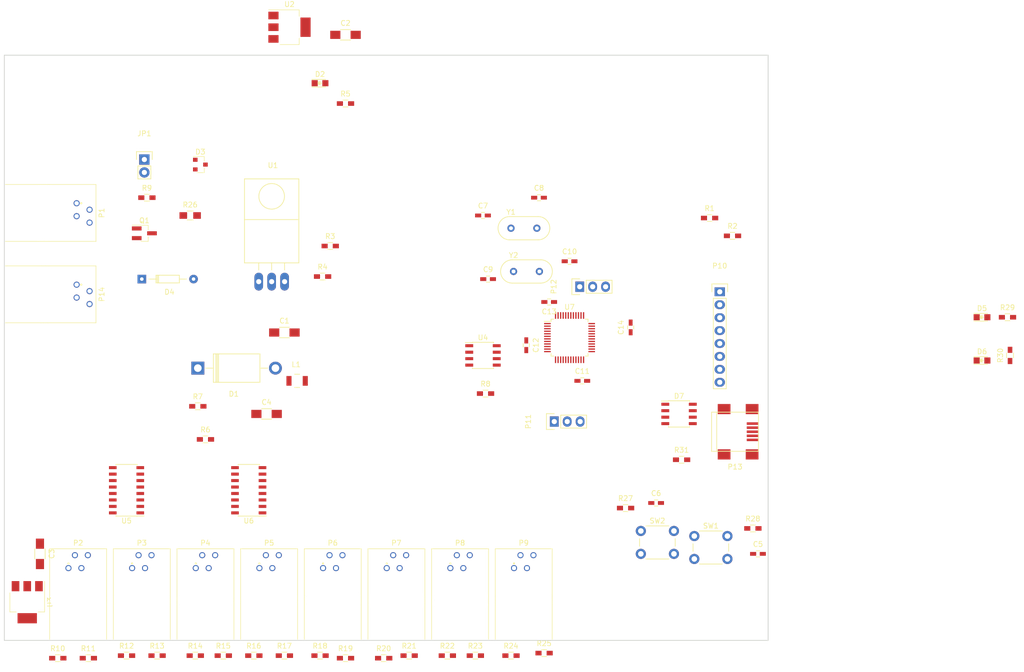
<source format=kicad_pcb>
(kicad_pcb (version 4) (host pcbnew 4.0.5)

  (general
    (links 211)
    (no_connects 211)
    (area 24.924999 24.924999 175.075001 140.075001)
    (thickness 1.6)
    (drawings 4)
    (tracks 0)
    (zones 0)
    (modules 80)
    (nets 70)
  )

  (page A4)
  (layers
    (0 F.Cu signal)
    (31 B.Cu signal)
    (32 B.Adhes user)
    (33 F.Adhes user)
    (34 B.Paste user)
    (35 F.Paste user)
    (36 B.SilkS user)
    (37 F.SilkS user)
    (38 B.Mask user)
    (39 F.Mask user)
    (40 Dwgs.User user)
    (41 Cmts.User user)
    (42 Eco1.User user)
    (43 Eco2.User user)
    (44 Edge.Cuts user)
    (45 Margin user)
    (46 B.CrtYd user)
    (47 F.CrtYd user)
    (48 B.Fab user)
    (49 F.Fab user)
  )

  (setup
    (last_trace_width 0.25)
    (trace_clearance 0.2)
    (zone_clearance 0.508)
    (zone_45_only no)
    (trace_min 0.2)
    (segment_width 0.2)
    (edge_width 0.15)
    (via_size 0.6)
    (via_drill 0.4)
    (via_min_size 0.4)
    (via_min_drill 0.3)
    (uvia_size 0.3)
    (uvia_drill 0.1)
    (uvias_allowed no)
    (uvia_min_size 0.2)
    (uvia_min_drill 0.1)
    (pcb_text_width 0.3)
    (pcb_text_size 1.5 1.5)
    (mod_edge_width 0.15)
    (mod_text_size 1 1)
    (mod_text_width 0.15)
    (pad_size 1.524 1.524)
    (pad_drill 0.762)
    (pad_to_mask_clearance 0.2)
    (aux_axis_origin 0 0)
    (visible_elements FFFFFF7F)
    (pcbplotparams
      (layerselection 0x00030_80000001)
      (usegerberextensions false)
      (excludeedgelayer true)
      (linewidth 0.100000)
      (plotframeref false)
      (viasonmask false)
      (mode 1)
      (useauxorigin false)
      (hpglpennumber 1)
      (hpglpenspeed 20)
      (hpglpendiameter 15)
      (hpglpenoverlay 2)
      (psnegative false)
      (psa4output false)
      (plotreference true)
      (plotvalue true)
      (plotinvisibletext false)
      (padsonsilk false)
      (subtractmaskfromsilk false)
      (outputformat 1)
      (mirror false)
      (drillshape 1)
      (scaleselection 1)
      (outputdirectory ""))
  )

  (net 0 "")
  (net 1 /12Vin)
  (net 2 GND)
  (net 3 +3V3)
  (net 4 /3v3_sensors)
  (net 5 +5V)
  (net 6 /NRST)
  (net 7 /BOOT0)
  (net 8 "Net-(C7-Pad1)")
  (net 9 "Net-(C8-Pad1)")
  (net 10 "Net-(C9-Pad1)")
  (net 11 "Net-(C10-Pad1)")
  (net 12 "Net-(D1-Pad1)")
  (net 13 "Net-(D2-Pad1)")
  (net 14 "Net-(D3-Pad1)")
  (net 15 "Net-(D3-Pad2)")
  (net 16 "Net-(D4-Pad2)")
  (net 17 "Net-(D5-Pad2)")
  (net 18 /LED0)
  (net 19 "Net-(D6-Pad2)")
  (net 20 /LED1)
  (net 21 "Net-(D7-Pad2)")
  (net 22 "Net-(D7-Pad3)")
  (net 23 "Net-(D7-Pad5)")
  (net 24 "Net-(D7-Pad6)")
  (net 25 "Net-(D7-Pad7)")
  (net 26 "Net-(D7-Pad8)")
  (net 27 "Net-(JP1-Pad2)")
  (net 28 "Net-(P1-Pad4)")
  (net 29 /D0)
  (net 30 /C0)
  (net 31 /D1)
  (net 32 /C1)
  (net 33 /D2)
  (net 34 /C2)
  (net 35 /D3)
  (net 36 /C3)
  (net 37 /D4)
  (net 38 /C4)
  (net 39 /D5)
  (net 40 /C5)
  (net 41 /D6)
  (net 42 /C6)
  (net 43 /D7)
  (net 44 /C7)
  (net 45 /Row0)
  (net 46 /Row1)
  (net 47 /Row2)
  (net 48 /Row3)
  (net 49 /Col0)
  (net 50 /Col1)
  (net 51 /Col2)
  (net 52 /Col3)
  (net 53 /SPI_SCK)
  (net 54 /SPI_MISO)
  (net 55 /SPI_MOSI)
  (net 56 "Net-(P12-Pad2)")
  (net 57 "Net-(P12-Pad3)")
  (net 58 /V3.3)
  (net 59 /V12)
  (net 60 /V5)
  (net 61 "Net-(R8-Pad1)")
  (net 62 /CAN_Tx)
  (net 63 /CAN_Rx)
  (net 64 /I2C1_SDA)
  (net 65 /~EN)
  (net 66 /ADDR2)
  (net 67 /ADDR1)
  (net 68 /ADDR0)
  (net 69 /I2C1_SCL)

  (net_class Default "This is the default net class."
    (clearance 0.2)
    (trace_width 0.25)
    (via_dia 0.6)
    (via_drill 0.4)
    (uvia_dia 0.3)
    (uvia_drill 0.1)
    (add_net +3V3)
    (add_net +5V)
    (add_net /12Vin)
    (add_net /3v3_sensors)
    (add_net /ADDR0)
    (add_net /ADDR1)
    (add_net /ADDR2)
    (add_net /BOOT0)
    (add_net /C0)
    (add_net /C1)
    (add_net /C2)
    (add_net /C3)
    (add_net /C4)
    (add_net /C5)
    (add_net /C6)
    (add_net /C7)
    (add_net /CAN_Rx)
    (add_net /CAN_Tx)
    (add_net /Col0)
    (add_net /Col1)
    (add_net /Col2)
    (add_net /Col3)
    (add_net /D0)
    (add_net /D1)
    (add_net /D2)
    (add_net /D3)
    (add_net /D4)
    (add_net /D5)
    (add_net /D6)
    (add_net /D7)
    (add_net /I2C1_SCL)
    (add_net /I2C1_SDA)
    (add_net /LED0)
    (add_net /LED1)
    (add_net /NRST)
    (add_net /Row0)
    (add_net /Row1)
    (add_net /Row2)
    (add_net /Row3)
    (add_net /SPI_MISO)
    (add_net /SPI_MOSI)
    (add_net /SPI_SCK)
    (add_net /V12)
    (add_net /V3.3)
    (add_net /V5)
    (add_net /~EN)
    (add_net GND)
    (add_net "Net-(C10-Pad1)")
    (add_net "Net-(C7-Pad1)")
    (add_net "Net-(C8-Pad1)")
    (add_net "Net-(C9-Pad1)")
    (add_net "Net-(D1-Pad1)")
    (add_net "Net-(D2-Pad1)")
    (add_net "Net-(D3-Pad1)")
    (add_net "Net-(D3-Pad2)")
    (add_net "Net-(D4-Pad2)")
    (add_net "Net-(D5-Pad2)")
    (add_net "Net-(D6-Pad2)")
    (add_net "Net-(D7-Pad2)")
    (add_net "Net-(D7-Pad3)")
    (add_net "Net-(D7-Pad5)")
    (add_net "Net-(D7-Pad6)")
    (add_net "Net-(D7-Pad7)")
    (add_net "Net-(D7-Pad8)")
    (add_net "Net-(JP1-Pad2)")
    (add_net "Net-(P1-Pad4)")
    (add_net "Net-(P12-Pad2)")
    (add_net "Net-(P12-Pad3)")
    (add_net "Net-(R8-Pad1)")
  )

  (module Capacitors_SMD.pretty:C_1206_HandSoldering placed (layer F.Cu) (tedit 541A9C03) (tstamp 590A36D7)
    (at 80 79.5)
    (descr "Capacitor SMD 1206, hand soldering")
    (tags "capacitor 1206")
    (path /58C43A3B)
    (attr smd)
    (fp_text reference C1 (at 0 -2.3) (layer F.SilkS)
      (effects (font (size 1 1) (thickness 0.15)))
    )
    (fp_text value 10u (at 0 2.3) (layer F.Fab)
      (effects (font (size 1 1) (thickness 0.15)))
    )
    (fp_line (start -1.6 0.8) (end -1.6 -0.8) (layer F.Fab) (width 0.15))
    (fp_line (start 1.6 0.8) (end -1.6 0.8) (layer F.Fab) (width 0.15))
    (fp_line (start 1.6 -0.8) (end 1.6 0.8) (layer F.Fab) (width 0.15))
    (fp_line (start -1.6 -0.8) (end 1.6 -0.8) (layer F.Fab) (width 0.15))
    (fp_line (start -3.3 -1.15) (end 3.3 -1.15) (layer F.CrtYd) (width 0.05))
    (fp_line (start -3.3 1.15) (end 3.3 1.15) (layer F.CrtYd) (width 0.05))
    (fp_line (start -3.3 -1.15) (end -3.3 1.15) (layer F.CrtYd) (width 0.05))
    (fp_line (start 3.3 -1.15) (end 3.3 1.15) (layer F.CrtYd) (width 0.05))
    (fp_line (start 1 -1.025) (end -1 -1.025) (layer F.SilkS) (width 0.15))
    (fp_line (start -1 1.025) (end 1 1.025) (layer F.SilkS) (width 0.15))
    (pad 1 smd rect (at -2 0) (size 2 1.6) (layers F.Cu F.Paste F.Mask)
      (net 1 /12Vin))
    (pad 2 smd rect (at 2 0) (size 2 1.6) (layers F.Cu F.Paste F.Mask)
      (net 2 GND))
    (model Capacitors_SMD.3dshapes/C_1206_HandSoldering.wrl
      (at (xyz 0 0 0))
      (scale (xyz 1 1 1))
      (rotate (xyz 0 0 0))
    )
  )

  (module Capacitors_SMD.pretty:C_1206_HandSoldering placed (layer F.Cu) (tedit 541A9C03) (tstamp 590A36DD)
    (at 92 21)
    (descr "Capacitor SMD 1206, hand soldering")
    (tags "capacitor 1206")
    (path /58C454F6)
    (attr smd)
    (fp_text reference C2 (at 0 -2.3) (layer F.SilkS)
      (effects (font (size 1 1) (thickness 0.15)))
    )
    (fp_text value 47u (at 0 2.3) (layer F.Fab)
      (effects (font (size 1 1) (thickness 0.15)))
    )
    (fp_line (start -1.6 0.8) (end -1.6 -0.8) (layer F.Fab) (width 0.15))
    (fp_line (start 1.6 0.8) (end -1.6 0.8) (layer F.Fab) (width 0.15))
    (fp_line (start 1.6 -0.8) (end 1.6 0.8) (layer F.Fab) (width 0.15))
    (fp_line (start -1.6 -0.8) (end 1.6 -0.8) (layer F.Fab) (width 0.15))
    (fp_line (start -3.3 -1.15) (end 3.3 -1.15) (layer F.CrtYd) (width 0.05))
    (fp_line (start -3.3 1.15) (end 3.3 1.15) (layer F.CrtYd) (width 0.05))
    (fp_line (start -3.3 -1.15) (end -3.3 1.15) (layer F.CrtYd) (width 0.05))
    (fp_line (start 3.3 -1.15) (end 3.3 1.15) (layer F.CrtYd) (width 0.05))
    (fp_line (start 1 -1.025) (end -1 -1.025) (layer F.SilkS) (width 0.15))
    (fp_line (start -1 1.025) (end 1 1.025) (layer F.SilkS) (width 0.15))
    (pad 1 smd rect (at -2 0) (size 2 1.6) (layers F.Cu F.Paste F.Mask)
      (net 3 +3V3))
    (pad 2 smd rect (at 2 0) (size 2 1.6) (layers F.Cu F.Paste F.Mask)
      (net 2 GND))
    (model Capacitors_SMD.3dshapes/C_1206_HandSoldering.wrl
      (at (xyz 0 0 0))
      (scale (xyz 1 1 1))
      (rotate (xyz 0 0 0))
    )
  )

  (module Capacitors_SMD.pretty:C_1206_HandSoldering placed (layer F.Cu) (tedit 541A9C03) (tstamp 590A36E3)
    (at 32 123 270)
    (descr "Capacitor SMD 1206, hand soldering")
    (tags "capacitor 1206")
    (path /590EB998)
    (attr smd)
    (fp_text reference C3 (at 0 -2.3 270) (layer F.SilkS)
      (effects (font (size 1 1) (thickness 0.15)))
    )
    (fp_text value 47u (at 0 2.3 270) (layer F.Fab)
      (effects (font (size 1 1) (thickness 0.15)))
    )
    (fp_line (start -1.6 0.8) (end -1.6 -0.8) (layer F.Fab) (width 0.15))
    (fp_line (start 1.6 0.8) (end -1.6 0.8) (layer F.Fab) (width 0.15))
    (fp_line (start 1.6 -0.8) (end 1.6 0.8) (layer F.Fab) (width 0.15))
    (fp_line (start -1.6 -0.8) (end 1.6 -0.8) (layer F.Fab) (width 0.15))
    (fp_line (start -3.3 -1.15) (end 3.3 -1.15) (layer F.CrtYd) (width 0.05))
    (fp_line (start -3.3 1.15) (end 3.3 1.15) (layer F.CrtYd) (width 0.05))
    (fp_line (start -3.3 -1.15) (end -3.3 1.15) (layer F.CrtYd) (width 0.05))
    (fp_line (start 3.3 -1.15) (end 3.3 1.15) (layer F.CrtYd) (width 0.05))
    (fp_line (start 1 -1.025) (end -1 -1.025) (layer F.SilkS) (width 0.15))
    (fp_line (start -1 1.025) (end 1 1.025) (layer F.SilkS) (width 0.15))
    (pad 1 smd rect (at -2 0 270) (size 2 1.6) (layers F.Cu F.Paste F.Mask)
      (net 4 /3v3_sensors))
    (pad 2 smd rect (at 2 0 270) (size 2 1.6) (layers F.Cu F.Paste F.Mask)
      (net 2 GND))
    (model Capacitors_SMD.3dshapes/C_1206_HandSoldering.wrl
      (at (xyz 0 0 0))
      (scale (xyz 1 1 1))
      (rotate (xyz 0 0 0))
    )
  )

  (module Capacitors_SMD.pretty:C_1206_HandSoldering placed (layer F.Cu) (tedit 541A9C03) (tstamp 590A36E9)
    (at 76.5 95.5)
    (descr "Capacitor SMD 1206, hand soldering")
    (tags "capacitor 1206")
    (path /58C4396A)
    (attr smd)
    (fp_text reference C4 (at 0 -2.3) (layer F.SilkS)
      (effects (font (size 1 1) (thickness 0.15)))
    )
    (fp_text value 47u (at 0 2.3) (layer F.Fab)
      (effects (font (size 1 1) (thickness 0.15)))
    )
    (fp_line (start -1.6 0.8) (end -1.6 -0.8) (layer F.Fab) (width 0.15))
    (fp_line (start 1.6 0.8) (end -1.6 0.8) (layer F.Fab) (width 0.15))
    (fp_line (start 1.6 -0.8) (end 1.6 0.8) (layer F.Fab) (width 0.15))
    (fp_line (start -1.6 -0.8) (end 1.6 -0.8) (layer F.Fab) (width 0.15))
    (fp_line (start -3.3 -1.15) (end 3.3 -1.15) (layer F.CrtYd) (width 0.05))
    (fp_line (start -3.3 1.15) (end 3.3 1.15) (layer F.CrtYd) (width 0.05))
    (fp_line (start -3.3 -1.15) (end -3.3 1.15) (layer F.CrtYd) (width 0.05))
    (fp_line (start 3.3 -1.15) (end 3.3 1.15) (layer F.CrtYd) (width 0.05))
    (fp_line (start 1 -1.025) (end -1 -1.025) (layer F.SilkS) (width 0.15))
    (fp_line (start -1 1.025) (end 1 1.025) (layer F.SilkS) (width 0.15))
    (pad 1 smd rect (at -2 0) (size 2 1.6) (layers F.Cu F.Paste F.Mask)
      (net 5 +5V))
    (pad 2 smd rect (at 2 0) (size 2 1.6) (layers F.Cu F.Paste F.Mask)
      (net 2 GND))
    (model Capacitors_SMD.3dshapes/C_1206_HandSoldering.wrl
      (at (xyz 0 0 0))
      (scale (xyz 1 1 1))
      (rotate (xyz 0 0 0))
    )
  )

  (module Capacitors_SMD.pretty:C_0603_HandSoldering placed (layer F.Cu) (tedit 541A9B4D) (tstamp 590A36EF)
    (at 173 123)
    (descr "Capacitor SMD 0603, hand soldering")
    (tags "capacitor 0603")
    (path /590D4832)
    (attr smd)
    (fp_text reference C5 (at 0 -1.9) (layer F.SilkS)
      (effects (font (size 1 1) (thickness 0.15)))
    )
    (fp_text value 0.1 (at 0 1.9) (layer F.Fab)
      (effects (font (size 1 1) (thickness 0.15)))
    )
    (fp_line (start -0.8 0.4) (end -0.8 -0.4) (layer F.Fab) (width 0.15))
    (fp_line (start 0.8 0.4) (end -0.8 0.4) (layer F.Fab) (width 0.15))
    (fp_line (start 0.8 -0.4) (end 0.8 0.4) (layer F.Fab) (width 0.15))
    (fp_line (start -0.8 -0.4) (end 0.8 -0.4) (layer F.Fab) (width 0.15))
    (fp_line (start -1.85 -0.75) (end 1.85 -0.75) (layer F.CrtYd) (width 0.05))
    (fp_line (start -1.85 0.75) (end 1.85 0.75) (layer F.CrtYd) (width 0.05))
    (fp_line (start -1.85 -0.75) (end -1.85 0.75) (layer F.CrtYd) (width 0.05))
    (fp_line (start 1.85 -0.75) (end 1.85 0.75) (layer F.CrtYd) (width 0.05))
    (fp_line (start -0.35 -0.6) (end 0.35 -0.6) (layer F.SilkS) (width 0.15))
    (fp_line (start 0.35 0.6) (end -0.35 0.6) (layer F.SilkS) (width 0.15))
    (pad 1 smd rect (at -0.95 0) (size 1.2 0.75) (layers F.Cu F.Paste F.Mask)
      (net 6 /NRST))
    (pad 2 smd rect (at 0.95 0) (size 1.2 0.75) (layers F.Cu F.Paste F.Mask)
      (net 2 GND))
    (model Capacitors_SMD.3dshapes/C_0603_HandSoldering.wrl
      (at (xyz 0 0 0))
      (scale (xyz 1 1 1))
      (rotate (xyz 0 0 0))
    )
  )

  (module Capacitors_SMD.pretty:C_0603_HandSoldering placed (layer F.Cu) (tedit 541A9B4D) (tstamp 590A36F5)
    (at 153 113)
    (descr "Capacitor SMD 0603, hand soldering")
    (tags "capacitor 0603")
    (path /590D4150)
    (attr smd)
    (fp_text reference C6 (at 0 -1.9) (layer F.SilkS)
      (effects (font (size 1 1) (thickness 0.15)))
    )
    (fp_text value 0.1 (at 0 1.9) (layer F.Fab)
      (effects (font (size 1 1) (thickness 0.15)))
    )
    (fp_line (start -0.8 0.4) (end -0.8 -0.4) (layer F.Fab) (width 0.15))
    (fp_line (start 0.8 0.4) (end -0.8 0.4) (layer F.Fab) (width 0.15))
    (fp_line (start 0.8 -0.4) (end 0.8 0.4) (layer F.Fab) (width 0.15))
    (fp_line (start -0.8 -0.4) (end 0.8 -0.4) (layer F.Fab) (width 0.15))
    (fp_line (start -1.85 -0.75) (end 1.85 -0.75) (layer F.CrtYd) (width 0.05))
    (fp_line (start -1.85 0.75) (end 1.85 0.75) (layer F.CrtYd) (width 0.05))
    (fp_line (start -1.85 -0.75) (end -1.85 0.75) (layer F.CrtYd) (width 0.05))
    (fp_line (start 1.85 -0.75) (end 1.85 0.75) (layer F.CrtYd) (width 0.05))
    (fp_line (start -0.35 -0.6) (end 0.35 -0.6) (layer F.SilkS) (width 0.15))
    (fp_line (start 0.35 0.6) (end -0.35 0.6) (layer F.SilkS) (width 0.15))
    (pad 1 smd rect (at -0.95 0) (size 1.2 0.75) (layers F.Cu F.Paste F.Mask)
      (net 7 /BOOT0))
    (pad 2 smd rect (at 0.95 0) (size 1.2 0.75) (layers F.Cu F.Paste F.Mask)
      (net 3 +3V3))
    (model Capacitors_SMD.3dshapes/C_0603_HandSoldering.wrl
      (at (xyz 0 0 0))
      (scale (xyz 1 1 1))
      (rotate (xyz 0 0 0))
    )
  )

  (module Capacitors_SMD.pretty:C_0603_HandSoldering placed (layer F.Cu) (tedit 541A9B4D) (tstamp 590A36FB)
    (at 119 56.5)
    (descr "Capacitor SMD 0603, hand soldering")
    (tags "capacitor 0603")
    (path /590A90AA)
    (attr smd)
    (fp_text reference C7 (at 0 -1.9) (layer F.SilkS)
      (effects (font (size 1 1) (thickness 0.15)))
    )
    (fp_text value 10p (at 0 1.9) (layer F.Fab)
      (effects (font (size 1 1) (thickness 0.15)))
    )
    (fp_line (start -0.8 0.4) (end -0.8 -0.4) (layer F.Fab) (width 0.15))
    (fp_line (start 0.8 0.4) (end -0.8 0.4) (layer F.Fab) (width 0.15))
    (fp_line (start 0.8 -0.4) (end 0.8 0.4) (layer F.Fab) (width 0.15))
    (fp_line (start -0.8 -0.4) (end 0.8 -0.4) (layer F.Fab) (width 0.15))
    (fp_line (start -1.85 -0.75) (end 1.85 -0.75) (layer F.CrtYd) (width 0.05))
    (fp_line (start -1.85 0.75) (end 1.85 0.75) (layer F.CrtYd) (width 0.05))
    (fp_line (start -1.85 -0.75) (end -1.85 0.75) (layer F.CrtYd) (width 0.05))
    (fp_line (start 1.85 -0.75) (end 1.85 0.75) (layer F.CrtYd) (width 0.05))
    (fp_line (start -0.35 -0.6) (end 0.35 -0.6) (layer F.SilkS) (width 0.15))
    (fp_line (start 0.35 0.6) (end -0.35 0.6) (layer F.SilkS) (width 0.15))
    (pad 1 smd rect (at -0.95 0) (size 1.2 0.75) (layers F.Cu F.Paste F.Mask)
      (net 8 "Net-(C7-Pad1)"))
    (pad 2 smd rect (at 0.95 0) (size 1.2 0.75) (layers F.Cu F.Paste F.Mask)
      (net 2 GND))
    (model Capacitors_SMD.3dshapes/C_0603_HandSoldering.wrl
      (at (xyz 0 0 0))
      (scale (xyz 1 1 1))
      (rotate (xyz 0 0 0))
    )
  )

  (module Capacitors_SMD.pretty:C_0603_HandSoldering placed (layer F.Cu) (tedit 541A9B4D) (tstamp 590A3701)
    (at 130 53)
    (descr "Capacitor SMD 0603, hand soldering")
    (tags "capacitor 0603")
    (path /590A92E0)
    (attr smd)
    (fp_text reference C8 (at 0 -1.9) (layer F.SilkS)
      (effects (font (size 1 1) (thickness 0.15)))
    )
    (fp_text value 10p (at 0 1.9) (layer F.Fab)
      (effects (font (size 1 1) (thickness 0.15)))
    )
    (fp_line (start -0.8 0.4) (end -0.8 -0.4) (layer F.Fab) (width 0.15))
    (fp_line (start 0.8 0.4) (end -0.8 0.4) (layer F.Fab) (width 0.15))
    (fp_line (start 0.8 -0.4) (end 0.8 0.4) (layer F.Fab) (width 0.15))
    (fp_line (start -0.8 -0.4) (end 0.8 -0.4) (layer F.Fab) (width 0.15))
    (fp_line (start -1.85 -0.75) (end 1.85 -0.75) (layer F.CrtYd) (width 0.05))
    (fp_line (start -1.85 0.75) (end 1.85 0.75) (layer F.CrtYd) (width 0.05))
    (fp_line (start -1.85 -0.75) (end -1.85 0.75) (layer F.CrtYd) (width 0.05))
    (fp_line (start 1.85 -0.75) (end 1.85 0.75) (layer F.CrtYd) (width 0.05))
    (fp_line (start -0.35 -0.6) (end 0.35 -0.6) (layer F.SilkS) (width 0.15))
    (fp_line (start 0.35 0.6) (end -0.35 0.6) (layer F.SilkS) (width 0.15))
    (pad 1 smd rect (at -0.95 0) (size 1.2 0.75) (layers F.Cu F.Paste F.Mask)
      (net 9 "Net-(C8-Pad1)"))
    (pad 2 smd rect (at 0.95 0) (size 1.2 0.75) (layers F.Cu F.Paste F.Mask)
      (net 2 GND))
    (model Capacitors_SMD.3dshapes/C_0603_HandSoldering.wrl
      (at (xyz 0 0 0))
      (scale (xyz 1 1 1))
      (rotate (xyz 0 0 0))
    )
  )

  (module Capacitors_SMD.pretty:C_0603_HandSoldering placed (layer F.Cu) (tedit 541A9B4D) (tstamp 590A3707)
    (at 120 69)
    (descr "Capacitor SMD 0603, hand soldering")
    (tags "capacitor 0603")
    (path /590A9EEF)
    (attr smd)
    (fp_text reference C9 (at 0 -1.9) (layer F.SilkS)
      (effects (font (size 1 1) (thickness 0.15)))
    )
    (fp_text value 27p (at 0 1.9) (layer F.Fab)
      (effects (font (size 1 1) (thickness 0.15)))
    )
    (fp_line (start -0.8 0.4) (end -0.8 -0.4) (layer F.Fab) (width 0.15))
    (fp_line (start 0.8 0.4) (end -0.8 0.4) (layer F.Fab) (width 0.15))
    (fp_line (start 0.8 -0.4) (end 0.8 0.4) (layer F.Fab) (width 0.15))
    (fp_line (start -0.8 -0.4) (end 0.8 -0.4) (layer F.Fab) (width 0.15))
    (fp_line (start -1.85 -0.75) (end 1.85 -0.75) (layer F.CrtYd) (width 0.05))
    (fp_line (start -1.85 0.75) (end 1.85 0.75) (layer F.CrtYd) (width 0.05))
    (fp_line (start -1.85 -0.75) (end -1.85 0.75) (layer F.CrtYd) (width 0.05))
    (fp_line (start 1.85 -0.75) (end 1.85 0.75) (layer F.CrtYd) (width 0.05))
    (fp_line (start -0.35 -0.6) (end 0.35 -0.6) (layer F.SilkS) (width 0.15))
    (fp_line (start 0.35 0.6) (end -0.35 0.6) (layer F.SilkS) (width 0.15))
    (pad 1 smd rect (at -0.95 0) (size 1.2 0.75) (layers F.Cu F.Paste F.Mask)
      (net 10 "Net-(C9-Pad1)"))
    (pad 2 smd rect (at 0.95 0) (size 1.2 0.75) (layers F.Cu F.Paste F.Mask)
      (net 2 GND))
    (model Capacitors_SMD.3dshapes/C_0603_HandSoldering.wrl
      (at (xyz 0 0 0))
      (scale (xyz 1 1 1))
      (rotate (xyz 0 0 0))
    )
  )

  (module Capacitors_SMD.pretty:C_0603_HandSoldering placed (layer F.Cu) (tedit 541A9B4D) (tstamp 590A370D)
    (at 136 65.5)
    (descr "Capacitor SMD 0603, hand soldering")
    (tags "capacitor 0603")
    (path /590A9EF5)
    (attr smd)
    (fp_text reference C10 (at 0 -1.9) (layer F.SilkS)
      (effects (font (size 1 1) (thickness 0.15)))
    )
    (fp_text value 27p (at 0 1.9) (layer F.Fab)
      (effects (font (size 1 1) (thickness 0.15)))
    )
    (fp_line (start -0.8 0.4) (end -0.8 -0.4) (layer F.Fab) (width 0.15))
    (fp_line (start 0.8 0.4) (end -0.8 0.4) (layer F.Fab) (width 0.15))
    (fp_line (start 0.8 -0.4) (end 0.8 0.4) (layer F.Fab) (width 0.15))
    (fp_line (start -0.8 -0.4) (end 0.8 -0.4) (layer F.Fab) (width 0.15))
    (fp_line (start -1.85 -0.75) (end 1.85 -0.75) (layer F.CrtYd) (width 0.05))
    (fp_line (start -1.85 0.75) (end 1.85 0.75) (layer F.CrtYd) (width 0.05))
    (fp_line (start -1.85 -0.75) (end -1.85 0.75) (layer F.CrtYd) (width 0.05))
    (fp_line (start 1.85 -0.75) (end 1.85 0.75) (layer F.CrtYd) (width 0.05))
    (fp_line (start -0.35 -0.6) (end 0.35 -0.6) (layer F.SilkS) (width 0.15))
    (fp_line (start 0.35 0.6) (end -0.35 0.6) (layer F.SilkS) (width 0.15))
    (pad 1 smd rect (at -0.95 0) (size 1.2 0.75) (layers F.Cu F.Paste F.Mask)
      (net 11 "Net-(C10-Pad1)"))
    (pad 2 smd rect (at 0.95 0) (size 1.2 0.75) (layers F.Cu F.Paste F.Mask)
      (net 2 GND))
    (model Capacitors_SMD.3dshapes/C_0603_HandSoldering.wrl
      (at (xyz 0 0 0))
      (scale (xyz 1 1 1))
      (rotate (xyz 0 0 0))
    )
  )

  (module Capacitors_SMD.pretty:C_0603_HandSoldering placed (layer F.Cu) (tedit 541A9B4D) (tstamp 590A3713)
    (at 138.5 89)
    (descr "Capacitor SMD 0603, hand soldering")
    (tags "capacitor 0603")
    (path /58C42D39)
    (attr smd)
    (fp_text reference C11 (at 0 -1.9) (layer F.SilkS)
      (effects (font (size 1 1) (thickness 0.15)))
    )
    (fp_text value 0.1 (at 0 1.9) (layer F.Fab)
      (effects (font (size 1 1) (thickness 0.15)))
    )
    (fp_line (start -0.8 0.4) (end -0.8 -0.4) (layer F.Fab) (width 0.15))
    (fp_line (start 0.8 0.4) (end -0.8 0.4) (layer F.Fab) (width 0.15))
    (fp_line (start 0.8 -0.4) (end 0.8 0.4) (layer F.Fab) (width 0.15))
    (fp_line (start -0.8 -0.4) (end 0.8 -0.4) (layer F.Fab) (width 0.15))
    (fp_line (start -1.85 -0.75) (end 1.85 -0.75) (layer F.CrtYd) (width 0.05))
    (fp_line (start -1.85 0.75) (end 1.85 0.75) (layer F.CrtYd) (width 0.05))
    (fp_line (start -1.85 -0.75) (end -1.85 0.75) (layer F.CrtYd) (width 0.05))
    (fp_line (start 1.85 -0.75) (end 1.85 0.75) (layer F.CrtYd) (width 0.05))
    (fp_line (start -0.35 -0.6) (end 0.35 -0.6) (layer F.SilkS) (width 0.15))
    (fp_line (start 0.35 0.6) (end -0.35 0.6) (layer F.SilkS) (width 0.15))
    (pad 1 smd rect (at -0.95 0) (size 1.2 0.75) (layers F.Cu F.Paste F.Mask)
      (net 2 GND))
    (pad 2 smd rect (at 0.95 0) (size 1.2 0.75) (layers F.Cu F.Paste F.Mask)
      (net 3 +3V3))
    (model Capacitors_SMD.3dshapes/C_0603_HandSoldering.wrl
      (at (xyz 0 0 0))
      (scale (xyz 1 1 1))
      (rotate (xyz 0 0 0))
    )
  )

  (module Capacitors_SMD.pretty:C_0603_HandSoldering placed (layer F.Cu) (tedit 541A9B4D) (tstamp 590A3719)
    (at 127.5 82 270)
    (descr "Capacitor SMD 0603, hand soldering")
    (tags "capacitor 0603")
    (path /590935EA)
    (attr smd)
    (fp_text reference C12 (at 0 -1.9 270) (layer F.SilkS)
      (effects (font (size 1 1) (thickness 0.15)))
    )
    (fp_text value 0.1 (at 0 1.9 270) (layer F.Fab)
      (effects (font (size 1 1) (thickness 0.15)))
    )
    (fp_line (start -0.8 0.4) (end -0.8 -0.4) (layer F.Fab) (width 0.15))
    (fp_line (start 0.8 0.4) (end -0.8 0.4) (layer F.Fab) (width 0.15))
    (fp_line (start 0.8 -0.4) (end 0.8 0.4) (layer F.Fab) (width 0.15))
    (fp_line (start -0.8 -0.4) (end 0.8 -0.4) (layer F.Fab) (width 0.15))
    (fp_line (start -1.85 -0.75) (end 1.85 -0.75) (layer F.CrtYd) (width 0.05))
    (fp_line (start -1.85 0.75) (end 1.85 0.75) (layer F.CrtYd) (width 0.05))
    (fp_line (start -1.85 -0.75) (end -1.85 0.75) (layer F.CrtYd) (width 0.05))
    (fp_line (start 1.85 -0.75) (end 1.85 0.75) (layer F.CrtYd) (width 0.05))
    (fp_line (start -0.35 -0.6) (end 0.35 -0.6) (layer F.SilkS) (width 0.15))
    (fp_line (start 0.35 0.6) (end -0.35 0.6) (layer F.SilkS) (width 0.15))
    (pad 1 smd rect (at -0.95 0 270) (size 1.2 0.75) (layers F.Cu F.Paste F.Mask)
      (net 2 GND))
    (pad 2 smd rect (at 0.95 0 270) (size 1.2 0.75) (layers F.Cu F.Paste F.Mask)
      (net 3 +3V3))
    (model Capacitors_SMD.3dshapes/C_0603_HandSoldering.wrl
      (at (xyz 0 0 0))
      (scale (xyz 1 1 1))
      (rotate (xyz 0 0 0))
    )
  )

  (module Capacitors_SMD.pretty:C_0603_HandSoldering placed (layer F.Cu) (tedit 541A9B4D) (tstamp 590A371F)
    (at 132 73.5 180)
    (descr "Capacitor SMD 0603, hand soldering")
    (tags "capacitor 0603")
    (path /59093675)
    (attr smd)
    (fp_text reference C13 (at 0 -1.9 180) (layer F.SilkS)
      (effects (font (size 1 1) (thickness 0.15)))
    )
    (fp_text value 0.1 (at 0 1.9 180) (layer F.Fab)
      (effects (font (size 1 1) (thickness 0.15)))
    )
    (fp_line (start -0.8 0.4) (end -0.8 -0.4) (layer F.Fab) (width 0.15))
    (fp_line (start 0.8 0.4) (end -0.8 0.4) (layer F.Fab) (width 0.15))
    (fp_line (start 0.8 -0.4) (end 0.8 0.4) (layer F.Fab) (width 0.15))
    (fp_line (start -0.8 -0.4) (end 0.8 -0.4) (layer F.Fab) (width 0.15))
    (fp_line (start -1.85 -0.75) (end 1.85 -0.75) (layer F.CrtYd) (width 0.05))
    (fp_line (start -1.85 0.75) (end 1.85 0.75) (layer F.CrtYd) (width 0.05))
    (fp_line (start -1.85 -0.75) (end -1.85 0.75) (layer F.CrtYd) (width 0.05))
    (fp_line (start 1.85 -0.75) (end 1.85 0.75) (layer F.CrtYd) (width 0.05))
    (fp_line (start -0.35 -0.6) (end 0.35 -0.6) (layer F.SilkS) (width 0.15))
    (fp_line (start 0.35 0.6) (end -0.35 0.6) (layer F.SilkS) (width 0.15))
    (pad 1 smd rect (at -0.95 0 180) (size 1.2 0.75) (layers F.Cu F.Paste F.Mask)
      (net 2 GND))
    (pad 2 smd rect (at 0.95 0 180) (size 1.2 0.75) (layers F.Cu F.Paste F.Mask)
      (net 3 +3V3))
    (model Capacitors_SMD.3dshapes/C_0603_HandSoldering.wrl
      (at (xyz 0 0 0))
      (scale (xyz 1 1 1))
      (rotate (xyz 0 0 0))
    )
  )

  (module Capacitors_SMD.pretty:C_0603_HandSoldering placed (layer F.Cu) (tedit 541A9B4D) (tstamp 590A3725)
    (at 148 78.5 90)
    (descr "Capacitor SMD 0603, hand soldering")
    (tags "capacitor 0603")
    (path /590A8102)
    (attr smd)
    (fp_text reference C14 (at 0 -1.9 90) (layer F.SilkS)
      (effects (font (size 1 1) (thickness 0.15)))
    )
    (fp_text value 0.1 (at 0 1.9 90) (layer F.Fab)
      (effects (font (size 1 1) (thickness 0.15)))
    )
    (fp_line (start -0.8 0.4) (end -0.8 -0.4) (layer F.Fab) (width 0.15))
    (fp_line (start 0.8 0.4) (end -0.8 0.4) (layer F.Fab) (width 0.15))
    (fp_line (start 0.8 -0.4) (end 0.8 0.4) (layer F.Fab) (width 0.15))
    (fp_line (start -0.8 -0.4) (end 0.8 -0.4) (layer F.Fab) (width 0.15))
    (fp_line (start -1.85 -0.75) (end 1.85 -0.75) (layer F.CrtYd) (width 0.05))
    (fp_line (start -1.85 0.75) (end 1.85 0.75) (layer F.CrtYd) (width 0.05))
    (fp_line (start -1.85 -0.75) (end -1.85 0.75) (layer F.CrtYd) (width 0.05))
    (fp_line (start 1.85 -0.75) (end 1.85 0.75) (layer F.CrtYd) (width 0.05))
    (fp_line (start -0.35 -0.6) (end 0.35 -0.6) (layer F.SilkS) (width 0.15))
    (fp_line (start 0.35 0.6) (end -0.35 0.6) (layer F.SilkS) (width 0.15))
    (pad 1 smd rect (at -0.95 0 90) (size 1.2 0.75) (layers F.Cu F.Paste F.Mask)
      (net 2 GND))
    (pad 2 smd rect (at 0.95 0 90) (size 1.2 0.75) (layers F.Cu F.Paste F.Mask)
      (net 3 +3V3))
    (model Capacitors_SMD.3dshapes/C_0603_HandSoldering.wrl
      (at (xyz 0 0 0))
      (scale (xyz 1 1 1))
      (rotate (xyz 0 0 0))
    )
  )

  (module Diodes_THT.pretty:Diode_DO-201AD_Horizontal_RM15 placed (layer F.Cu) (tedit 552FFBC7) (tstamp 590A3734)
    (at 63 86.5)
    (descr "Diode DO-201AD Horizontal")
    (tags "Diode DO-201AD Horizontal SB320 SB340 SB360")
    (path /58C43816)
    (fp_text reference D1 (at 7.06722 5.07704) (layer F.SilkS)
      (effects (font (size 1 1) (thickness 0.15)))
    )
    (fp_text value 1n5822 (at 7.82922 -4.82896) (layer F.Fab)
      (effects (font (size 1 1) (thickness 0.15)))
    )
    (fp_line (start 12.19322 -0.00296) (end 13.71722 -0.00296) (layer F.SilkS) (width 0.15))
    (fp_line (start 3.04922 -0.00296) (end 1.52522 -0.00296) (layer F.SilkS) (width 0.15))
    (fp_line (start 4.06522 -2.79696) (end 4.06522 2.79104) (layer F.SilkS) (width 0.15))
    (fp_line (start 3.81122 -2.79696) (end 3.81122 2.79104) (layer F.SilkS) (width 0.15))
    (fp_line (start 3.55722 -2.79696) (end 3.55722 2.79104) (layer F.SilkS) (width 0.15))
    (fp_line (start 3.04922 2.79104) (end 3.04922 -2.79696) (layer F.SilkS) (width 0.15))
    (fp_line (start 3.04922 -2.79696) (end 12.19322 -2.79696) (layer F.SilkS) (width 0.15))
    (fp_line (start 12.19322 -2.79696) (end 12.19322 2.79104) (layer F.SilkS) (width 0.15))
    (fp_line (start 12.19322 2.79104) (end 3.04922 2.79104) (layer F.SilkS) (width 0.15))
    (pad 2 thru_hole circle (at 15.24122 -0.00296 180) (size 2.54 2.54) (drill 1.50114) (layers *.Cu *.Mask)
      (net 2 GND))
    (pad 1 thru_hole rect (at 0.00122 -0.00296 180) (size 2.54 2.54) (drill 1.50114) (layers *.Cu *.Mask)
      (net 12 "Net-(D1-Pad1)"))
  )

  (module LEDs.pretty:LED_0805 placed (layer F.Cu) (tedit 55BDE1C2) (tstamp 590A373A)
    (at 87 30.5)
    (descr "LED 0805 smd package")
    (tags "LED 0805 SMD")
    (path /5909BFFC)
    (attr smd)
    (fp_text reference D2 (at 0 -1.75) (layer F.SilkS)
      (effects (font (size 1 1) (thickness 0.15)))
    )
    (fp_text value LED (at 0 1.75) (layer F.Fab)
      (effects (font (size 1 1) (thickness 0.15)))
    )
    (fp_line (start -0.4 -0.3) (end -0.4 0.3) (layer F.Fab) (width 0.15))
    (fp_line (start -0.3 0) (end 0 -0.3) (layer F.Fab) (width 0.15))
    (fp_line (start 0 0.3) (end -0.3 0) (layer F.Fab) (width 0.15))
    (fp_line (start 0 -0.3) (end 0 0.3) (layer F.Fab) (width 0.15))
    (fp_line (start 1 -0.6) (end -1 -0.6) (layer F.Fab) (width 0.15))
    (fp_line (start 1 0.6) (end 1 -0.6) (layer F.Fab) (width 0.15))
    (fp_line (start -1 0.6) (end 1 0.6) (layer F.Fab) (width 0.15))
    (fp_line (start -1 -0.6) (end -1 0.6) (layer F.Fab) (width 0.15))
    (fp_line (start -1.6 0.75) (end 1.1 0.75) (layer F.SilkS) (width 0.15))
    (fp_line (start -1.6 -0.75) (end 1.1 -0.75) (layer F.SilkS) (width 0.15))
    (fp_line (start -0.1 0.15) (end -0.1 -0.1) (layer F.SilkS) (width 0.15))
    (fp_line (start -0.1 -0.1) (end -0.25 0.05) (layer F.SilkS) (width 0.15))
    (fp_line (start -0.35 -0.35) (end -0.35 0.35) (layer F.SilkS) (width 0.15))
    (fp_line (start 0 0) (end 0.35 0) (layer F.SilkS) (width 0.15))
    (fp_line (start -0.35 0) (end 0 -0.35) (layer F.SilkS) (width 0.15))
    (fp_line (start 0 -0.35) (end 0 0.35) (layer F.SilkS) (width 0.15))
    (fp_line (start 0 0.35) (end -0.35 0) (layer F.SilkS) (width 0.15))
    (fp_line (start 1.9 -0.95) (end 1.9 0.95) (layer F.CrtYd) (width 0.05))
    (fp_line (start 1.9 0.95) (end -1.9 0.95) (layer F.CrtYd) (width 0.05))
    (fp_line (start -1.9 0.95) (end -1.9 -0.95) (layer F.CrtYd) (width 0.05))
    (fp_line (start -1.9 -0.95) (end 1.9 -0.95) (layer F.CrtYd) (width 0.05))
    (pad 2 smd rect (at 1.04902 0 180) (size 1.19888 1.19888) (layers F.Cu F.Paste F.Mask)
      (net 3 +3V3))
    (pad 1 smd rect (at -1.04902 0 180) (size 1.19888 1.19888) (layers F.Cu F.Paste F.Mask)
      (net 13 "Net-(D2-Pad1)"))
    (model LEDs.3dshapes/LED_0805.wrl
      (at (xyz 0 0 0))
      (scale (xyz 1 1 1))
      (rotate (xyz 0 0 0))
    )
  )

  (module TO_SOT_Packages_SMD.pretty:SOT-23 placed (layer F.Cu) (tedit 583F39EB) (tstamp 590A3741)
    (at 63.5 46.5)
    (descr "SOT-23, Standard")
    (tags SOT-23)
    (path /58C46522)
    (attr smd)
    (fp_text reference D3 (at 0 -2.5) (layer F.SilkS)
      (effects (font (size 1 1) (thickness 0.15)))
    )
    (fp_text value PESD1CAN (at 0 2.5) (layer F.Fab)
      (effects (font (size 1 1) (thickness 0.15)))
    )
    (fp_line (start 0.76 1.58) (end 0.76 0.65) (layer F.SilkS) (width 0.12))
    (fp_line (start 0.76 -1.58) (end 0.76 -0.65) (layer F.SilkS) (width 0.12))
    (fp_line (start 0.7 -1.52) (end 0.7 1.52) (layer F.Fab) (width 0.15))
    (fp_line (start -0.7 1.52) (end 0.7 1.52) (layer F.Fab) (width 0.15))
    (fp_line (start -1.7 -1.75) (end 1.7 -1.75) (layer F.CrtYd) (width 0.05))
    (fp_line (start 1.7 -1.75) (end 1.7 1.75) (layer F.CrtYd) (width 0.05))
    (fp_line (start 1.7 1.75) (end -1.7 1.75) (layer F.CrtYd) (width 0.05))
    (fp_line (start -1.7 1.75) (end -1.7 -1.75) (layer F.CrtYd) (width 0.05))
    (fp_line (start 0.76 -1.58) (end -1.4 -1.58) (layer F.SilkS) (width 0.12))
    (fp_line (start -0.7 -1.52) (end 0.7 -1.52) (layer F.Fab) (width 0.15))
    (fp_line (start -0.7 -1.52) (end -0.7 1.52) (layer F.Fab) (width 0.15))
    (fp_line (start 0.76 1.58) (end -0.7 1.58) (layer F.SilkS) (width 0.12))
    (pad 1 smd rect (at -1 -0.95) (size 0.9 0.8) (layers F.Cu F.Paste F.Mask)
      (net 14 "Net-(D3-Pad1)"))
    (pad 2 smd rect (at -1 0.95) (size 0.9 0.8) (layers F.Cu F.Paste F.Mask)
      (net 15 "Net-(D3-Pad2)"))
    (pad 3 smd rect (at 1 0) (size 0.9 0.8) (layers F.Cu F.Paste F.Mask)
      (net 2 GND))
    (model TO_SOT_Packages_SMD.3dshapes/SOT-23.wrl
      (at (xyz 0 0 0))
      (scale (xyz 1 1 1))
      (rotate (xyz 0 0 90))
    )
  )

  (module Diodes_THT.pretty:Diode_DO-35_SOD27_Horizontal_RM10 placed (layer F.Cu) (tedit 552FFC30) (tstamp 590A3750)
    (at 52 69)
    (descr "Diode, DO-35,  SOD27, Horizontal, RM 10mm")
    (tags "Diode, DO-35, SOD27, Horizontal, RM 10mm, 1N4148,")
    (path /5910F169)
    (fp_text reference D4 (at 5.43052 2.53746) (layer F.SilkS)
      (effects (font (size 1 1) (thickness 0.15)))
    )
    (fp_text value BZX55C3V6 (at 4.41452 -3.55854) (layer F.Fab)
      (effects (font (size 1 1) (thickness 0.15)))
    )
    (fp_line (start 7.36652 -0.00254) (end 8.76352 -0.00254) (layer F.SilkS) (width 0.15))
    (fp_line (start 2.92152 -0.00254) (end 1.39752 -0.00254) (layer F.SilkS) (width 0.15))
    (fp_line (start 3.30252 -0.76454) (end 3.30252 0.75946) (layer F.SilkS) (width 0.15))
    (fp_line (start 3.04852 -0.76454) (end 3.04852 0.75946) (layer F.SilkS) (width 0.15))
    (fp_line (start 2.79452 -0.00254) (end 2.79452 0.75946) (layer F.SilkS) (width 0.15))
    (fp_line (start 2.79452 0.75946) (end 7.36652 0.75946) (layer F.SilkS) (width 0.15))
    (fp_line (start 7.36652 0.75946) (end 7.36652 -0.76454) (layer F.SilkS) (width 0.15))
    (fp_line (start 7.36652 -0.76454) (end 2.79452 -0.76454) (layer F.SilkS) (width 0.15))
    (fp_line (start 2.79452 -0.76454) (end 2.79452 -0.00254) (layer F.SilkS) (width 0.15))
    (pad 2 thru_hole circle (at 10.16052 -0.00254 180) (size 1.69926 1.69926) (drill 0.70104) (layers *.Cu *.Mask)
      (net 16 "Net-(D4-Pad2)"))
    (pad 1 thru_hole rect (at 0.00052 -0.00254 180) (size 1.69926 1.69926) (drill 0.70104) (layers *.Cu *.Mask)
      (net 1 /12Vin))
    (model Diodes_ThroughHole.3dshapes/Diode_DO-35_SOD27_Horizontal_RM10.wrl
      (at (xyz 0.2 0 0))
      (scale (xyz 0.4 0.4 0.4))
      (rotate (xyz 0 0 180))
    )
  )

  (module LEDs.pretty:LED_0805 placed (layer F.Cu) (tedit 55BDE1C2) (tstamp 590A3756)
    (at 217 76.5)
    (descr "LED 0805 smd package")
    (tags "LED 0805 SMD")
    (path /5908EA64)
    (attr smd)
    (fp_text reference D5 (at 0 -1.75) (layer F.SilkS)
      (effects (font (size 1 1) (thickness 0.15)))
    )
    (fp_text value LED (at 0 1.75) (layer F.Fab)
      (effects (font (size 1 1) (thickness 0.15)))
    )
    (fp_line (start -0.4 -0.3) (end -0.4 0.3) (layer F.Fab) (width 0.15))
    (fp_line (start -0.3 0) (end 0 -0.3) (layer F.Fab) (width 0.15))
    (fp_line (start 0 0.3) (end -0.3 0) (layer F.Fab) (width 0.15))
    (fp_line (start 0 -0.3) (end 0 0.3) (layer F.Fab) (width 0.15))
    (fp_line (start 1 -0.6) (end -1 -0.6) (layer F.Fab) (width 0.15))
    (fp_line (start 1 0.6) (end 1 -0.6) (layer F.Fab) (width 0.15))
    (fp_line (start -1 0.6) (end 1 0.6) (layer F.Fab) (width 0.15))
    (fp_line (start -1 -0.6) (end -1 0.6) (layer F.Fab) (width 0.15))
    (fp_line (start -1.6 0.75) (end 1.1 0.75) (layer F.SilkS) (width 0.15))
    (fp_line (start -1.6 -0.75) (end 1.1 -0.75) (layer F.SilkS) (width 0.15))
    (fp_line (start -0.1 0.15) (end -0.1 -0.1) (layer F.SilkS) (width 0.15))
    (fp_line (start -0.1 -0.1) (end -0.25 0.05) (layer F.SilkS) (width 0.15))
    (fp_line (start -0.35 -0.35) (end -0.35 0.35) (layer F.SilkS) (width 0.15))
    (fp_line (start 0 0) (end 0.35 0) (layer F.SilkS) (width 0.15))
    (fp_line (start -0.35 0) (end 0 -0.35) (layer F.SilkS) (width 0.15))
    (fp_line (start 0 -0.35) (end 0 0.35) (layer F.SilkS) (width 0.15))
    (fp_line (start 0 0.35) (end -0.35 0) (layer F.SilkS) (width 0.15))
    (fp_line (start 1.9 -0.95) (end 1.9 0.95) (layer F.CrtYd) (width 0.05))
    (fp_line (start 1.9 0.95) (end -1.9 0.95) (layer F.CrtYd) (width 0.05))
    (fp_line (start -1.9 0.95) (end -1.9 -0.95) (layer F.CrtYd) (width 0.05))
    (fp_line (start -1.9 -0.95) (end 1.9 -0.95) (layer F.CrtYd) (width 0.05))
    (pad 2 smd rect (at 1.04902 0 180) (size 1.19888 1.19888) (layers F.Cu F.Paste F.Mask)
      (net 17 "Net-(D5-Pad2)"))
    (pad 1 smd rect (at -1.04902 0 180) (size 1.19888 1.19888) (layers F.Cu F.Paste F.Mask)
      (net 18 /LED0))
    (model LEDs.3dshapes/LED_0805.wrl
      (at (xyz 0 0 0))
      (scale (xyz 1 1 1))
      (rotate (xyz 0 0 0))
    )
  )

  (module LEDs.pretty:LED_0805 placed (layer F.Cu) (tedit 55BDE1C2) (tstamp 590A375C)
    (at 217 85)
    (descr "LED 0805 smd package")
    (tags "LED 0805 SMD")
    (path /5909AF9A)
    (attr smd)
    (fp_text reference D6 (at 0 -1.75) (layer F.SilkS)
      (effects (font (size 1 1) (thickness 0.15)))
    )
    (fp_text value LED (at 0 1.75) (layer F.Fab)
      (effects (font (size 1 1) (thickness 0.15)))
    )
    (fp_line (start -0.4 -0.3) (end -0.4 0.3) (layer F.Fab) (width 0.15))
    (fp_line (start -0.3 0) (end 0 -0.3) (layer F.Fab) (width 0.15))
    (fp_line (start 0 0.3) (end -0.3 0) (layer F.Fab) (width 0.15))
    (fp_line (start 0 -0.3) (end 0 0.3) (layer F.Fab) (width 0.15))
    (fp_line (start 1 -0.6) (end -1 -0.6) (layer F.Fab) (width 0.15))
    (fp_line (start 1 0.6) (end 1 -0.6) (layer F.Fab) (width 0.15))
    (fp_line (start -1 0.6) (end 1 0.6) (layer F.Fab) (width 0.15))
    (fp_line (start -1 -0.6) (end -1 0.6) (layer F.Fab) (width 0.15))
    (fp_line (start -1.6 0.75) (end 1.1 0.75) (layer F.SilkS) (width 0.15))
    (fp_line (start -1.6 -0.75) (end 1.1 -0.75) (layer F.SilkS) (width 0.15))
    (fp_line (start -0.1 0.15) (end -0.1 -0.1) (layer F.SilkS) (width 0.15))
    (fp_line (start -0.1 -0.1) (end -0.25 0.05) (layer F.SilkS) (width 0.15))
    (fp_line (start -0.35 -0.35) (end -0.35 0.35) (layer F.SilkS) (width 0.15))
    (fp_line (start 0 0) (end 0.35 0) (layer F.SilkS) (width 0.15))
    (fp_line (start -0.35 0) (end 0 -0.35) (layer F.SilkS) (width 0.15))
    (fp_line (start 0 -0.35) (end 0 0.35) (layer F.SilkS) (width 0.15))
    (fp_line (start 0 0.35) (end -0.35 0) (layer F.SilkS) (width 0.15))
    (fp_line (start 1.9 -0.95) (end 1.9 0.95) (layer F.CrtYd) (width 0.05))
    (fp_line (start 1.9 0.95) (end -1.9 0.95) (layer F.CrtYd) (width 0.05))
    (fp_line (start -1.9 0.95) (end -1.9 -0.95) (layer F.CrtYd) (width 0.05))
    (fp_line (start -1.9 -0.95) (end 1.9 -0.95) (layer F.CrtYd) (width 0.05))
    (pad 2 smd rect (at 1.04902 0 180) (size 1.19888 1.19888) (layers F.Cu F.Paste F.Mask)
      (net 19 "Net-(D6-Pad2)"))
    (pad 1 smd rect (at -1.04902 0 180) (size 1.19888 1.19888) (layers F.Cu F.Paste F.Mask)
      (net 20 /LED1))
    (model LEDs.3dshapes/LED_0805.wrl
      (at (xyz 0 0 0))
      (scale (xyz 1 1 1))
      (rotate (xyz 0 0 0))
    )
  )

  (module Housings_SOIC.pretty:SOIC-8_3.9x4.9mm_Pitch1.27mm placed (layer F.Cu) (tedit 54130A77) (tstamp 590A3768)
    (at 157.5 95.5)
    (descr "8-Lead Plastic Small Outline (SN) - Narrow, 3.90 mm Body [SOIC] (see Microchip Packaging Specification 00000049BS.pdf)")
    (tags "SOIC 1.27")
    (path /59098D4D)
    (attr smd)
    (fp_text reference D7 (at 0 -3.5) (layer F.SilkS)
      (effects (font (size 1 1) (thickness 0.15)))
    )
    (fp_text value USB6B1 (at 0 3.5) (layer F.Fab)
      (effects (font (size 1 1) (thickness 0.15)))
    )
    (fp_line (start -0.95 -2.45) (end 1.95 -2.45) (layer F.Fab) (width 0.15))
    (fp_line (start 1.95 -2.45) (end 1.95 2.45) (layer F.Fab) (width 0.15))
    (fp_line (start 1.95 2.45) (end -1.95 2.45) (layer F.Fab) (width 0.15))
    (fp_line (start -1.95 2.45) (end -1.95 -1.45) (layer F.Fab) (width 0.15))
    (fp_line (start -1.95 -1.45) (end -0.95 -2.45) (layer F.Fab) (width 0.15))
    (fp_line (start -3.75 -2.75) (end -3.75 2.75) (layer F.CrtYd) (width 0.05))
    (fp_line (start 3.75 -2.75) (end 3.75 2.75) (layer F.CrtYd) (width 0.05))
    (fp_line (start -3.75 -2.75) (end 3.75 -2.75) (layer F.CrtYd) (width 0.05))
    (fp_line (start -3.75 2.75) (end 3.75 2.75) (layer F.CrtYd) (width 0.05))
    (fp_line (start -2.075 -2.575) (end -2.075 -2.525) (layer F.SilkS) (width 0.15))
    (fp_line (start 2.075 -2.575) (end 2.075 -2.43) (layer F.SilkS) (width 0.15))
    (fp_line (start 2.075 2.575) (end 2.075 2.43) (layer F.SilkS) (width 0.15))
    (fp_line (start -2.075 2.575) (end -2.075 2.43) (layer F.SilkS) (width 0.15))
    (fp_line (start -2.075 -2.575) (end 2.075 -2.575) (layer F.SilkS) (width 0.15))
    (fp_line (start -2.075 2.575) (end 2.075 2.575) (layer F.SilkS) (width 0.15))
    (fp_line (start -2.075 -2.525) (end -3.475 -2.525) (layer F.SilkS) (width 0.15))
    (pad 1 smd rect (at -2.7 -1.905) (size 1.55 0.6) (layers F.Cu F.Paste F.Mask))
    (pad 2 smd rect (at -2.7 -0.635) (size 1.55 0.6) (layers F.Cu F.Paste F.Mask)
      (net 21 "Net-(D7-Pad2)"))
    (pad 3 smd rect (at -2.7 0.635) (size 1.55 0.6) (layers F.Cu F.Paste F.Mask)
      (net 22 "Net-(D7-Pad3)"))
    (pad 4 smd rect (at -2.7 1.905) (size 1.55 0.6) (layers F.Cu F.Paste F.Mask)
      (net 2 GND))
    (pad 5 smd rect (at 2.7 1.905) (size 1.55 0.6) (layers F.Cu F.Paste F.Mask)
      (net 23 "Net-(D7-Pad5)"))
    (pad 6 smd rect (at 2.7 0.635) (size 1.55 0.6) (layers F.Cu F.Paste F.Mask)
      (net 24 "Net-(D7-Pad6)"))
    (pad 7 smd rect (at 2.7 -0.635) (size 1.55 0.6) (layers F.Cu F.Paste F.Mask)
      (net 25 "Net-(D7-Pad7)"))
    (pad 8 smd rect (at 2.7 -1.905) (size 1.55 0.6) (layers F.Cu F.Paste F.Mask)
      (net 26 "Net-(D7-Pad8)"))
    (model Housings_SOIC.3dshapes/SOIC-8_3.9x4.9mm_Pitch1.27mm.wrl
      (at (xyz 0 0 0))
      (scale (xyz 1 1 1))
      (rotate (xyz 0 0 0))
    )
  )

  (module Pin_Headers.pretty:Pin_Header_Straight_1x02 placed (layer F.Cu) (tedit 54EA090C) (tstamp 590A376E)
    (at 52.5 45.5)
    (descr "Through hole pin header")
    (tags "pin header")
    (path /58C4940D)
    (fp_text reference JP1 (at 0 -5.1) (layer F.SilkS)
      (effects (font (size 1 1) (thickness 0.15)))
    )
    (fp_text value Term (at 0 -3.1) (layer F.Fab)
      (effects (font (size 1 1) (thickness 0.15)))
    )
    (fp_line (start 1.27 1.27) (end 1.27 3.81) (layer F.SilkS) (width 0.15))
    (fp_line (start 1.55 -1.55) (end 1.55 0) (layer F.SilkS) (width 0.15))
    (fp_line (start -1.75 -1.75) (end -1.75 4.3) (layer F.CrtYd) (width 0.05))
    (fp_line (start 1.75 -1.75) (end 1.75 4.3) (layer F.CrtYd) (width 0.05))
    (fp_line (start -1.75 -1.75) (end 1.75 -1.75) (layer F.CrtYd) (width 0.05))
    (fp_line (start -1.75 4.3) (end 1.75 4.3) (layer F.CrtYd) (width 0.05))
    (fp_line (start 1.27 1.27) (end -1.27 1.27) (layer F.SilkS) (width 0.15))
    (fp_line (start -1.55 0) (end -1.55 -1.55) (layer F.SilkS) (width 0.15))
    (fp_line (start -1.55 -1.55) (end 1.55 -1.55) (layer F.SilkS) (width 0.15))
    (fp_line (start -1.27 1.27) (end -1.27 3.81) (layer F.SilkS) (width 0.15))
    (fp_line (start -1.27 3.81) (end 1.27 3.81) (layer F.SilkS) (width 0.15))
    (pad 1 thru_hole rect (at 0 0) (size 2.032 2.032) (drill 1.016) (layers *.Cu *.Mask)
      (net 14 "Net-(D3-Pad1)"))
    (pad 2 thru_hole oval (at 0 2.54) (size 2.032 2.032) (drill 1.016) (layers *.Cu *.Mask)
      (net 27 "Net-(JP1-Pad2)"))
    (model Pin_Headers.3dshapes/Pin_Header_Straight_1x02.wrl
      (at (xyz 0 -0.05 0))
      (scale (xyz 1 1 1))
      (rotate (xyz 0 0 90))
    )
  )

  (module Inductors_NEOSID.pretty:Neosid_Inductor_SM-NE30_SMD1210 placed (layer F.Cu) (tedit 0) (tstamp 590A3774)
    (at 82.5 89)
    (descr "Neosid, Inductor, SM-NE30, SMD1210, Festinduktivitaet, SMD,")
    (tags "Neosid, Inductor, SM-NE30, SMD1210, Festinduktivitaet, SMD,")
    (path /58C43929)
    (attr smd)
    (fp_text reference L1 (at -0.20066 -3.2004) (layer F.SilkS)
      (effects (font (size 1 1) (thickness 0.15)))
    )
    (fp_text value 100u (at 0 3.2004) (layer F.Fab)
      (effects (font (size 1 1) (thickness 0.15)))
    )
    (fp_line (start 0.50038 1.30048) (end -0.50038 1.30048) (layer F.SilkS) (width 0.15))
    (fp_line (start 0.50038 -1.30048) (end -0.50038 -1.30048) (layer F.SilkS) (width 0.15))
    (pad 2 smd rect (at 1.6002 0) (size 1.00076 1.89992) (layers F.Cu F.Paste F.Mask)
      (net 12 "Net-(D1-Pad1)"))
    (pad 1 smd rect (at -1.6002 0) (size 1.00076 1.89992) (layers F.Cu F.Paste F.Mask)
      (net 5 +5V))
  )

  (module my_footprints:RJ9-4P4C placed (layer F.Cu) (tedit 555F7A30) (tstamp 590A377E)
    (at 34 56 270)
    (path /5910AA04)
    (fp_text reference P1 (at 0 -10.1346 270) (layer F.SilkS)
      (effects (font (size 1 1) (thickness 0.15)))
    )
    (fp_text value RJ9-CAN_power (at 0 10.2108 270) (layer F.Fab) hide
      (effects (font (size 1 1) (thickness 0.15)))
    )
    (fp_circle (center 0 0) (end -0.25 0) (layer F.CrtYd) (width 0.05))
    (fp_line (start -5.84 -9.25) (end 5.84 -9.25) (layer F.CrtYd) (width 0.05))
    (fp_line (start 5.84 -9.25) (end 5.84 9.25) (layer F.CrtYd) (width 0.05))
    (fp_line (start 5.84 9.25) (end -5.84 9.25) (layer F.CrtYd) (width 0.05))
    (fp_line (start -5.84 9.25) (end -5.84 -9.25) (layer F.CrtYd) (width 0.05))
    (fp_line (start 0 -0.35) (end 0 0.35) (layer F.CrtYd) (width 0.05))
    (fp_line (start -0.35 0) (end 0.35 0) (layer F.CrtYd) (width 0.05))
    (fp_line (start -5.59 9) (end -5.59 -9) (layer F.Fab) (width 0.12))
    (fp_line (start -5.59 -9) (end 5.59 -9) (layer F.Fab) (width 0.12))
    (fp_line (start 5.59 -9) (end 5.59 9) (layer F.Fab) (width 0.12))
    (fp_line (start 5.59 9) (end -5.59 9) (layer F.Fab) (width 0.12))
    (fp_line (start -5.59 8.8) (end -5.59 -9) (layer F.SilkS) (width 0.12))
    (fp_line (start -5.59 -9) (end 5.59 -9) (layer F.SilkS) (width 0.12))
    (fp_line (start 5.59 -9) (end 5.59 8.8) (layer F.SilkS) (width 0.12))
    (fp_circle (center 3.81 1.15) (end 5.75 1.15) (layer B.CrtYd) (width 0.05))
    (fp_circle (center -3.81 1.15) (end -5.75 1.15) (layer B.CrtYd) (width 0.05))
    (fp_circle (center -1.905 -6.12) (end -1.805 -6.12) (layer F.SilkS) (width 0.2))
    (pad 1 thru_hole circle (at -1.905 -5.2 270) (size 1.2 1.2) (drill 0.8) (layers *.Cu *.Mask)
      (net 14 "Net-(D3-Pad1)"))
    (pad 2 thru_hole circle (at -0.635 -7.74 270) (size 1.2 1.2) (drill 0.8) (layers *.Cu *.Mask)
      (net 15 "Net-(D3-Pad2)"))
    (pad 3 thru_hole circle (at 0.635 -5.2 270) (size 1.2 1.2) (drill 0.8) (layers *.Cu *.Mask)
      (net 2 GND))
    (pad 4 thru_hole circle (at 1.905 -7.74 270) (size 1.2 1.2) (drill 0.8) (layers *.Cu *.Mask)
      (net 28 "Net-(P1-Pad4)"))
    (pad "" np_thru_hole circle (at -3.81 1.15 270) (size 3.2 3.2) (drill 3.2) (layers *.Cu *.Mask))
    (pad "" np_thru_hole circle (at 3.81 1.15 270) (size 3.2 3.2) (drill 3.2) (layers *.Cu *.Mask))
  )

  (module my_footprints:RJ9-4P4C placed (layer F.Cu) (tedit 555F7A30) (tstamp 590A3788)
    (at 39.5 131)
    (path /590237E6)
    (fp_text reference P2 (at 0 -10.1346) (layer F.SilkS)
      (effects (font (size 1 1) (thickness 0.15)))
    )
    (fp_text value RJ9-sensor (at 0 10.2108) (layer F.Fab) hide
      (effects (font (size 1 1) (thickness 0.15)))
    )
    (fp_circle (center 0 0) (end -0.25 0) (layer F.CrtYd) (width 0.05))
    (fp_line (start -5.84 -9.25) (end 5.84 -9.25) (layer F.CrtYd) (width 0.05))
    (fp_line (start 5.84 -9.25) (end 5.84 9.25) (layer F.CrtYd) (width 0.05))
    (fp_line (start 5.84 9.25) (end -5.84 9.25) (layer F.CrtYd) (width 0.05))
    (fp_line (start -5.84 9.25) (end -5.84 -9.25) (layer F.CrtYd) (width 0.05))
    (fp_line (start 0 -0.35) (end 0 0.35) (layer F.CrtYd) (width 0.05))
    (fp_line (start -0.35 0) (end 0.35 0) (layer F.CrtYd) (width 0.05))
    (fp_line (start -5.59 9) (end -5.59 -9) (layer F.Fab) (width 0.12))
    (fp_line (start -5.59 -9) (end 5.59 -9) (layer F.Fab) (width 0.12))
    (fp_line (start 5.59 -9) (end 5.59 9) (layer F.Fab) (width 0.12))
    (fp_line (start 5.59 9) (end -5.59 9) (layer F.Fab) (width 0.12))
    (fp_line (start -5.59 8.8) (end -5.59 -9) (layer F.SilkS) (width 0.12))
    (fp_line (start -5.59 -9) (end 5.59 -9) (layer F.SilkS) (width 0.12))
    (fp_line (start 5.59 -9) (end 5.59 8.8) (layer F.SilkS) (width 0.12))
    (fp_circle (center 3.81 1.15) (end 5.75 1.15) (layer B.CrtYd) (width 0.05))
    (fp_circle (center -3.81 1.15) (end -5.75 1.15) (layer B.CrtYd) (width 0.05))
    (fp_circle (center -1.905 -6.12) (end -1.805 -6.12) (layer F.SilkS) (width 0.2))
    (pad 1 thru_hole circle (at -1.905 -5.2) (size 1.2 1.2) (drill 0.8) (layers *.Cu *.Mask)
      (net 29 /D0))
    (pad 2 thru_hole circle (at -0.635 -7.74) (size 1.2 1.2) (drill 0.8) (layers *.Cu *.Mask)
      (net 30 /C0))
    (pad 3 thru_hole circle (at 0.635 -5.2) (size 1.2 1.2) (drill 0.8) (layers *.Cu *.Mask)
      (net 4 /3v3_sensors))
    (pad 4 thru_hole circle (at 1.905 -7.74) (size 1.2 1.2) (drill 0.8) (layers *.Cu *.Mask)
      (net 2 GND))
    (pad "" np_thru_hole circle (at -3.81 1.15) (size 3.2 3.2) (drill 3.2) (layers *.Cu *.Mask))
    (pad "" np_thru_hole circle (at 3.81 1.15) (size 3.2 3.2) (drill 3.2) (layers *.Cu *.Mask))
  )

  (module my_footprints:RJ9-4P4C placed (layer F.Cu) (tedit 555F7A30) (tstamp 590A3792)
    (at 52 131)
    (path /590B3758)
    (fp_text reference P3 (at 0 -10.1346) (layer F.SilkS)
      (effects (font (size 1 1) (thickness 0.15)))
    )
    (fp_text value RJ9-sensor (at 0 10.2108) (layer F.Fab) hide
      (effects (font (size 1 1) (thickness 0.15)))
    )
    (fp_circle (center 0 0) (end -0.25 0) (layer F.CrtYd) (width 0.05))
    (fp_line (start -5.84 -9.25) (end 5.84 -9.25) (layer F.CrtYd) (width 0.05))
    (fp_line (start 5.84 -9.25) (end 5.84 9.25) (layer F.CrtYd) (width 0.05))
    (fp_line (start 5.84 9.25) (end -5.84 9.25) (layer F.CrtYd) (width 0.05))
    (fp_line (start -5.84 9.25) (end -5.84 -9.25) (layer F.CrtYd) (width 0.05))
    (fp_line (start 0 -0.35) (end 0 0.35) (layer F.CrtYd) (width 0.05))
    (fp_line (start -0.35 0) (end 0.35 0) (layer F.CrtYd) (width 0.05))
    (fp_line (start -5.59 9) (end -5.59 -9) (layer F.Fab) (width 0.12))
    (fp_line (start -5.59 -9) (end 5.59 -9) (layer F.Fab) (width 0.12))
    (fp_line (start 5.59 -9) (end 5.59 9) (layer F.Fab) (width 0.12))
    (fp_line (start 5.59 9) (end -5.59 9) (layer F.Fab) (width 0.12))
    (fp_line (start -5.59 8.8) (end -5.59 -9) (layer F.SilkS) (width 0.12))
    (fp_line (start -5.59 -9) (end 5.59 -9) (layer F.SilkS) (width 0.12))
    (fp_line (start 5.59 -9) (end 5.59 8.8) (layer F.SilkS) (width 0.12))
    (fp_circle (center 3.81 1.15) (end 5.75 1.15) (layer B.CrtYd) (width 0.05))
    (fp_circle (center -3.81 1.15) (end -5.75 1.15) (layer B.CrtYd) (width 0.05))
    (fp_circle (center -1.905 -6.12) (end -1.805 -6.12) (layer F.SilkS) (width 0.2))
    (pad 1 thru_hole circle (at -1.905 -5.2) (size 1.2 1.2) (drill 0.8) (layers *.Cu *.Mask)
      (net 31 /D1))
    (pad 2 thru_hole circle (at -0.635 -7.74) (size 1.2 1.2) (drill 0.8) (layers *.Cu *.Mask)
      (net 32 /C1))
    (pad 3 thru_hole circle (at 0.635 -5.2) (size 1.2 1.2) (drill 0.8) (layers *.Cu *.Mask)
      (net 4 /3v3_sensors))
    (pad 4 thru_hole circle (at 1.905 -7.74) (size 1.2 1.2) (drill 0.8) (layers *.Cu *.Mask)
      (net 2 GND))
    (pad "" np_thru_hole circle (at -3.81 1.15) (size 3.2 3.2) (drill 3.2) (layers *.Cu *.Mask))
    (pad "" np_thru_hole circle (at 3.81 1.15) (size 3.2 3.2) (drill 3.2) (layers *.Cu *.Mask))
  )

  (module my_footprints:RJ9-4P4C placed (layer F.Cu) (tedit 555F7A30) (tstamp 590A379C)
    (at 64.5 131)
    (path /590B3802)
    (fp_text reference P4 (at 0 -10.1346) (layer F.SilkS)
      (effects (font (size 1 1) (thickness 0.15)))
    )
    (fp_text value RJ9-sensor (at 0 10.2108) (layer F.Fab) hide
      (effects (font (size 1 1) (thickness 0.15)))
    )
    (fp_circle (center 0 0) (end -0.25 0) (layer F.CrtYd) (width 0.05))
    (fp_line (start -5.84 -9.25) (end 5.84 -9.25) (layer F.CrtYd) (width 0.05))
    (fp_line (start 5.84 -9.25) (end 5.84 9.25) (layer F.CrtYd) (width 0.05))
    (fp_line (start 5.84 9.25) (end -5.84 9.25) (layer F.CrtYd) (width 0.05))
    (fp_line (start -5.84 9.25) (end -5.84 -9.25) (layer F.CrtYd) (width 0.05))
    (fp_line (start 0 -0.35) (end 0 0.35) (layer F.CrtYd) (width 0.05))
    (fp_line (start -0.35 0) (end 0.35 0) (layer F.CrtYd) (width 0.05))
    (fp_line (start -5.59 9) (end -5.59 -9) (layer F.Fab) (width 0.12))
    (fp_line (start -5.59 -9) (end 5.59 -9) (layer F.Fab) (width 0.12))
    (fp_line (start 5.59 -9) (end 5.59 9) (layer F.Fab) (width 0.12))
    (fp_line (start 5.59 9) (end -5.59 9) (layer F.Fab) (width 0.12))
    (fp_line (start -5.59 8.8) (end -5.59 -9) (layer F.SilkS) (width 0.12))
    (fp_line (start -5.59 -9) (end 5.59 -9) (layer F.SilkS) (width 0.12))
    (fp_line (start 5.59 -9) (end 5.59 8.8) (layer F.SilkS) (width 0.12))
    (fp_circle (center 3.81 1.15) (end 5.75 1.15) (layer B.CrtYd) (width 0.05))
    (fp_circle (center -3.81 1.15) (end -5.75 1.15) (layer B.CrtYd) (width 0.05))
    (fp_circle (center -1.905 -6.12) (end -1.805 -6.12) (layer F.SilkS) (width 0.2))
    (pad 1 thru_hole circle (at -1.905 -5.2) (size 1.2 1.2) (drill 0.8) (layers *.Cu *.Mask)
      (net 33 /D2))
    (pad 2 thru_hole circle (at -0.635 -7.74) (size 1.2 1.2) (drill 0.8) (layers *.Cu *.Mask)
      (net 34 /C2))
    (pad 3 thru_hole circle (at 0.635 -5.2) (size 1.2 1.2) (drill 0.8) (layers *.Cu *.Mask)
      (net 4 /3v3_sensors))
    (pad 4 thru_hole circle (at 1.905 -7.74) (size 1.2 1.2) (drill 0.8) (layers *.Cu *.Mask)
      (net 2 GND))
    (pad "" np_thru_hole circle (at -3.81 1.15) (size 3.2 3.2) (drill 3.2) (layers *.Cu *.Mask))
    (pad "" np_thru_hole circle (at 3.81 1.15) (size 3.2 3.2) (drill 3.2) (layers *.Cu *.Mask))
  )

  (module my_footprints:RJ9-4P4C placed (layer F.Cu) (tedit 555F7A30) (tstamp 590A37A6)
    (at 77 131)
    (path /590B391A)
    (fp_text reference P5 (at 0 -10.1346) (layer F.SilkS)
      (effects (font (size 1 1) (thickness 0.15)))
    )
    (fp_text value RJ9-sensor (at 0 10.2108) (layer F.Fab) hide
      (effects (font (size 1 1) (thickness 0.15)))
    )
    (fp_circle (center 0 0) (end -0.25 0) (layer F.CrtYd) (width 0.05))
    (fp_line (start -5.84 -9.25) (end 5.84 -9.25) (layer F.CrtYd) (width 0.05))
    (fp_line (start 5.84 -9.25) (end 5.84 9.25) (layer F.CrtYd) (width 0.05))
    (fp_line (start 5.84 9.25) (end -5.84 9.25) (layer F.CrtYd) (width 0.05))
    (fp_line (start -5.84 9.25) (end -5.84 -9.25) (layer F.CrtYd) (width 0.05))
    (fp_line (start 0 -0.35) (end 0 0.35) (layer F.CrtYd) (width 0.05))
    (fp_line (start -0.35 0) (end 0.35 0) (layer F.CrtYd) (width 0.05))
    (fp_line (start -5.59 9) (end -5.59 -9) (layer F.Fab) (width 0.12))
    (fp_line (start -5.59 -9) (end 5.59 -9) (layer F.Fab) (width 0.12))
    (fp_line (start 5.59 -9) (end 5.59 9) (layer F.Fab) (width 0.12))
    (fp_line (start 5.59 9) (end -5.59 9) (layer F.Fab) (width 0.12))
    (fp_line (start -5.59 8.8) (end -5.59 -9) (layer F.SilkS) (width 0.12))
    (fp_line (start -5.59 -9) (end 5.59 -9) (layer F.SilkS) (width 0.12))
    (fp_line (start 5.59 -9) (end 5.59 8.8) (layer F.SilkS) (width 0.12))
    (fp_circle (center 3.81 1.15) (end 5.75 1.15) (layer B.CrtYd) (width 0.05))
    (fp_circle (center -3.81 1.15) (end -5.75 1.15) (layer B.CrtYd) (width 0.05))
    (fp_circle (center -1.905 -6.12) (end -1.805 -6.12) (layer F.SilkS) (width 0.2))
    (pad 1 thru_hole circle (at -1.905 -5.2) (size 1.2 1.2) (drill 0.8) (layers *.Cu *.Mask)
      (net 35 /D3))
    (pad 2 thru_hole circle (at -0.635 -7.74) (size 1.2 1.2) (drill 0.8) (layers *.Cu *.Mask)
      (net 36 /C3))
    (pad 3 thru_hole circle (at 0.635 -5.2) (size 1.2 1.2) (drill 0.8) (layers *.Cu *.Mask)
      (net 4 /3v3_sensors))
    (pad 4 thru_hole circle (at 1.905 -7.74) (size 1.2 1.2) (drill 0.8) (layers *.Cu *.Mask)
      (net 2 GND))
    (pad "" np_thru_hole circle (at -3.81 1.15) (size 3.2 3.2) (drill 3.2) (layers *.Cu *.Mask))
    (pad "" np_thru_hole circle (at 3.81 1.15) (size 3.2 3.2) (drill 3.2) (layers *.Cu *.Mask))
  )

  (module my_footprints:RJ9-4P4C placed (layer F.Cu) (tedit 555F7A30) (tstamp 590A37B0)
    (at 89.5 131)
    (path /590B3CF4)
    (fp_text reference P6 (at 0 -10.1346) (layer F.SilkS)
      (effects (font (size 1 1) (thickness 0.15)))
    )
    (fp_text value RJ9-sensor (at 0 10.2108) (layer F.Fab) hide
      (effects (font (size 1 1) (thickness 0.15)))
    )
    (fp_circle (center 0 0) (end -0.25 0) (layer F.CrtYd) (width 0.05))
    (fp_line (start -5.84 -9.25) (end 5.84 -9.25) (layer F.CrtYd) (width 0.05))
    (fp_line (start 5.84 -9.25) (end 5.84 9.25) (layer F.CrtYd) (width 0.05))
    (fp_line (start 5.84 9.25) (end -5.84 9.25) (layer F.CrtYd) (width 0.05))
    (fp_line (start -5.84 9.25) (end -5.84 -9.25) (layer F.CrtYd) (width 0.05))
    (fp_line (start 0 -0.35) (end 0 0.35) (layer F.CrtYd) (width 0.05))
    (fp_line (start -0.35 0) (end 0.35 0) (layer F.CrtYd) (width 0.05))
    (fp_line (start -5.59 9) (end -5.59 -9) (layer F.Fab) (width 0.12))
    (fp_line (start -5.59 -9) (end 5.59 -9) (layer F.Fab) (width 0.12))
    (fp_line (start 5.59 -9) (end 5.59 9) (layer F.Fab) (width 0.12))
    (fp_line (start 5.59 9) (end -5.59 9) (layer F.Fab) (width 0.12))
    (fp_line (start -5.59 8.8) (end -5.59 -9) (layer F.SilkS) (width 0.12))
    (fp_line (start -5.59 -9) (end 5.59 -9) (layer F.SilkS) (width 0.12))
    (fp_line (start 5.59 -9) (end 5.59 8.8) (layer F.SilkS) (width 0.12))
    (fp_circle (center 3.81 1.15) (end 5.75 1.15) (layer B.CrtYd) (width 0.05))
    (fp_circle (center -3.81 1.15) (end -5.75 1.15) (layer B.CrtYd) (width 0.05))
    (fp_circle (center -1.905 -6.12) (end -1.805 -6.12) (layer F.SilkS) (width 0.2))
    (pad 1 thru_hole circle (at -1.905 -5.2) (size 1.2 1.2) (drill 0.8) (layers *.Cu *.Mask)
      (net 37 /D4))
    (pad 2 thru_hole circle (at -0.635 -7.74) (size 1.2 1.2) (drill 0.8) (layers *.Cu *.Mask)
      (net 38 /C4))
    (pad 3 thru_hole circle (at 0.635 -5.2) (size 1.2 1.2) (drill 0.8) (layers *.Cu *.Mask)
      (net 4 /3v3_sensors))
    (pad 4 thru_hole circle (at 1.905 -7.74) (size 1.2 1.2) (drill 0.8) (layers *.Cu *.Mask)
      (net 2 GND))
    (pad "" np_thru_hole circle (at -3.81 1.15) (size 3.2 3.2) (drill 3.2) (layers *.Cu *.Mask))
    (pad "" np_thru_hole circle (at 3.81 1.15) (size 3.2 3.2) (drill 3.2) (layers *.Cu *.Mask))
  )

  (module my_footprints:RJ9-4P4C placed (layer F.Cu) (tedit 555F7A30) (tstamp 590A37BA)
    (at 102 131)
    (path /590B3CFA)
    (fp_text reference P7 (at 0 -10.1346) (layer F.SilkS)
      (effects (font (size 1 1) (thickness 0.15)))
    )
    (fp_text value RJ9-sensor (at 0 10.2108) (layer F.Fab) hide
      (effects (font (size 1 1) (thickness 0.15)))
    )
    (fp_circle (center 0 0) (end -0.25 0) (layer F.CrtYd) (width 0.05))
    (fp_line (start -5.84 -9.25) (end 5.84 -9.25) (layer F.CrtYd) (width 0.05))
    (fp_line (start 5.84 -9.25) (end 5.84 9.25) (layer F.CrtYd) (width 0.05))
    (fp_line (start 5.84 9.25) (end -5.84 9.25) (layer F.CrtYd) (width 0.05))
    (fp_line (start -5.84 9.25) (end -5.84 -9.25) (layer F.CrtYd) (width 0.05))
    (fp_line (start 0 -0.35) (end 0 0.35) (layer F.CrtYd) (width 0.05))
    (fp_line (start -0.35 0) (end 0.35 0) (layer F.CrtYd) (width 0.05))
    (fp_line (start -5.59 9) (end -5.59 -9) (layer F.Fab) (width 0.12))
    (fp_line (start -5.59 -9) (end 5.59 -9) (layer F.Fab) (width 0.12))
    (fp_line (start 5.59 -9) (end 5.59 9) (layer F.Fab) (width 0.12))
    (fp_line (start 5.59 9) (end -5.59 9) (layer F.Fab) (width 0.12))
    (fp_line (start -5.59 8.8) (end -5.59 -9) (layer F.SilkS) (width 0.12))
    (fp_line (start -5.59 -9) (end 5.59 -9) (layer F.SilkS) (width 0.12))
    (fp_line (start 5.59 -9) (end 5.59 8.8) (layer F.SilkS) (width 0.12))
    (fp_circle (center 3.81 1.15) (end 5.75 1.15) (layer B.CrtYd) (width 0.05))
    (fp_circle (center -3.81 1.15) (end -5.75 1.15) (layer B.CrtYd) (width 0.05))
    (fp_circle (center -1.905 -6.12) (end -1.805 -6.12) (layer F.SilkS) (width 0.2))
    (pad 1 thru_hole circle (at -1.905 -5.2) (size 1.2 1.2) (drill 0.8) (layers *.Cu *.Mask)
      (net 39 /D5))
    (pad 2 thru_hole circle (at -0.635 -7.74) (size 1.2 1.2) (drill 0.8) (layers *.Cu *.Mask)
      (net 40 /C5))
    (pad 3 thru_hole circle (at 0.635 -5.2) (size 1.2 1.2) (drill 0.8) (layers *.Cu *.Mask)
      (net 4 /3v3_sensors))
    (pad 4 thru_hole circle (at 1.905 -7.74) (size 1.2 1.2) (drill 0.8) (layers *.Cu *.Mask)
      (net 2 GND))
    (pad "" np_thru_hole circle (at -3.81 1.15) (size 3.2 3.2) (drill 3.2) (layers *.Cu *.Mask))
    (pad "" np_thru_hole circle (at 3.81 1.15) (size 3.2 3.2) (drill 3.2) (layers *.Cu *.Mask))
  )

  (module my_footprints:RJ9-4P4C placed (layer F.Cu) (tedit 555F7A30) (tstamp 590A37C4)
    (at 114.5 131)
    (path /590B3D00)
    (fp_text reference P8 (at 0 -10.1346) (layer F.SilkS)
      (effects (font (size 1 1) (thickness 0.15)))
    )
    (fp_text value RJ9-sensor (at 0 10.2108) (layer F.Fab) hide
      (effects (font (size 1 1) (thickness 0.15)))
    )
    (fp_circle (center 0 0) (end -0.25 0) (layer F.CrtYd) (width 0.05))
    (fp_line (start -5.84 -9.25) (end 5.84 -9.25) (layer F.CrtYd) (width 0.05))
    (fp_line (start 5.84 -9.25) (end 5.84 9.25) (layer F.CrtYd) (width 0.05))
    (fp_line (start 5.84 9.25) (end -5.84 9.25) (layer F.CrtYd) (width 0.05))
    (fp_line (start -5.84 9.25) (end -5.84 -9.25) (layer F.CrtYd) (width 0.05))
    (fp_line (start 0 -0.35) (end 0 0.35) (layer F.CrtYd) (width 0.05))
    (fp_line (start -0.35 0) (end 0.35 0) (layer F.CrtYd) (width 0.05))
    (fp_line (start -5.59 9) (end -5.59 -9) (layer F.Fab) (width 0.12))
    (fp_line (start -5.59 -9) (end 5.59 -9) (layer F.Fab) (width 0.12))
    (fp_line (start 5.59 -9) (end 5.59 9) (layer F.Fab) (width 0.12))
    (fp_line (start 5.59 9) (end -5.59 9) (layer F.Fab) (width 0.12))
    (fp_line (start -5.59 8.8) (end -5.59 -9) (layer F.SilkS) (width 0.12))
    (fp_line (start -5.59 -9) (end 5.59 -9) (layer F.SilkS) (width 0.12))
    (fp_line (start 5.59 -9) (end 5.59 8.8) (layer F.SilkS) (width 0.12))
    (fp_circle (center 3.81 1.15) (end 5.75 1.15) (layer B.CrtYd) (width 0.05))
    (fp_circle (center -3.81 1.15) (end -5.75 1.15) (layer B.CrtYd) (width 0.05))
    (fp_circle (center -1.905 -6.12) (end -1.805 -6.12) (layer F.SilkS) (width 0.2))
    (pad 1 thru_hole circle (at -1.905 -5.2) (size 1.2 1.2) (drill 0.8) (layers *.Cu *.Mask)
      (net 41 /D6))
    (pad 2 thru_hole circle (at -0.635 -7.74) (size 1.2 1.2) (drill 0.8) (layers *.Cu *.Mask)
      (net 42 /C6))
    (pad 3 thru_hole circle (at 0.635 -5.2) (size 1.2 1.2) (drill 0.8) (layers *.Cu *.Mask)
      (net 4 /3v3_sensors))
    (pad 4 thru_hole circle (at 1.905 -7.74) (size 1.2 1.2) (drill 0.8) (layers *.Cu *.Mask)
      (net 2 GND))
    (pad "" np_thru_hole circle (at -3.81 1.15) (size 3.2 3.2) (drill 3.2) (layers *.Cu *.Mask))
    (pad "" np_thru_hole circle (at 3.81 1.15) (size 3.2 3.2) (drill 3.2) (layers *.Cu *.Mask))
  )

  (module my_footprints:RJ9-4P4C placed (layer F.Cu) (tedit 555F7A30) (tstamp 590A37CE)
    (at 127 131)
    (path /590B3D06)
    (fp_text reference P9 (at 0 -10.1346) (layer F.SilkS)
      (effects (font (size 1 1) (thickness 0.15)))
    )
    (fp_text value RJ9-sensor (at 0 10.2108) (layer F.Fab) hide
      (effects (font (size 1 1) (thickness 0.15)))
    )
    (fp_circle (center 0 0) (end -0.25 0) (layer F.CrtYd) (width 0.05))
    (fp_line (start -5.84 -9.25) (end 5.84 -9.25) (layer F.CrtYd) (width 0.05))
    (fp_line (start 5.84 -9.25) (end 5.84 9.25) (layer F.CrtYd) (width 0.05))
    (fp_line (start 5.84 9.25) (end -5.84 9.25) (layer F.CrtYd) (width 0.05))
    (fp_line (start -5.84 9.25) (end -5.84 -9.25) (layer F.CrtYd) (width 0.05))
    (fp_line (start 0 -0.35) (end 0 0.35) (layer F.CrtYd) (width 0.05))
    (fp_line (start -0.35 0) (end 0.35 0) (layer F.CrtYd) (width 0.05))
    (fp_line (start -5.59 9) (end -5.59 -9) (layer F.Fab) (width 0.12))
    (fp_line (start -5.59 -9) (end 5.59 -9) (layer F.Fab) (width 0.12))
    (fp_line (start 5.59 -9) (end 5.59 9) (layer F.Fab) (width 0.12))
    (fp_line (start 5.59 9) (end -5.59 9) (layer F.Fab) (width 0.12))
    (fp_line (start -5.59 8.8) (end -5.59 -9) (layer F.SilkS) (width 0.12))
    (fp_line (start -5.59 -9) (end 5.59 -9) (layer F.SilkS) (width 0.12))
    (fp_line (start 5.59 -9) (end 5.59 8.8) (layer F.SilkS) (width 0.12))
    (fp_circle (center 3.81 1.15) (end 5.75 1.15) (layer B.CrtYd) (width 0.05))
    (fp_circle (center -3.81 1.15) (end -5.75 1.15) (layer B.CrtYd) (width 0.05))
    (fp_circle (center -1.905 -6.12) (end -1.805 -6.12) (layer F.SilkS) (width 0.2))
    (pad 1 thru_hole circle (at -1.905 -5.2) (size 1.2 1.2) (drill 0.8) (layers *.Cu *.Mask)
      (net 43 /D7))
    (pad 2 thru_hole circle (at -0.635 -7.74) (size 1.2 1.2) (drill 0.8) (layers *.Cu *.Mask)
      (net 44 /C7))
    (pad 3 thru_hole circle (at 0.635 -5.2) (size 1.2 1.2) (drill 0.8) (layers *.Cu *.Mask)
      (net 4 /3v3_sensors))
    (pad 4 thru_hole circle (at 1.905 -7.74) (size 1.2 1.2) (drill 0.8) (layers *.Cu *.Mask)
      (net 2 GND))
    (pad "" np_thru_hole circle (at -3.81 1.15) (size 3.2 3.2) (drill 3.2) (layers *.Cu *.Mask))
    (pad "" np_thru_hole circle (at 3.81 1.15) (size 3.2 3.2) (drill 3.2) (layers *.Cu *.Mask))
  )

  (module Pin_Headers.pretty:Pin_Header_Straight_1x08 placed (layer F.Cu) (tedit 0) (tstamp 590A37DA)
    (at 165.5 71.5)
    (descr "Through hole pin header")
    (tags "pin header")
    (path /5908B94B)
    (fp_text reference P10 (at 0 -5.1) (layer F.SilkS)
      (effects (font (size 1 1) (thickness 0.15)))
    )
    (fp_text value CONN_01X08 (at 0 -3.1) (layer F.Fab)
      (effects (font (size 1 1) (thickness 0.15)))
    )
    (fp_line (start -1.75 -1.75) (end -1.75 19.55) (layer F.CrtYd) (width 0.05))
    (fp_line (start 1.75 -1.75) (end 1.75 19.55) (layer F.CrtYd) (width 0.05))
    (fp_line (start -1.75 -1.75) (end 1.75 -1.75) (layer F.CrtYd) (width 0.05))
    (fp_line (start -1.75 19.55) (end 1.75 19.55) (layer F.CrtYd) (width 0.05))
    (fp_line (start 1.27 1.27) (end 1.27 19.05) (layer F.SilkS) (width 0.15))
    (fp_line (start 1.27 19.05) (end -1.27 19.05) (layer F.SilkS) (width 0.15))
    (fp_line (start -1.27 19.05) (end -1.27 1.27) (layer F.SilkS) (width 0.15))
    (fp_line (start 1.55 -1.55) (end 1.55 0) (layer F.SilkS) (width 0.15))
    (fp_line (start 1.27 1.27) (end -1.27 1.27) (layer F.SilkS) (width 0.15))
    (fp_line (start -1.55 0) (end -1.55 -1.55) (layer F.SilkS) (width 0.15))
    (fp_line (start -1.55 -1.55) (end 1.55 -1.55) (layer F.SilkS) (width 0.15))
    (pad 1 thru_hole rect (at 0 0) (size 2.032 1.7272) (drill 1.016) (layers *.Cu *.Mask)
      (net 48 /Row3))
    (pad 2 thru_hole oval (at 0 2.54) (size 2.032 1.7272) (drill 1.016) (layers *.Cu *.Mask)
      (net 47 /Row2))
    (pad 3 thru_hole oval (at 0 5.08) (size 2.032 1.7272) (drill 1.016) (layers *.Cu *.Mask)
      (net 46 /Row1))
    (pad 4 thru_hole oval (at 0 7.62) (size 2.032 1.7272) (drill 1.016) (layers *.Cu *.Mask)
      (net 45 /Row0))
    (pad 5 thru_hole oval (at 0 10.16) (size 2.032 1.7272) (drill 1.016) (layers *.Cu *.Mask)
      (net 52 /Col3))
    (pad 6 thru_hole oval (at 0 12.7) (size 2.032 1.7272) (drill 1.016) (layers *.Cu *.Mask)
      (net 51 /Col2))
    (pad 7 thru_hole oval (at 0 15.24) (size 2.032 1.7272) (drill 1.016) (layers *.Cu *.Mask)
      (net 50 /Col1))
    (pad 8 thru_hole oval (at 0 17.78) (size 2.032 1.7272) (drill 1.016) (layers *.Cu *.Mask)
      (net 49 /Col0))
    (model Pin_Headers.3dshapes/Pin_Header_Straight_1x08.wrl
      (at (xyz 0 -0.35 0))
      (scale (xyz 1 1 1))
      (rotate (xyz 0 0 90))
    )
  )

  (module Pin_Headers.pretty:Pin_Header_Straight_1x03 placed (layer F.Cu) (tedit 0) (tstamp 590A37E1)
    (at 133 97 90)
    (descr "Through hole pin header")
    (tags "pin header")
    (path /590C3F05)
    (fp_text reference P11 (at 0 -5.1 90) (layer F.SilkS)
      (effects (font (size 1 1) (thickness 0.15)))
    )
    (fp_text value CONN_01X03 (at 0 -3.1 90) (layer F.Fab)
      (effects (font (size 1 1) (thickness 0.15)))
    )
    (fp_line (start -1.75 -1.75) (end -1.75 6.85) (layer F.CrtYd) (width 0.05))
    (fp_line (start 1.75 -1.75) (end 1.75 6.85) (layer F.CrtYd) (width 0.05))
    (fp_line (start -1.75 -1.75) (end 1.75 -1.75) (layer F.CrtYd) (width 0.05))
    (fp_line (start -1.75 6.85) (end 1.75 6.85) (layer F.CrtYd) (width 0.05))
    (fp_line (start -1.27 1.27) (end -1.27 6.35) (layer F.SilkS) (width 0.15))
    (fp_line (start -1.27 6.35) (end 1.27 6.35) (layer F.SilkS) (width 0.15))
    (fp_line (start 1.27 6.35) (end 1.27 1.27) (layer F.SilkS) (width 0.15))
    (fp_line (start 1.55 -1.55) (end 1.55 0) (layer F.SilkS) (width 0.15))
    (fp_line (start 1.27 1.27) (end -1.27 1.27) (layer F.SilkS) (width 0.15))
    (fp_line (start -1.55 0) (end -1.55 -1.55) (layer F.SilkS) (width 0.15))
    (fp_line (start -1.55 -1.55) (end 1.55 -1.55) (layer F.SilkS) (width 0.15))
    (pad 1 thru_hole rect (at 0 0 90) (size 2.032 1.7272) (drill 1.016) (layers *.Cu *.Mask)
      (net 53 /SPI_SCK))
    (pad 2 thru_hole oval (at 0 2.54 90) (size 2.032 1.7272) (drill 1.016) (layers *.Cu *.Mask)
      (net 54 /SPI_MISO))
    (pad 3 thru_hole oval (at 0 5.08 90) (size 2.032 1.7272) (drill 1.016) (layers *.Cu *.Mask)
      (net 55 /SPI_MOSI))
    (model Pin_Headers.3dshapes/Pin_Header_Straight_1x03.wrl
      (at (xyz 0 -0.1 0))
      (scale (xyz 1 1 1))
      (rotate (xyz 0 0 90))
    )
  )

  (module Pin_Headers.pretty:Pin_Header_Straight_1x03 placed (layer F.Cu) (tedit 0) (tstamp 590A37E8)
    (at 138 70.5 90)
    (descr "Through hole pin header")
    (tags "pin header")
    (path /590AD3A7)
    (fp_text reference P12 (at 0 -5.1 90) (layer F.SilkS)
      (effects (font (size 1 1) (thickness 0.15)))
    )
    (fp_text value USART_BOOT (at 0 -3.1 90) (layer F.Fab)
      (effects (font (size 1 1) (thickness 0.15)))
    )
    (fp_line (start -1.75 -1.75) (end -1.75 6.85) (layer F.CrtYd) (width 0.05))
    (fp_line (start 1.75 -1.75) (end 1.75 6.85) (layer F.CrtYd) (width 0.05))
    (fp_line (start -1.75 -1.75) (end 1.75 -1.75) (layer F.CrtYd) (width 0.05))
    (fp_line (start -1.75 6.85) (end 1.75 6.85) (layer F.CrtYd) (width 0.05))
    (fp_line (start -1.27 1.27) (end -1.27 6.35) (layer F.SilkS) (width 0.15))
    (fp_line (start -1.27 6.35) (end 1.27 6.35) (layer F.SilkS) (width 0.15))
    (fp_line (start 1.27 6.35) (end 1.27 1.27) (layer F.SilkS) (width 0.15))
    (fp_line (start 1.55 -1.55) (end 1.55 0) (layer F.SilkS) (width 0.15))
    (fp_line (start 1.27 1.27) (end -1.27 1.27) (layer F.SilkS) (width 0.15))
    (fp_line (start -1.55 0) (end -1.55 -1.55) (layer F.SilkS) (width 0.15))
    (fp_line (start -1.55 -1.55) (end 1.55 -1.55) (layer F.SilkS) (width 0.15))
    (pad 1 thru_hole rect (at 0 0 90) (size 2.032 1.7272) (drill 1.016) (layers *.Cu *.Mask)
      (net 2 GND))
    (pad 2 thru_hole oval (at 0 2.54 90) (size 2.032 1.7272) (drill 1.016) (layers *.Cu *.Mask)
      (net 56 "Net-(P12-Pad2)"))
    (pad 3 thru_hole oval (at 0 5.08 90) (size 2.032 1.7272) (drill 1.016) (layers *.Cu *.Mask)
      (net 57 "Net-(P12-Pad3)"))
    (model Pin_Headers.3dshapes/Pin_Header_Straight_1x03.wrl
      (at (xyz 0 -0.1 0))
      (scale (xyz 1 1 1))
      (rotate (xyz 0 0 90))
    )
  )

  (module Connect.pretty:USB_Mini-B placed (layer F.Cu) (tedit 5543E571) (tstamp 590A37F7)
    (at 168.5 99)
    (descr "USB Mini-B 5-pin SMD connector")
    (tags "USB USB_B USB_Mini connector")
    (path /58C433D0)
    (attr smd)
    (fp_text reference P13 (at 0 6.90118) (layer F.SilkS)
      (effects (font (size 1 1) (thickness 0.15)))
    )
    (fp_text value USB_A (at 0 -7.0993) (layer F.Fab)
      (effects (font (size 1 1) (thickness 0.15)))
    )
    (fp_line (start -4.85 -5.7) (end 4.85 -5.7) (layer F.CrtYd) (width 0.05))
    (fp_line (start 4.85 -5.7) (end 4.85 5.7) (layer F.CrtYd) (width 0.05))
    (fp_line (start 4.85 5.7) (end -4.85 5.7) (layer F.CrtYd) (width 0.05))
    (fp_line (start -4.85 5.7) (end -4.85 -5.7) (layer F.CrtYd) (width 0.05))
    (fp_line (start -3.59918 -3.85064) (end -3.59918 3.85064) (layer F.SilkS) (width 0.15))
    (fp_line (start -4.59994 -3.85064) (end -4.59994 3.85064) (layer F.SilkS) (width 0.15))
    (fp_line (start -4.59994 3.85064) (end 4.59994 3.85064) (layer F.SilkS) (width 0.15))
    (fp_line (start 4.59994 3.85064) (end 4.59994 -3.85064) (layer F.SilkS) (width 0.15))
    (fp_line (start 4.59994 -3.85064) (end -4.59994 -3.85064) (layer F.SilkS) (width 0.15))
    (pad 1 smd rect (at 3.44932 -1.6002) (size 2.30124 0.50038) (layers F.Cu F.Paste F.Mask)
      (net 26 "Net-(D7-Pad8)"))
    (pad 2 smd rect (at 3.44932 -0.8001) (size 2.30124 0.50038) (layers F.Cu F.Paste F.Mask)
      (net 25 "Net-(D7-Pad7)"))
    (pad 3 smd rect (at 3.44932 0) (size 2.30124 0.50038) (layers F.Cu F.Paste F.Mask)
      (net 24 "Net-(D7-Pad6)"))
    (pad 4 smd rect (at 3.44932 0.8001) (size 2.30124 0.50038) (layers F.Cu F.Paste F.Mask)
      (net 23 "Net-(D7-Pad5)"))
    (pad 5 smd rect (at 3.44932 1.6002) (size 2.30124 0.50038) (layers F.Cu F.Paste F.Mask)
      (net 2 GND))
    (pad 6 smd rect (at 3.35026 -4.45008) (size 2.49936 1.99898) (layers F.Cu F.Paste F.Mask))
    (pad 6 smd rect (at -2.14884 -4.45008) (size 2.49936 1.99898) (layers F.Cu F.Paste F.Mask))
    (pad 6 smd rect (at 3.35026 4.45008) (size 2.49936 1.99898) (layers F.Cu F.Paste F.Mask))
    (pad 6 smd rect (at -2.14884 4.45008) (size 2.49936 1.99898) (layers F.Cu F.Paste F.Mask))
    (pad "" np_thru_hole circle (at 0.8509 -2.19964) (size 0.89916 0.89916) (drill 0.89916) (layers *.Cu *.Mask))
    (pad "" np_thru_hole circle (at 0.8509 2.19964) (size 0.89916 0.89916) (drill 0.89916) (layers *.Cu *.Mask))
  )

  (module TO_SOT_Packages_SMD.pretty:SOT-23_Handsoldering placed (layer F.Cu) (tedit 583F3954) (tstamp 590A37FE)
    (at 52.5 60)
    (descr "SOT-23, Handsoldering")
    (tags SOT-23)
    (path /5910E2F2)
    (attr smd)
    (fp_text reference Q1 (at 0 -2.5) (layer F.SilkS)
      (effects (font (size 1 1) (thickness 0.15)))
    )
    (fp_text value AO3401 (at 0 2.5) (layer F.Fab)
      (effects (font (size 1 1) (thickness 0.15)))
    )
    (fp_line (start 0.76 1.58) (end 0.76 0.65) (layer F.SilkS) (width 0.12))
    (fp_line (start 0.76 -1.58) (end 0.76 -0.65) (layer F.SilkS) (width 0.12))
    (fp_line (start 0.7 -1.52) (end 0.7 1.52) (layer F.Fab) (width 0.15))
    (fp_line (start -0.7 1.52) (end 0.7 1.52) (layer F.Fab) (width 0.15))
    (fp_line (start -2.7 -1.75) (end 2.7 -1.75) (layer F.CrtYd) (width 0.05))
    (fp_line (start 2.7 -1.75) (end 2.7 1.75) (layer F.CrtYd) (width 0.05))
    (fp_line (start 2.7 1.75) (end -2.7 1.75) (layer F.CrtYd) (width 0.05))
    (fp_line (start -2.7 1.75) (end -2.7 -1.75) (layer F.CrtYd) (width 0.05))
    (fp_line (start 0.76 -1.58) (end -2.4 -1.58) (layer F.SilkS) (width 0.12))
    (fp_line (start -0.7 -1.52) (end 0.7 -1.52) (layer F.Fab) (width 0.15))
    (fp_line (start -0.7 -1.52) (end -0.7 1.52) (layer F.Fab) (width 0.15))
    (fp_line (start 0.76 1.58) (end -0.7 1.58) (layer F.SilkS) (width 0.12))
    (pad 1 smd rect (at -1.5 -0.95) (size 1.9 0.8) (layers F.Cu F.Paste F.Mask)
      (net 16 "Net-(D4-Pad2)"))
    (pad 2 smd rect (at -1.5 0.95) (size 1.9 0.8) (layers F.Cu F.Paste F.Mask)
      (net 1 /12Vin))
    (pad 3 smd rect (at 1.5 0) (size 1.9 0.8) (layers F.Cu F.Paste F.Mask)
      (net 28 "Net-(P1-Pad4)"))
    (model TO_SOT_Packages_SMD.3dshapes/SOT-23.wrl
      (at (xyz 0 0 0))
      (scale (xyz 1 1 1))
      (rotate (xyz 0 0 90))
    )
  )

  (module Resistors_SMD.pretty:R_0603_HandSoldering placed (layer F.Cu) (tedit 58307AEF) (tstamp 590A3804)
    (at 163.5 57)
    (descr "Resistor SMD 0603, hand soldering")
    (tags "resistor 0603")
    (path /590A5C84)
    (attr smd)
    (fp_text reference R1 (at 0 -1.9) (layer F.SilkS)
      (effects (font (size 1 1) (thickness 0.15)))
    )
    (fp_text value 47k (at 0 1.9) (layer F.Fab)
      (effects (font (size 1 1) (thickness 0.15)))
    )
    (fp_line (start -0.8 0.4) (end -0.8 -0.4) (layer F.Fab) (width 0.1))
    (fp_line (start 0.8 0.4) (end -0.8 0.4) (layer F.Fab) (width 0.1))
    (fp_line (start 0.8 -0.4) (end 0.8 0.4) (layer F.Fab) (width 0.1))
    (fp_line (start -0.8 -0.4) (end 0.8 -0.4) (layer F.Fab) (width 0.1))
    (fp_line (start -2 -0.8) (end 2 -0.8) (layer F.CrtYd) (width 0.05))
    (fp_line (start -2 0.8) (end 2 0.8) (layer F.CrtYd) (width 0.05))
    (fp_line (start -2 -0.8) (end -2 0.8) (layer F.CrtYd) (width 0.05))
    (fp_line (start 2 -0.8) (end 2 0.8) (layer F.CrtYd) (width 0.05))
    (fp_line (start 0.5 0.675) (end -0.5 0.675) (layer F.SilkS) (width 0.15))
    (fp_line (start -0.5 -0.675) (end 0.5 -0.675) (layer F.SilkS) (width 0.15))
    (pad 1 smd rect (at -1.1 0) (size 1.2 0.9) (layers F.Cu F.Paste F.Mask)
      (net 4 /3v3_sensors))
    (pad 2 smd rect (at 1.1 0) (size 1.2 0.9) (layers F.Cu F.Paste F.Mask)
      (net 58 /V3.3))
    (model Resistors_SMD.3dshapes/R_0603_HandSoldering.wrl
      (at (xyz 0 0 0))
      (scale (xyz 1 1 1))
      (rotate (xyz 0 0 0))
    )
  )

  (module Resistors_SMD.pretty:R_0603_HandSoldering placed (layer F.Cu) (tedit 58307AEF) (tstamp 590A380A)
    (at 168 60.5)
    (descr "Resistor SMD 0603, hand soldering")
    (tags "resistor 0603")
    (path /590A6068)
    (attr smd)
    (fp_text reference R2 (at 0 -1.9) (layer F.SilkS)
      (effects (font (size 1 1) (thickness 0.15)))
    )
    (fp_text value 47k (at 0 1.9) (layer F.Fab)
      (effects (font (size 1 1) (thickness 0.15)))
    )
    (fp_line (start -0.8 0.4) (end -0.8 -0.4) (layer F.Fab) (width 0.1))
    (fp_line (start 0.8 0.4) (end -0.8 0.4) (layer F.Fab) (width 0.1))
    (fp_line (start 0.8 -0.4) (end 0.8 0.4) (layer F.Fab) (width 0.1))
    (fp_line (start -0.8 -0.4) (end 0.8 -0.4) (layer F.Fab) (width 0.1))
    (fp_line (start -2 -0.8) (end 2 -0.8) (layer F.CrtYd) (width 0.05))
    (fp_line (start -2 0.8) (end 2 0.8) (layer F.CrtYd) (width 0.05))
    (fp_line (start -2 -0.8) (end -2 0.8) (layer F.CrtYd) (width 0.05))
    (fp_line (start 2 -0.8) (end 2 0.8) (layer F.CrtYd) (width 0.05))
    (fp_line (start 0.5 0.675) (end -0.5 0.675) (layer F.SilkS) (width 0.15))
    (fp_line (start -0.5 -0.675) (end 0.5 -0.675) (layer F.SilkS) (width 0.15))
    (pad 1 smd rect (at -1.1 0) (size 1.2 0.9) (layers F.Cu F.Paste F.Mask)
      (net 58 /V3.3))
    (pad 2 smd rect (at 1.1 0) (size 1.2 0.9) (layers F.Cu F.Paste F.Mask)
      (net 2 GND))
    (model Resistors_SMD.3dshapes/R_0603_HandSoldering.wrl
      (at (xyz 0 0 0))
      (scale (xyz 1 1 1))
      (rotate (xyz 0 0 0))
    )
  )

  (module Resistors_SMD.pretty:R_0603_HandSoldering placed (layer F.Cu) (tedit 58307AEF) (tstamp 590A3810)
    (at 89 62.5)
    (descr "Resistor SMD 0603, hand soldering")
    (tags "resistor 0603")
    (path /590A6DD4)
    (attr smd)
    (fp_text reference R3 (at 0 -1.9) (layer F.SilkS)
      (effects (font (size 1 1) (thickness 0.15)))
    )
    (fp_text value 220k (at 0 1.9) (layer F.Fab)
      (effects (font (size 1 1) (thickness 0.15)))
    )
    (fp_line (start -0.8 0.4) (end -0.8 -0.4) (layer F.Fab) (width 0.1))
    (fp_line (start 0.8 0.4) (end -0.8 0.4) (layer F.Fab) (width 0.1))
    (fp_line (start 0.8 -0.4) (end 0.8 0.4) (layer F.Fab) (width 0.1))
    (fp_line (start -0.8 -0.4) (end 0.8 -0.4) (layer F.Fab) (width 0.1))
    (fp_line (start -2 -0.8) (end 2 -0.8) (layer F.CrtYd) (width 0.05))
    (fp_line (start -2 0.8) (end 2 0.8) (layer F.CrtYd) (width 0.05))
    (fp_line (start -2 -0.8) (end -2 0.8) (layer F.CrtYd) (width 0.05))
    (fp_line (start 2 -0.8) (end 2 0.8) (layer F.CrtYd) (width 0.05))
    (fp_line (start 0.5 0.675) (end -0.5 0.675) (layer F.SilkS) (width 0.15))
    (fp_line (start -0.5 -0.675) (end 0.5 -0.675) (layer F.SilkS) (width 0.15))
    (pad 1 smd rect (at -1.1 0) (size 1.2 0.9) (layers F.Cu F.Paste F.Mask)
      (net 1 /12Vin))
    (pad 2 smd rect (at 1.1 0) (size 1.2 0.9) (layers F.Cu F.Paste F.Mask)
      (net 59 /V12))
    (model Resistors_SMD.3dshapes/R_0603_HandSoldering.wrl
      (at (xyz 0 0 0))
      (scale (xyz 1 1 1))
      (rotate (xyz 0 0 0))
    )
  )

  (module Resistors_SMD.pretty:R_0603_HandSoldering placed (layer F.Cu) (tedit 58307AEF) (tstamp 590A3816)
    (at 87.5 68.5)
    (descr "Resistor SMD 0603, hand soldering")
    (tags "resistor 0603")
    (path /590A6DDA)
    (attr smd)
    (fp_text reference R4 (at 0 -1.9) (layer F.SilkS)
      (effects (font (size 1 1) (thickness 0.15)))
    )
    (fp_text value 56k (at 0 1.9) (layer F.Fab)
      (effects (font (size 1 1) (thickness 0.15)))
    )
    (fp_line (start -0.8 0.4) (end -0.8 -0.4) (layer F.Fab) (width 0.1))
    (fp_line (start 0.8 0.4) (end -0.8 0.4) (layer F.Fab) (width 0.1))
    (fp_line (start 0.8 -0.4) (end 0.8 0.4) (layer F.Fab) (width 0.1))
    (fp_line (start -0.8 -0.4) (end 0.8 -0.4) (layer F.Fab) (width 0.1))
    (fp_line (start -2 -0.8) (end 2 -0.8) (layer F.CrtYd) (width 0.05))
    (fp_line (start -2 0.8) (end 2 0.8) (layer F.CrtYd) (width 0.05))
    (fp_line (start -2 -0.8) (end -2 0.8) (layer F.CrtYd) (width 0.05))
    (fp_line (start 2 -0.8) (end 2 0.8) (layer F.CrtYd) (width 0.05))
    (fp_line (start 0.5 0.675) (end -0.5 0.675) (layer F.SilkS) (width 0.15))
    (fp_line (start -0.5 -0.675) (end 0.5 -0.675) (layer F.SilkS) (width 0.15))
    (pad 1 smd rect (at -1.1 0) (size 1.2 0.9) (layers F.Cu F.Paste F.Mask)
      (net 59 /V12))
    (pad 2 smd rect (at 1.1 0) (size 1.2 0.9) (layers F.Cu F.Paste F.Mask)
      (net 2 GND))
    (model Resistors_SMD.3dshapes/R_0603_HandSoldering.wrl
      (at (xyz 0 0 0))
      (scale (xyz 1 1 1))
      (rotate (xyz 0 0 0))
    )
  )

  (module Resistors_SMD.pretty:R_0603_HandSoldering placed (layer F.Cu) (tedit 58307AEF) (tstamp 590A381C)
    (at 92 34.5)
    (descr "Resistor SMD 0603, hand soldering")
    (tags "resistor 0603")
    (path /5909C002)
    (attr smd)
    (fp_text reference R5 (at 0 -1.9) (layer F.SilkS)
      (effects (font (size 1 1) (thickness 0.15)))
    )
    (fp_text value 330 (at 0 1.9) (layer F.Fab)
      (effects (font (size 1 1) (thickness 0.15)))
    )
    (fp_line (start -0.8 0.4) (end -0.8 -0.4) (layer F.Fab) (width 0.1))
    (fp_line (start 0.8 0.4) (end -0.8 0.4) (layer F.Fab) (width 0.1))
    (fp_line (start 0.8 -0.4) (end 0.8 0.4) (layer F.Fab) (width 0.1))
    (fp_line (start -0.8 -0.4) (end 0.8 -0.4) (layer F.Fab) (width 0.1))
    (fp_line (start -2 -0.8) (end 2 -0.8) (layer F.CrtYd) (width 0.05))
    (fp_line (start -2 0.8) (end 2 0.8) (layer F.CrtYd) (width 0.05))
    (fp_line (start -2 -0.8) (end -2 0.8) (layer F.CrtYd) (width 0.05))
    (fp_line (start 2 -0.8) (end 2 0.8) (layer F.CrtYd) (width 0.05))
    (fp_line (start 0.5 0.675) (end -0.5 0.675) (layer F.SilkS) (width 0.15))
    (fp_line (start -0.5 -0.675) (end 0.5 -0.675) (layer F.SilkS) (width 0.15))
    (pad 1 smd rect (at -1.1 0) (size 1.2 0.9) (layers F.Cu F.Paste F.Mask)
      (net 2 GND))
    (pad 2 smd rect (at 1.1 0) (size 1.2 0.9) (layers F.Cu F.Paste F.Mask)
      (net 13 "Net-(D2-Pad1)"))
    (model Resistors_SMD.3dshapes/R_0603_HandSoldering.wrl
      (at (xyz 0 0 0))
      (scale (xyz 1 1 1))
      (rotate (xyz 0 0 0))
    )
  )

  (module Resistors_SMD.pretty:R_0603_HandSoldering placed (layer F.Cu) (tedit 58307AEF) (tstamp 590A3822)
    (at 64.5 100.5)
    (descr "Resistor SMD 0603, hand soldering")
    (tags "resistor 0603")
    (path /590A6F68)
    (attr smd)
    (fp_text reference R6 (at 0 -1.9) (layer F.SilkS)
      (effects (font (size 1 1) (thickness 0.15)))
    )
    (fp_text value 47k (at 0 1.9) (layer F.Fab)
      (effects (font (size 1 1) (thickness 0.15)))
    )
    (fp_line (start -0.8 0.4) (end -0.8 -0.4) (layer F.Fab) (width 0.1))
    (fp_line (start 0.8 0.4) (end -0.8 0.4) (layer F.Fab) (width 0.1))
    (fp_line (start 0.8 -0.4) (end 0.8 0.4) (layer F.Fab) (width 0.1))
    (fp_line (start -0.8 -0.4) (end 0.8 -0.4) (layer F.Fab) (width 0.1))
    (fp_line (start -2 -0.8) (end 2 -0.8) (layer F.CrtYd) (width 0.05))
    (fp_line (start -2 0.8) (end 2 0.8) (layer F.CrtYd) (width 0.05))
    (fp_line (start -2 -0.8) (end -2 0.8) (layer F.CrtYd) (width 0.05))
    (fp_line (start 2 -0.8) (end 2 0.8) (layer F.CrtYd) (width 0.05))
    (fp_line (start 0.5 0.675) (end -0.5 0.675) (layer F.SilkS) (width 0.15))
    (fp_line (start -0.5 -0.675) (end 0.5 -0.675) (layer F.SilkS) (width 0.15))
    (pad 1 smd rect (at -1.1 0) (size 1.2 0.9) (layers F.Cu F.Paste F.Mask)
      (net 5 +5V))
    (pad 2 smd rect (at 1.1 0) (size 1.2 0.9) (layers F.Cu F.Paste F.Mask)
      (net 60 /V5))
    (model Resistors_SMD.3dshapes/R_0603_HandSoldering.wrl
      (at (xyz 0 0 0))
      (scale (xyz 1 1 1))
      (rotate (xyz 0 0 0))
    )
  )

  (module Resistors_SMD.pretty:R_0603_HandSoldering placed (layer F.Cu) (tedit 58307AEF) (tstamp 590A3828)
    (at 63 94)
    (descr "Resistor SMD 0603, hand soldering")
    (tags "resistor 0603")
    (path /590A6F6E)
    (attr smd)
    (fp_text reference R7 (at 0 -1.9) (layer F.SilkS)
      (effects (font (size 1 1) (thickness 0.15)))
    )
    (fp_text value 47k (at 0 1.9) (layer F.Fab)
      (effects (font (size 1 1) (thickness 0.15)))
    )
    (fp_line (start -0.8 0.4) (end -0.8 -0.4) (layer F.Fab) (width 0.1))
    (fp_line (start 0.8 0.4) (end -0.8 0.4) (layer F.Fab) (width 0.1))
    (fp_line (start 0.8 -0.4) (end 0.8 0.4) (layer F.Fab) (width 0.1))
    (fp_line (start -0.8 -0.4) (end 0.8 -0.4) (layer F.Fab) (width 0.1))
    (fp_line (start -2 -0.8) (end 2 -0.8) (layer F.CrtYd) (width 0.05))
    (fp_line (start -2 0.8) (end 2 0.8) (layer F.CrtYd) (width 0.05))
    (fp_line (start -2 -0.8) (end -2 0.8) (layer F.CrtYd) (width 0.05))
    (fp_line (start 2 -0.8) (end 2 0.8) (layer F.CrtYd) (width 0.05))
    (fp_line (start 0.5 0.675) (end -0.5 0.675) (layer F.SilkS) (width 0.15))
    (fp_line (start -0.5 -0.675) (end 0.5 -0.675) (layer F.SilkS) (width 0.15))
    (pad 1 smd rect (at -1.1 0) (size 1.2 0.9) (layers F.Cu F.Paste F.Mask)
      (net 60 /V5))
    (pad 2 smd rect (at 1.1 0) (size 1.2 0.9) (layers F.Cu F.Paste F.Mask)
      (net 2 GND))
    (model Resistors_SMD.3dshapes/R_0603_HandSoldering.wrl
      (at (xyz 0 0 0))
      (scale (xyz 1 1 1))
      (rotate (xyz 0 0 0))
    )
  )

  (module Resistors_SMD.pretty:R_0603_HandSoldering placed (layer F.Cu) (tedit 58307AEF) (tstamp 590A382E)
    (at 119.5 91.5)
    (descr "Resistor SMD 0603, hand soldering")
    (tags "resistor 0603")
    (path /58C47F04)
    (attr smd)
    (fp_text reference R8 (at 0 -1.9) (layer F.SilkS)
      (effects (font (size 1 1) (thickness 0.15)))
    )
    (fp_text value 4k7 (at 0 1.9) (layer F.Fab)
      (effects (font (size 1 1) (thickness 0.15)))
    )
    (fp_line (start -0.8 0.4) (end -0.8 -0.4) (layer F.Fab) (width 0.1))
    (fp_line (start 0.8 0.4) (end -0.8 0.4) (layer F.Fab) (width 0.1))
    (fp_line (start 0.8 -0.4) (end 0.8 0.4) (layer F.Fab) (width 0.1))
    (fp_line (start -0.8 -0.4) (end 0.8 -0.4) (layer F.Fab) (width 0.1))
    (fp_line (start -2 -0.8) (end 2 -0.8) (layer F.CrtYd) (width 0.05))
    (fp_line (start -2 0.8) (end 2 0.8) (layer F.CrtYd) (width 0.05))
    (fp_line (start -2 -0.8) (end -2 0.8) (layer F.CrtYd) (width 0.05))
    (fp_line (start 2 -0.8) (end 2 0.8) (layer F.CrtYd) (width 0.05))
    (fp_line (start 0.5 0.675) (end -0.5 0.675) (layer F.SilkS) (width 0.15))
    (fp_line (start -0.5 -0.675) (end 0.5 -0.675) (layer F.SilkS) (width 0.15))
    (pad 1 smd rect (at -1.1 0) (size 1.2 0.9) (layers F.Cu F.Paste F.Mask)
      (net 61 "Net-(R8-Pad1)"))
    (pad 2 smd rect (at 1.1 0) (size 1.2 0.9) (layers F.Cu F.Paste F.Mask)
      (net 2 GND))
    (model Resistors_SMD.3dshapes/R_0603_HandSoldering.wrl
      (at (xyz 0 0 0))
      (scale (xyz 1 1 1))
      (rotate (xyz 0 0 0))
    )
  )

  (module Resistors_SMD.pretty:R_0603_HandSoldering placed (layer F.Cu) (tedit 58307AEF) (tstamp 590A3834)
    (at 53 53)
    (descr "Resistor SMD 0603, hand soldering")
    (tags "resistor 0603")
    (path /58C488C6)
    (attr smd)
    (fp_text reference R9 (at 0 -1.9) (layer F.SilkS)
      (effects (font (size 1 1) (thickness 0.15)))
    )
    (fp_text value 120 (at 0 1.9) (layer F.Fab)
      (effects (font (size 1 1) (thickness 0.15)))
    )
    (fp_line (start -0.8 0.4) (end -0.8 -0.4) (layer F.Fab) (width 0.1))
    (fp_line (start 0.8 0.4) (end -0.8 0.4) (layer F.Fab) (width 0.1))
    (fp_line (start 0.8 -0.4) (end 0.8 0.4) (layer F.Fab) (width 0.1))
    (fp_line (start -0.8 -0.4) (end 0.8 -0.4) (layer F.Fab) (width 0.1))
    (fp_line (start -2 -0.8) (end 2 -0.8) (layer F.CrtYd) (width 0.05))
    (fp_line (start -2 0.8) (end 2 0.8) (layer F.CrtYd) (width 0.05))
    (fp_line (start -2 -0.8) (end -2 0.8) (layer F.CrtYd) (width 0.05))
    (fp_line (start 2 -0.8) (end 2 0.8) (layer F.CrtYd) (width 0.05))
    (fp_line (start 0.5 0.675) (end -0.5 0.675) (layer F.SilkS) (width 0.15))
    (fp_line (start -0.5 -0.675) (end 0.5 -0.675) (layer F.SilkS) (width 0.15))
    (pad 1 smd rect (at -1.1 0) (size 1.2 0.9) (layers F.Cu F.Paste F.Mask)
      (net 15 "Net-(D3-Pad2)"))
    (pad 2 smd rect (at 1.1 0) (size 1.2 0.9) (layers F.Cu F.Paste F.Mask)
      (net 27 "Net-(JP1-Pad2)"))
    (model Resistors_SMD.3dshapes/R_0603_HandSoldering.wrl
      (at (xyz 0 0 0))
      (scale (xyz 1 1 1))
      (rotate (xyz 0 0 0))
    )
  )

  (module Resistors_SMD.pretty:R_0603_HandSoldering placed (layer F.Cu) (tedit 58307AEF) (tstamp 590A383A)
    (at 35.5 143.5)
    (descr "Resistor SMD 0603, hand soldering")
    (tags "resistor 0603")
    (path /590B7EE1)
    (attr smd)
    (fp_text reference R10 (at 0 -1.9) (layer F.SilkS)
      (effects (font (size 1 1) (thickness 0.15)))
    )
    (fp_text value 4k7 (at 0 1.9) (layer F.Fab)
      (effects (font (size 1 1) (thickness 0.15)))
    )
    (fp_line (start -0.8 0.4) (end -0.8 -0.4) (layer F.Fab) (width 0.1))
    (fp_line (start 0.8 0.4) (end -0.8 0.4) (layer F.Fab) (width 0.1))
    (fp_line (start 0.8 -0.4) (end 0.8 0.4) (layer F.Fab) (width 0.1))
    (fp_line (start -0.8 -0.4) (end 0.8 -0.4) (layer F.Fab) (width 0.1))
    (fp_line (start -2 -0.8) (end 2 -0.8) (layer F.CrtYd) (width 0.05))
    (fp_line (start -2 0.8) (end 2 0.8) (layer F.CrtYd) (width 0.05))
    (fp_line (start -2 -0.8) (end -2 0.8) (layer F.CrtYd) (width 0.05))
    (fp_line (start 2 -0.8) (end 2 0.8) (layer F.CrtYd) (width 0.05))
    (fp_line (start 0.5 0.675) (end -0.5 0.675) (layer F.SilkS) (width 0.15))
    (fp_line (start -0.5 -0.675) (end 0.5 -0.675) (layer F.SilkS) (width 0.15))
    (pad 1 smd rect (at -1.1 0) (size 1.2 0.9) (layers F.Cu F.Paste F.Mask)
      (net 29 /D0))
    (pad 2 smd rect (at 1.1 0) (size 1.2 0.9) (layers F.Cu F.Paste F.Mask)
      (net 3 +3V3))
    (model Resistors_SMD.3dshapes/R_0603_HandSoldering.wrl
      (at (xyz 0 0 0))
      (scale (xyz 1 1 1))
      (rotate (xyz 0 0 0))
    )
  )

  (module Resistors_SMD.pretty:R_0603_HandSoldering placed (layer F.Cu) (tedit 58307AEF) (tstamp 590A3840)
    (at 41.5 143.5)
    (descr "Resistor SMD 0603, hand soldering")
    (tags "resistor 0603")
    (path /590B8C78)
    (attr smd)
    (fp_text reference R11 (at 0 -1.9) (layer F.SilkS)
      (effects (font (size 1 1) (thickness 0.15)))
    )
    (fp_text value 4k7 (at 0 1.9) (layer F.Fab)
      (effects (font (size 1 1) (thickness 0.15)))
    )
    (fp_line (start -0.8 0.4) (end -0.8 -0.4) (layer F.Fab) (width 0.1))
    (fp_line (start 0.8 0.4) (end -0.8 0.4) (layer F.Fab) (width 0.1))
    (fp_line (start 0.8 -0.4) (end 0.8 0.4) (layer F.Fab) (width 0.1))
    (fp_line (start -0.8 -0.4) (end 0.8 -0.4) (layer F.Fab) (width 0.1))
    (fp_line (start -2 -0.8) (end 2 -0.8) (layer F.CrtYd) (width 0.05))
    (fp_line (start -2 0.8) (end 2 0.8) (layer F.CrtYd) (width 0.05))
    (fp_line (start -2 -0.8) (end -2 0.8) (layer F.CrtYd) (width 0.05))
    (fp_line (start 2 -0.8) (end 2 0.8) (layer F.CrtYd) (width 0.05))
    (fp_line (start 0.5 0.675) (end -0.5 0.675) (layer F.SilkS) (width 0.15))
    (fp_line (start -0.5 -0.675) (end 0.5 -0.675) (layer F.SilkS) (width 0.15))
    (pad 1 smd rect (at -1.1 0) (size 1.2 0.9) (layers F.Cu F.Paste F.Mask)
      (net 30 /C0))
    (pad 2 smd rect (at 1.1 0) (size 1.2 0.9) (layers F.Cu F.Paste F.Mask)
      (net 3 +3V3))
    (model Resistors_SMD.3dshapes/R_0603_HandSoldering.wrl
      (at (xyz 0 0 0))
      (scale (xyz 1 1 1))
      (rotate (xyz 0 0 0))
    )
  )

  (module Resistors_SMD.pretty:R_0603_HandSoldering placed (layer F.Cu) (tedit 58307AEF) (tstamp 590A3846)
    (at 49 143)
    (descr "Resistor SMD 0603, hand soldering")
    (tags "resistor 0603")
    (path /590C0F54)
    (attr smd)
    (fp_text reference R12 (at 0 -1.9) (layer F.SilkS)
      (effects (font (size 1 1) (thickness 0.15)))
    )
    (fp_text value 4k7 (at 0 1.9) (layer F.Fab)
      (effects (font (size 1 1) (thickness 0.15)))
    )
    (fp_line (start -0.8 0.4) (end -0.8 -0.4) (layer F.Fab) (width 0.1))
    (fp_line (start 0.8 0.4) (end -0.8 0.4) (layer F.Fab) (width 0.1))
    (fp_line (start 0.8 -0.4) (end 0.8 0.4) (layer F.Fab) (width 0.1))
    (fp_line (start -0.8 -0.4) (end 0.8 -0.4) (layer F.Fab) (width 0.1))
    (fp_line (start -2 -0.8) (end 2 -0.8) (layer F.CrtYd) (width 0.05))
    (fp_line (start -2 0.8) (end 2 0.8) (layer F.CrtYd) (width 0.05))
    (fp_line (start -2 -0.8) (end -2 0.8) (layer F.CrtYd) (width 0.05))
    (fp_line (start 2 -0.8) (end 2 0.8) (layer F.CrtYd) (width 0.05))
    (fp_line (start 0.5 0.675) (end -0.5 0.675) (layer F.SilkS) (width 0.15))
    (fp_line (start -0.5 -0.675) (end 0.5 -0.675) (layer F.SilkS) (width 0.15))
    (pad 1 smd rect (at -1.1 0) (size 1.2 0.9) (layers F.Cu F.Paste F.Mask)
      (net 31 /D1))
    (pad 2 smd rect (at 1.1 0) (size 1.2 0.9) (layers F.Cu F.Paste F.Mask)
      (net 3 +3V3))
    (model Resistors_SMD.3dshapes/R_0603_HandSoldering.wrl
      (at (xyz 0 0 0))
      (scale (xyz 1 1 1))
      (rotate (xyz 0 0 0))
    )
  )

  (module Resistors_SMD.pretty:R_0603_HandSoldering placed (layer F.Cu) (tedit 58307AEF) (tstamp 590A384C)
    (at 55 143)
    (descr "Resistor SMD 0603, hand soldering")
    (tags "resistor 0603")
    (path /590C0F5A)
    (attr smd)
    (fp_text reference R13 (at 0 -1.9) (layer F.SilkS)
      (effects (font (size 1 1) (thickness 0.15)))
    )
    (fp_text value 4k7 (at 0 1.9) (layer F.Fab)
      (effects (font (size 1 1) (thickness 0.15)))
    )
    (fp_line (start -0.8 0.4) (end -0.8 -0.4) (layer F.Fab) (width 0.1))
    (fp_line (start 0.8 0.4) (end -0.8 0.4) (layer F.Fab) (width 0.1))
    (fp_line (start 0.8 -0.4) (end 0.8 0.4) (layer F.Fab) (width 0.1))
    (fp_line (start -0.8 -0.4) (end 0.8 -0.4) (layer F.Fab) (width 0.1))
    (fp_line (start -2 -0.8) (end 2 -0.8) (layer F.CrtYd) (width 0.05))
    (fp_line (start -2 0.8) (end 2 0.8) (layer F.CrtYd) (width 0.05))
    (fp_line (start -2 -0.8) (end -2 0.8) (layer F.CrtYd) (width 0.05))
    (fp_line (start 2 -0.8) (end 2 0.8) (layer F.CrtYd) (width 0.05))
    (fp_line (start 0.5 0.675) (end -0.5 0.675) (layer F.SilkS) (width 0.15))
    (fp_line (start -0.5 -0.675) (end 0.5 -0.675) (layer F.SilkS) (width 0.15))
    (pad 1 smd rect (at -1.1 0) (size 1.2 0.9) (layers F.Cu F.Paste F.Mask)
      (net 32 /C1))
    (pad 2 smd rect (at 1.1 0) (size 1.2 0.9) (layers F.Cu F.Paste F.Mask)
      (net 3 +3V3))
    (model Resistors_SMD.3dshapes/R_0603_HandSoldering.wrl
      (at (xyz 0 0 0))
      (scale (xyz 1 1 1))
      (rotate (xyz 0 0 0))
    )
  )

  (module Resistors_SMD.pretty:R_0603_HandSoldering placed (layer F.Cu) (tedit 58307AEF) (tstamp 590A3852)
    (at 62.5 143)
    (descr "Resistor SMD 0603, hand soldering")
    (tags "resistor 0603")
    (path /590C467B)
    (attr smd)
    (fp_text reference R14 (at 0 -1.9) (layer F.SilkS)
      (effects (font (size 1 1) (thickness 0.15)))
    )
    (fp_text value 4k7 (at 0 1.9) (layer F.Fab)
      (effects (font (size 1 1) (thickness 0.15)))
    )
    (fp_line (start -0.8 0.4) (end -0.8 -0.4) (layer F.Fab) (width 0.1))
    (fp_line (start 0.8 0.4) (end -0.8 0.4) (layer F.Fab) (width 0.1))
    (fp_line (start 0.8 -0.4) (end 0.8 0.4) (layer F.Fab) (width 0.1))
    (fp_line (start -0.8 -0.4) (end 0.8 -0.4) (layer F.Fab) (width 0.1))
    (fp_line (start -2 -0.8) (end 2 -0.8) (layer F.CrtYd) (width 0.05))
    (fp_line (start -2 0.8) (end 2 0.8) (layer F.CrtYd) (width 0.05))
    (fp_line (start -2 -0.8) (end -2 0.8) (layer F.CrtYd) (width 0.05))
    (fp_line (start 2 -0.8) (end 2 0.8) (layer F.CrtYd) (width 0.05))
    (fp_line (start 0.5 0.675) (end -0.5 0.675) (layer F.SilkS) (width 0.15))
    (fp_line (start -0.5 -0.675) (end 0.5 -0.675) (layer F.SilkS) (width 0.15))
    (pad 1 smd rect (at -1.1 0) (size 1.2 0.9) (layers F.Cu F.Paste F.Mask)
      (net 33 /D2))
    (pad 2 smd rect (at 1.1 0) (size 1.2 0.9) (layers F.Cu F.Paste F.Mask)
      (net 3 +3V3))
    (model Resistors_SMD.3dshapes/R_0603_HandSoldering.wrl
      (at (xyz 0 0 0))
      (scale (xyz 1 1 1))
      (rotate (xyz 0 0 0))
    )
  )

  (module Resistors_SMD.pretty:R_0603_HandSoldering placed (layer F.Cu) (tedit 58307AEF) (tstamp 590A3858)
    (at 68 143)
    (descr "Resistor SMD 0603, hand soldering")
    (tags "resistor 0603")
    (path /590C4681)
    (attr smd)
    (fp_text reference R15 (at 0 -1.9) (layer F.SilkS)
      (effects (font (size 1 1) (thickness 0.15)))
    )
    (fp_text value 4k7 (at 0 1.9) (layer F.Fab)
      (effects (font (size 1 1) (thickness 0.15)))
    )
    (fp_line (start -0.8 0.4) (end -0.8 -0.4) (layer F.Fab) (width 0.1))
    (fp_line (start 0.8 0.4) (end -0.8 0.4) (layer F.Fab) (width 0.1))
    (fp_line (start 0.8 -0.4) (end 0.8 0.4) (layer F.Fab) (width 0.1))
    (fp_line (start -0.8 -0.4) (end 0.8 -0.4) (layer F.Fab) (width 0.1))
    (fp_line (start -2 -0.8) (end 2 -0.8) (layer F.CrtYd) (width 0.05))
    (fp_line (start -2 0.8) (end 2 0.8) (layer F.CrtYd) (width 0.05))
    (fp_line (start -2 -0.8) (end -2 0.8) (layer F.CrtYd) (width 0.05))
    (fp_line (start 2 -0.8) (end 2 0.8) (layer F.CrtYd) (width 0.05))
    (fp_line (start 0.5 0.675) (end -0.5 0.675) (layer F.SilkS) (width 0.15))
    (fp_line (start -0.5 -0.675) (end 0.5 -0.675) (layer F.SilkS) (width 0.15))
    (pad 1 smd rect (at -1.1 0) (size 1.2 0.9) (layers F.Cu F.Paste F.Mask)
      (net 34 /C2))
    (pad 2 smd rect (at 1.1 0) (size 1.2 0.9) (layers F.Cu F.Paste F.Mask)
      (net 3 +3V3))
    (model Resistors_SMD.3dshapes/R_0603_HandSoldering.wrl
      (at (xyz 0 0 0))
      (scale (xyz 1 1 1))
      (rotate (xyz 0 0 0))
    )
  )

  (module Resistors_SMD.pretty:R_0603_HandSoldering placed (layer F.Cu) (tedit 58307AEF) (tstamp 590A385E)
    (at 74 143)
    (descr "Resistor SMD 0603, hand soldering")
    (tags "resistor 0603")
    (path /590C4690)
    (attr smd)
    (fp_text reference R16 (at 0 -1.9) (layer F.SilkS)
      (effects (font (size 1 1) (thickness 0.15)))
    )
    (fp_text value 4k7 (at 0 1.9) (layer F.Fab)
      (effects (font (size 1 1) (thickness 0.15)))
    )
    (fp_line (start -0.8 0.4) (end -0.8 -0.4) (layer F.Fab) (width 0.1))
    (fp_line (start 0.8 0.4) (end -0.8 0.4) (layer F.Fab) (width 0.1))
    (fp_line (start 0.8 -0.4) (end 0.8 0.4) (layer F.Fab) (width 0.1))
    (fp_line (start -0.8 -0.4) (end 0.8 -0.4) (layer F.Fab) (width 0.1))
    (fp_line (start -2 -0.8) (end 2 -0.8) (layer F.CrtYd) (width 0.05))
    (fp_line (start -2 0.8) (end 2 0.8) (layer F.CrtYd) (width 0.05))
    (fp_line (start -2 -0.8) (end -2 0.8) (layer F.CrtYd) (width 0.05))
    (fp_line (start 2 -0.8) (end 2 0.8) (layer F.CrtYd) (width 0.05))
    (fp_line (start 0.5 0.675) (end -0.5 0.675) (layer F.SilkS) (width 0.15))
    (fp_line (start -0.5 -0.675) (end 0.5 -0.675) (layer F.SilkS) (width 0.15))
    (pad 1 smd rect (at -1.1 0) (size 1.2 0.9) (layers F.Cu F.Paste F.Mask)
      (net 35 /D3))
    (pad 2 smd rect (at 1.1 0) (size 1.2 0.9) (layers F.Cu F.Paste F.Mask)
      (net 3 +3V3))
    (model Resistors_SMD.3dshapes/R_0603_HandSoldering.wrl
      (at (xyz 0 0 0))
      (scale (xyz 1 1 1))
      (rotate (xyz 0 0 0))
    )
  )

  (module Resistors_SMD.pretty:R_0603_HandSoldering placed (layer F.Cu) (tedit 58307AEF) (tstamp 590A3864)
    (at 80 143)
    (descr "Resistor SMD 0603, hand soldering")
    (tags "resistor 0603")
    (path /590C4696)
    (attr smd)
    (fp_text reference R17 (at 0 -1.9) (layer F.SilkS)
      (effects (font (size 1 1) (thickness 0.15)))
    )
    (fp_text value 4k7 (at 0 1.9) (layer F.Fab)
      (effects (font (size 1 1) (thickness 0.15)))
    )
    (fp_line (start -0.8 0.4) (end -0.8 -0.4) (layer F.Fab) (width 0.1))
    (fp_line (start 0.8 0.4) (end -0.8 0.4) (layer F.Fab) (width 0.1))
    (fp_line (start 0.8 -0.4) (end 0.8 0.4) (layer F.Fab) (width 0.1))
    (fp_line (start -0.8 -0.4) (end 0.8 -0.4) (layer F.Fab) (width 0.1))
    (fp_line (start -2 -0.8) (end 2 -0.8) (layer F.CrtYd) (width 0.05))
    (fp_line (start -2 0.8) (end 2 0.8) (layer F.CrtYd) (width 0.05))
    (fp_line (start -2 -0.8) (end -2 0.8) (layer F.CrtYd) (width 0.05))
    (fp_line (start 2 -0.8) (end 2 0.8) (layer F.CrtYd) (width 0.05))
    (fp_line (start 0.5 0.675) (end -0.5 0.675) (layer F.SilkS) (width 0.15))
    (fp_line (start -0.5 -0.675) (end 0.5 -0.675) (layer F.SilkS) (width 0.15))
    (pad 1 smd rect (at -1.1 0) (size 1.2 0.9) (layers F.Cu F.Paste F.Mask)
      (net 36 /C3))
    (pad 2 smd rect (at 1.1 0) (size 1.2 0.9) (layers F.Cu F.Paste F.Mask)
      (net 3 +3V3))
    (model Resistors_SMD.3dshapes/R_0603_HandSoldering.wrl
      (at (xyz 0 0 0))
      (scale (xyz 1 1 1))
      (rotate (xyz 0 0 0))
    )
  )

  (module Resistors_SMD.pretty:R_0603_HandSoldering placed (layer F.Cu) (tedit 58307AEF) (tstamp 590A386A)
    (at 87 143)
    (descr "Resistor SMD 0603, hand soldering")
    (tags "resistor 0603")
    (path /590C549D)
    (attr smd)
    (fp_text reference R18 (at 0 -1.9) (layer F.SilkS)
      (effects (font (size 1 1) (thickness 0.15)))
    )
    (fp_text value 4k7 (at 0 1.9) (layer F.Fab)
      (effects (font (size 1 1) (thickness 0.15)))
    )
    (fp_line (start -0.8 0.4) (end -0.8 -0.4) (layer F.Fab) (width 0.1))
    (fp_line (start 0.8 0.4) (end -0.8 0.4) (layer F.Fab) (width 0.1))
    (fp_line (start 0.8 -0.4) (end 0.8 0.4) (layer F.Fab) (width 0.1))
    (fp_line (start -0.8 -0.4) (end 0.8 -0.4) (layer F.Fab) (width 0.1))
    (fp_line (start -2 -0.8) (end 2 -0.8) (layer F.CrtYd) (width 0.05))
    (fp_line (start -2 0.8) (end 2 0.8) (layer F.CrtYd) (width 0.05))
    (fp_line (start -2 -0.8) (end -2 0.8) (layer F.CrtYd) (width 0.05))
    (fp_line (start 2 -0.8) (end 2 0.8) (layer F.CrtYd) (width 0.05))
    (fp_line (start 0.5 0.675) (end -0.5 0.675) (layer F.SilkS) (width 0.15))
    (fp_line (start -0.5 -0.675) (end 0.5 -0.675) (layer F.SilkS) (width 0.15))
    (pad 1 smd rect (at -1.1 0) (size 1.2 0.9) (layers F.Cu F.Paste F.Mask)
      (net 37 /D4))
    (pad 2 smd rect (at 1.1 0) (size 1.2 0.9) (layers F.Cu F.Paste F.Mask)
      (net 3 +3V3))
    (model Resistors_SMD.3dshapes/R_0603_HandSoldering.wrl
      (at (xyz 0 0 0))
      (scale (xyz 1 1 1))
      (rotate (xyz 0 0 0))
    )
  )

  (module Resistors_SMD.pretty:R_0603_HandSoldering placed (layer F.Cu) (tedit 58307AEF) (tstamp 590A3870)
    (at 92 143.5)
    (descr "Resistor SMD 0603, hand soldering")
    (tags "resistor 0603")
    (path /590C54A3)
    (attr smd)
    (fp_text reference R19 (at 0 -1.9) (layer F.SilkS)
      (effects (font (size 1 1) (thickness 0.15)))
    )
    (fp_text value 4k7 (at 0 1.9) (layer F.Fab)
      (effects (font (size 1 1) (thickness 0.15)))
    )
    (fp_line (start -0.8 0.4) (end -0.8 -0.4) (layer F.Fab) (width 0.1))
    (fp_line (start 0.8 0.4) (end -0.8 0.4) (layer F.Fab) (width 0.1))
    (fp_line (start 0.8 -0.4) (end 0.8 0.4) (layer F.Fab) (width 0.1))
    (fp_line (start -0.8 -0.4) (end 0.8 -0.4) (layer F.Fab) (width 0.1))
    (fp_line (start -2 -0.8) (end 2 -0.8) (layer F.CrtYd) (width 0.05))
    (fp_line (start -2 0.8) (end 2 0.8) (layer F.CrtYd) (width 0.05))
    (fp_line (start -2 -0.8) (end -2 0.8) (layer F.CrtYd) (width 0.05))
    (fp_line (start 2 -0.8) (end 2 0.8) (layer F.CrtYd) (width 0.05))
    (fp_line (start 0.5 0.675) (end -0.5 0.675) (layer F.SilkS) (width 0.15))
    (fp_line (start -0.5 -0.675) (end 0.5 -0.675) (layer F.SilkS) (width 0.15))
    (pad 1 smd rect (at -1.1 0) (size 1.2 0.9) (layers F.Cu F.Paste F.Mask)
      (net 38 /C4))
    (pad 2 smd rect (at 1.1 0) (size 1.2 0.9) (layers F.Cu F.Paste F.Mask)
      (net 3 +3V3))
    (model Resistors_SMD.3dshapes/R_0603_HandSoldering.wrl
      (at (xyz 0 0 0))
      (scale (xyz 1 1 1))
      (rotate (xyz 0 0 0))
    )
  )

  (module Resistors_SMD.pretty:R_0603_HandSoldering placed (layer F.Cu) (tedit 58307AEF) (tstamp 590A3876)
    (at 99.5 143.5)
    (descr "Resistor SMD 0603, hand soldering")
    (tags "resistor 0603")
    (path /590C54B2)
    (attr smd)
    (fp_text reference R20 (at 0 -1.9) (layer F.SilkS)
      (effects (font (size 1 1) (thickness 0.15)))
    )
    (fp_text value 4k7 (at 0 1.9) (layer F.Fab)
      (effects (font (size 1 1) (thickness 0.15)))
    )
    (fp_line (start -0.8 0.4) (end -0.8 -0.4) (layer F.Fab) (width 0.1))
    (fp_line (start 0.8 0.4) (end -0.8 0.4) (layer F.Fab) (width 0.1))
    (fp_line (start 0.8 -0.4) (end 0.8 0.4) (layer F.Fab) (width 0.1))
    (fp_line (start -0.8 -0.4) (end 0.8 -0.4) (layer F.Fab) (width 0.1))
    (fp_line (start -2 -0.8) (end 2 -0.8) (layer F.CrtYd) (width 0.05))
    (fp_line (start -2 0.8) (end 2 0.8) (layer F.CrtYd) (width 0.05))
    (fp_line (start -2 -0.8) (end -2 0.8) (layer F.CrtYd) (width 0.05))
    (fp_line (start 2 -0.8) (end 2 0.8) (layer F.CrtYd) (width 0.05))
    (fp_line (start 0.5 0.675) (end -0.5 0.675) (layer F.SilkS) (width 0.15))
    (fp_line (start -0.5 -0.675) (end 0.5 -0.675) (layer F.SilkS) (width 0.15))
    (pad 1 smd rect (at -1.1 0) (size 1.2 0.9) (layers F.Cu F.Paste F.Mask)
      (net 39 /D5))
    (pad 2 smd rect (at 1.1 0) (size 1.2 0.9) (layers F.Cu F.Paste F.Mask)
      (net 3 +3V3))
    (model Resistors_SMD.3dshapes/R_0603_HandSoldering.wrl
      (at (xyz 0 0 0))
      (scale (xyz 1 1 1))
      (rotate (xyz 0 0 0))
    )
  )

  (module Resistors_SMD.pretty:R_0603_HandSoldering placed (layer F.Cu) (tedit 58307AEF) (tstamp 590A387C)
    (at 104.5 143)
    (descr "Resistor SMD 0603, hand soldering")
    (tags "resistor 0603")
    (path /590C54B8)
    (attr smd)
    (fp_text reference R21 (at 0 -1.9) (layer F.SilkS)
      (effects (font (size 1 1) (thickness 0.15)))
    )
    (fp_text value 4k7 (at 0 1.9) (layer F.Fab)
      (effects (font (size 1 1) (thickness 0.15)))
    )
    (fp_line (start -0.8 0.4) (end -0.8 -0.4) (layer F.Fab) (width 0.1))
    (fp_line (start 0.8 0.4) (end -0.8 0.4) (layer F.Fab) (width 0.1))
    (fp_line (start 0.8 -0.4) (end 0.8 0.4) (layer F.Fab) (width 0.1))
    (fp_line (start -0.8 -0.4) (end 0.8 -0.4) (layer F.Fab) (width 0.1))
    (fp_line (start -2 -0.8) (end 2 -0.8) (layer F.CrtYd) (width 0.05))
    (fp_line (start -2 0.8) (end 2 0.8) (layer F.CrtYd) (width 0.05))
    (fp_line (start -2 -0.8) (end -2 0.8) (layer F.CrtYd) (width 0.05))
    (fp_line (start 2 -0.8) (end 2 0.8) (layer F.CrtYd) (width 0.05))
    (fp_line (start 0.5 0.675) (end -0.5 0.675) (layer F.SilkS) (width 0.15))
    (fp_line (start -0.5 -0.675) (end 0.5 -0.675) (layer F.SilkS) (width 0.15))
    (pad 1 smd rect (at -1.1 0) (size 1.2 0.9) (layers F.Cu F.Paste F.Mask)
      (net 40 /C5))
    (pad 2 smd rect (at 1.1 0) (size 1.2 0.9) (layers F.Cu F.Paste F.Mask)
      (net 3 +3V3))
    (model Resistors_SMD.3dshapes/R_0603_HandSoldering.wrl
      (at (xyz 0 0 0))
      (scale (xyz 1 1 1))
      (rotate (xyz 0 0 0))
    )
  )

  (module Resistors_SMD.pretty:R_0603_HandSoldering placed (layer F.Cu) (tedit 58307AEF) (tstamp 590A3882)
    (at 112 143)
    (descr "Resistor SMD 0603, hand soldering")
    (tags "resistor 0603")
    (path /590C54C7)
    (attr smd)
    (fp_text reference R22 (at 0 -1.9) (layer F.SilkS)
      (effects (font (size 1 1) (thickness 0.15)))
    )
    (fp_text value 4k7 (at 0 1.9) (layer F.Fab)
      (effects (font (size 1 1) (thickness 0.15)))
    )
    (fp_line (start -0.8 0.4) (end -0.8 -0.4) (layer F.Fab) (width 0.1))
    (fp_line (start 0.8 0.4) (end -0.8 0.4) (layer F.Fab) (width 0.1))
    (fp_line (start 0.8 -0.4) (end 0.8 0.4) (layer F.Fab) (width 0.1))
    (fp_line (start -0.8 -0.4) (end 0.8 -0.4) (layer F.Fab) (width 0.1))
    (fp_line (start -2 -0.8) (end 2 -0.8) (layer F.CrtYd) (width 0.05))
    (fp_line (start -2 0.8) (end 2 0.8) (layer F.CrtYd) (width 0.05))
    (fp_line (start -2 -0.8) (end -2 0.8) (layer F.CrtYd) (width 0.05))
    (fp_line (start 2 -0.8) (end 2 0.8) (layer F.CrtYd) (width 0.05))
    (fp_line (start 0.5 0.675) (end -0.5 0.675) (layer F.SilkS) (width 0.15))
    (fp_line (start -0.5 -0.675) (end 0.5 -0.675) (layer F.SilkS) (width 0.15))
    (pad 1 smd rect (at -1.1 0) (size 1.2 0.9) (layers F.Cu F.Paste F.Mask)
      (net 41 /D6))
    (pad 2 smd rect (at 1.1 0) (size 1.2 0.9) (layers F.Cu F.Paste F.Mask)
      (net 3 +3V3))
    (model Resistors_SMD.3dshapes/R_0603_HandSoldering.wrl
      (at (xyz 0 0 0))
      (scale (xyz 1 1 1))
      (rotate (xyz 0 0 0))
    )
  )

  (module Resistors_SMD.pretty:R_0603_HandSoldering placed (layer F.Cu) (tedit 58307AEF) (tstamp 590A3888)
    (at 117.5 143)
    (descr "Resistor SMD 0603, hand soldering")
    (tags "resistor 0603")
    (path /590C54CD)
    (attr smd)
    (fp_text reference R23 (at 0 -1.9) (layer F.SilkS)
      (effects (font (size 1 1) (thickness 0.15)))
    )
    (fp_text value 4k7 (at 0 1.9) (layer F.Fab)
      (effects (font (size 1 1) (thickness 0.15)))
    )
    (fp_line (start -0.8 0.4) (end -0.8 -0.4) (layer F.Fab) (width 0.1))
    (fp_line (start 0.8 0.4) (end -0.8 0.4) (layer F.Fab) (width 0.1))
    (fp_line (start 0.8 -0.4) (end 0.8 0.4) (layer F.Fab) (width 0.1))
    (fp_line (start -0.8 -0.4) (end 0.8 -0.4) (layer F.Fab) (width 0.1))
    (fp_line (start -2 -0.8) (end 2 -0.8) (layer F.CrtYd) (width 0.05))
    (fp_line (start -2 0.8) (end 2 0.8) (layer F.CrtYd) (width 0.05))
    (fp_line (start -2 -0.8) (end -2 0.8) (layer F.CrtYd) (width 0.05))
    (fp_line (start 2 -0.8) (end 2 0.8) (layer F.CrtYd) (width 0.05))
    (fp_line (start 0.5 0.675) (end -0.5 0.675) (layer F.SilkS) (width 0.15))
    (fp_line (start -0.5 -0.675) (end 0.5 -0.675) (layer F.SilkS) (width 0.15))
    (pad 1 smd rect (at -1.1 0) (size 1.2 0.9) (layers F.Cu F.Paste F.Mask)
      (net 42 /C6))
    (pad 2 smd rect (at 1.1 0) (size 1.2 0.9) (layers F.Cu F.Paste F.Mask)
      (net 3 +3V3))
    (model Resistors_SMD.3dshapes/R_0603_HandSoldering.wrl
      (at (xyz 0 0 0))
      (scale (xyz 1 1 1))
      (rotate (xyz 0 0 0))
    )
  )

  (module Resistors_SMD.pretty:R_0603_HandSoldering placed (layer F.Cu) (tedit 58307AEF) (tstamp 590A388E)
    (at 124.5 143)
    (descr "Resistor SMD 0603, hand soldering")
    (tags "resistor 0603")
    (path /590C54DC)
    (attr smd)
    (fp_text reference R24 (at 0 -1.9) (layer F.SilkS)
      (effects (font (size 1 1) (thickness 0.15)))
    )
    (fp_text value 4k7 (at 0 1.9) (layer F.Fab)
      (effects (font (size 1 1) (thickness 0.15)))
    )
    (fp_line (start -0.8 0.4) (end -0.8 -0.4) (layer F.Fab) (width 0.1))
    (fp_line (start 0.8 0.4) (end -0.8 0.4) (layer F.Fab) (width 0.1))
    (fp_line (start 0.8 -0.4) (end 0.8 0.4) (layer F.Fab) (width 0.1))
    (fp_line (start -0.8 -0.4) (end 0.8 -0.4) (layer F.Fab) (width 0.1))
    (fp_line (start -2 -0.8) (end 2 -0.8) (layer F.CrtYd) (width 0.05))
    (fp_line (start -2 0.8) (end 2 0.8) (layer F.CrtYd) (width 0.05))
    (fp_line (start -2 -0.8) (end -2 0.8) (layer F.CrtYd) (width 0.05))
    (fp_line (start 2 -0.8) (end 2 0.8) (layer F.CrtYd) (width 0.05))
    (fp_line (start 0.5 0.675) (end -0.5 0.675) (layer F.SilkS) (width 0.15))
    (fp_line (start -0.5 -0.675) (end 0.5 -0.675) (layer F.SilkS) (width 0.15))
    (pad 1 smd rect (at -1.1 0) (size 1.2 0.9) (layers F.Cu F.Paste F.Mask)
      (net 43 /D7))
    (pad 2 smd rect (at 1.1 0) (size 1.2 0.9) (layers F.Cu F.Paste F.Mask)
      (net 3 +3V3))
    (model Resistors_SMD.3dshapes/R_0603_HandSoldering.wrl
      (at (xyz 0 0 0))
      (scale (xyz 1 1 1))
      (rotate (xyz 0 0 0))
    )
  )

  (module Resistors_SMD.pretty:R_0603_HandSoldering placed (layer F.Cu) (tedit 58307AEF) (tstamp 590A3894)
    (at 131 142.5)
    (descr "Resistor SMD 0603, hand soldering")
    (tags "resistor 0603")
    (path /590C54E2)
    (attr smd)
    (fp_text reference R25 (at 0 -1.9) (layer F.SilkS)
      (effects (font (size 1 1) (thickness 0.15)))
    )
    (fp_text value 4k7 (at 0 1.9) (layer F.Fab)
      (effects (font (size 1 1) (thickness 0.15)))
    )
    (fp_line (start -0.8 0.4) (end -0.8 -0.4) (layer F.Fab) (width 0.1))
    (fp_line (start 0.8 0.4) (end -0.8 0.4) (layer F.Fab) (width 0.1))
    (fp_line (start 0.8 -0.4) (end 0.8 0.4) (layer F.Fab) (width 0.1))
    (fp_line (start -0.8 -0.4) (end 0.8 -0.4) (layer F.Fab) (width 0.1))
    (fp_line (start -2 -0.8) (end 2 -0.8) (layer F.CrtYd) (width 0.05))
    (fp_line (start -2 0.8) (end 2 0.8) (layer F.CrtYd) (width 0.05))
    (fp_line (start -2 -0.8) (end -2 0.8) (layer F.CrtYd) (width 0.05))
    (fp_line (start 2 -0.8) (end 2 0.8) (layer F.CrtYd) (width 0.05))
    (fp_line (start 0.5 0.675) (end -0.5 0.675) (layer F.SilkS) (width 0.15))
    (fp_line (start -0.5 -0.675) (end 0.5 -0.675) (layer F.SilkS) (width 0.15))
    (pad 1 smd rect (at -1.1 0) (size 1.2 0.9) (layers F.Cu F.Paste F.Mask)
      (net 44 /C7))
    (pad 2 smd rect (at 1.1 0) (size 1.2 0.9) (layers F.Cu F.Paste F.Mask)
      (net 3 +3V3))
    (model Resistors_SMD.3dshapes/R_0603_HandSoldering.wrl
      (at (xyz 0 0 0))
      (scale (xyz 1 1 1))
      (rotate (xyz 0 0 0))
    )
  )

  (module Resistors_SMD.pretty:R_0805_HandSoldering placed (layer F.Cu) (tedit 58307B90) (tstamp 590A389A)
    (at 61.5 56.5)
    (descr "Resistor SMD 0805, hand soldering")
    (tags "resistor 0805")
    (path /591101C8)
    (attr smd)
    (fp_text reference R26 (at 0 -2.1) (layer F.SilkS)
      (effects (font (size 1 1) (thickness 0.15)))
    )
    (fp_text value 47k (at 0 2.1) (layer F.Fab)
      (effects (font (size 1 1) (thickness 0.15)))
    )
    (fp_line (start -1 0.625) (end -1 -0.625) (layer F.Fab) (width 0.1))
    (fp_line (start 1 0.625) (end -1 0.625) (layer F.Fab) (width 0.1))
    (fp_line (start 1 -0.625) (end 1 0.625) (layer F.Fab) (width 0.1))
    (fp_line (start -1 -0.625) (end 1 -0.625) (layer F.Fab) (width 0.1))
    (fp_line (start -2.4 -1) (end 2.4 -1) (layer F.CrtYd) (width 0.05))
    (fp_line (start -2.4 1) (end 2.4 1) (layer F.CrtYd) (width 0.05))
    (fp_line (start -2.4 -1) (end -2.4 1) (layer F.CrtYd) (width 0.05))
    (fp_line (start 2.4 -1) (end 2.4 1) (layer F.CrtYd) (width 0.05))
    (fp_line (start 0.6 0.875) (end -0.6 0.875) (layer F.SilkS) (width 0.15))
    (fp_line (start -0.6 -0.875) (end 0.6 -0.875) (layer F.SilkS) (width 0.15))
    (pad 1 smd rect (at -1.35 0) (size 1.5 1.3) (layers F.Cu F.Paste F.Mask)
      (net 2 GND))
    (pad 2 smd rect (at 1.35 0) (size 1.5 1.3) (layers F.Cu F.Paste F.Mask)
      (net 16 "Net-(D4-Pad2)"))
    (model Resistors_SMD.3dshapes/R_0805_HandSoldering.wrl
      (at (xyz 0 0 0))
      (scale (xyz 1 1 1))
      (rotate (xyz 0 0 0))
    )
  )

  (module Resistors_SMD.pretty:R_0603_HandSoldering placed (layer F.Cu) (tedit 58307AEF) (tstamp 590A38A0)
    (at 147 114)
    (descr "Resistor SMD 0603, hand soldering")
    (tags "resistor 0603")
    (path /590D30C8)
    (attr smd)
    (fp_text reference R27 (at 0 -1.9) (layer F.SilkS)
      (effects (font (size 1 1) (thickness 0.15)))
    )
    (fp_text value R (at 0 1.9) (layer F.Fab)
      (effects (font (size 1 1) (thickness 0.15)))
    )
    (fp_line (start -0.8 0.4) (end -0.8 -0.4) (layer F.Fab) (width 0.1))
    (fp_line (start 0.8 0.4) (end -0.8 0.4) (layer F.Fab) (width 0.1))
    (fp_line (start 0.8 -0.4) (end 0.8 0.4) (layer F.Fab) (width 0.1))
    (fp_line (start -0.8 -0.4) (end 0.8 -0.4) (layer F.Fab) (width 0.1))
    (fp_line (start -2 -0.8) (end 2 -0.8) (layer F.CrtYd) (width 0.05))
    (fp_line (start -2 0.8) (end 2 0.8) (layer F.CrtYd) (width 0.05))
    (fp_line (start -2 -0.8) (end -2 0.8) (layer F.CrtYd) (width 0.05))
    (fp_line (start 2 -0.8) (end 2 0.8) (layer F.CrtYd) (width 0.05))
    (fp_line (start 0.5 0.675) (end -0.5 0.675) (layer F.SilkS) (width 0.15))
    (fp_line (start -0.5 -0.675) (end 0.5 -0.675) (layer F.SilkS) (width 0.15))
    (pad 1 smd rect (at -1.1 0) (size 1.2 0.9) (layers F.Cu F.Paste F.Mask)
      (net 7 /BOOT0))
    (pad 2 smd rect (at 1.1 0) (size 1.2 0.9) (layers F.Cu F.Paste F.Mask)
      (net 2 GND))
    (model Resistors_SMD.3dshapes/R_0603_HandSoldering.wrl
      (at (xyz 0 0 0))
      (scale (xyz 1 1 1))
      (rotate (xyz 0 0 0))
    )
  )

  (module Resistors_SMD.pretty:R_0603_HandSoldering placed (layer F.Cu) (tedit 58307AEF) (tstamp 590A38A6)
    (at 172 118)
    (descr "Resistor SMD 0603, hand soldering")
    (tags "resistor 0603")
    (path /590D3334)
    (attr smd)
    (fp_text reference R28 (at 0 -1.9) (layer F.SilkS)
      (effects (font (size 1 1) (thickness 0.15)))
    )
    (fp_text value R (at 0 1.9) (layer F.Fab)
      (effects (font (size 1 1) (thickness 0.15)))
    )
    (fp_line (start -0.8 0.4) (end -0.8 -0.4) (layer F.Fab) (width 0.1))
    (fp_line (start 0.8 0.4) (end -0.8 0.4) (layer F.Fab) (width 0.1))
    (fp_line (start 0.8 -0.4) (end 0.8 0.4) (layer F.Fab) (width 0.1))
    (fp_line (start -0.8 -0.4) (end 0.8 -0.4) (layer F.Fab) (width 0.1))
    (fp_line (start -2 -0.8) (end 2 -0.8) (layer F.CrtYd) (width 0.05))
    (fp_line (start -2 0.8) (end 2 0.8) (layer F.CrtYd) (width 0.05))
    (fp_line (start -2 -0.8) (end -2 0.8) (layer F.CrtYd) (width 0.05))
    (fp_line (start 2 -0.8) (end 2 0.8) (layer F.CrtYd) (width 0.05))
    (fp_line (start 0.5 0.675) (end -0.5 0.675) (layer F.SilkS) (width 0.15))
    (fp_line (start -0.5 -0.675) (end 0.5 -0.675) (layer F.SilkS) (width 0.15))
    (pad 1 smd rect (at -1.1 0) (size 1.2 0.9) (layers F.Cu F.Paste F.Mask)
      (net 6 /NRST))
    (pad 2 smd rect (at 1.1 0) (size 1.2 0.9) (layers F.Cu F.Paste F.Mask)
      (net 3 +3V3))
    (model Resistors_SMD.3dshapes/R_0603_HandSoldering.wrl
      (at (xyz 0 0 0))
      (scale (xyz 1 1 1))
      (rotate (xyz 0 0 0))
    )
  )

  (module Resistors_SMD.pretty:R_0603_HandSoldering placed (layer F.Cu) (tedit 58307AEF) (tstamp 590A38AC)
    (at 222 76.5)
    (descr "Resistor SMD 0603, hand soldering")
    (tags "resistor 0603")
    (path /5908EB17)
    (attr smd)
    (fp_text reference R29 (at 0 -1.9) (layer F.SilkS)
      (effects (font (size 1 1) (thickness 0.15)))
    )
    (fp_text value 330 (at 0 1.9) (layer F.Fab)
      (effects (font (size 1 1) (thickness 0.15)))
    )
    (fp_line (start -0.8 0.4) (end -0.8 -0.4) (layer F.Fab) (width 0.1))
    (fp_line (start 0.8 0.4) (end -0.8 0.4) (layer F.Fab) (width 0.1))
    (fp_line (start 0.8 -0.4) (end 0.8 0.4) (layer F.Fab) (width 0.1))
    (fp_line (start -0.8 -0.4) (end 0.8 -0.4) (layer F.Fab) (width 0.1))
    (fp_line (start -2 -0.8) (end 2 -0.8) (layer F.CrtYd) (width 0.05))
    (fp_line (start -2 0.8) (end 2 0.8) (layer F.CrtYd) (width 0.05))
    (fp_line (start -2 -0.8) (end -2 0.8) (layer F.CrtYd) (width 0.05))
    (fp_line (start 2 -0.8) (end 2 0.8) (layer F.CrtYd) (width 0.05))
    (fp_line (start 0.5 0.675) (end -0.5 0.675) (layer F.SilkS) (width 0.15))
    (fp_line (start -0.5 -0.675) (end 0.5 -0.675) (layer F.SilkS) (width 0.15))
    (pad 1 smd rect (at -1.1 0) (size 1.2 0.9) (layers F.Cu F.Paste F.Mask)
      (net 17 "Net-(D5-Pad2)"))
    (pad 2 smd rect (at 1.1 0) (size 1.2 0.9) (layers F.Cu F.Paste F.Mask)
      (net 3 +3V3))
    (model Resistors_SMD.3dshapes/R_0603_HandSoldering.wrl
      (at (xyz 0 0 0))
      (scale (xyz 1 1 1))
      (rotate (xyz 0 0 0))
    )
  )

  (module Resistors_SMD.pretty:R_0603_HandSoldering placed (layer F.Cu) (tedit 58307AEF) (tstamp 590A38B2)
    (at 222.5 84 90)
    (descr "Resistor SMD 0603, hand soldering")
    (tags "resistor 0603")
    (path /5909AFA0)
    (attr smd)
    (fp_text reference R30 (at 0 -1.9 90) (layer F.SilkS)
      (effects (font (size 1 1) (thickness 0.15)))
    )
    (fp_text value 330 (at 0 1.9 90) (layer F.Fab)
      (effects (font (size 1 1) (thickness 0.15)))
    )
    (fp_line (start -0.8 0.4) (end -0.8 -0.4) (layer F.Fab) (width 0.1))
    (fp_line (start 0.8 0.4) (end -0.8 0.4) (layer F.Fab) (width 0.1))
    (fp_line (start 0.8 -0.4) (end 0.8 0.4) (layer F.Fab) (width 0.1))
    (fp_line (start -0.8 -0.4) (end 0.8 -0.4) (layer F.Fab) (width 0.1))
    (fp_line (start -2 -0.8) (end 2 -0.8) (layer F.CrtYd) (width 0.05))
    (fp_line (start -2 0.8) (end 2 0.8) (layer F.CrtYd) (width 0.05))
    (fp_line (start -2 -0.8) (end -2 0.8) (layer F.CrtYd) (width 0.05))
    (fp_line (start 2 -0.8) (end 2 0.8) (layer F.CrtYd) (width 0.05))
    (fp_line (start 0.5 0.675) (end -0.5 0.675) (layer F.SilkS) (width 0.15))
    (fp_line (start -0.5 -0.675) (end 0.5 -0.675) (layer F.SilkS) (width 0.15))
    (pad 1 smd rect (at -1.1 0 90) (size 1.2 0.9) (layers F.Cu F.Paste F.Mask)
      (net 19 "Net-(D6-Pad2)"))
    (pad 2 smd rect (at 1.1 0 90) (size 1.2 0.9) (layers F.Cu F.Paste F.Mask)
      (net 3 +3V3))
    (model Resistors_SMD.3dshapes/R_0603_HandSoldering.wrl
      (at (xyz 0 0 0))
      (scale (xyz 1 1 1))
      (rotate (xyz 0 0 0))
    )
  )

  (module Resistors_SMD.pretty:R_0603_HandSoldering placed (layer F.Cu) (tedit 58307AEF) (tstamp 590A38B8)
    (at 158 104.5)
    (descr "Resistor SMD 0603, hand soldering")
    (tags "resistor 0603")
    (path /590A52AD)
    (attr smd)
    (fp_text reference R31 (at 0 -1.9) (layer F.SilkS)
      (effects (font (size 1 1) (thickness 0.15)))
    )
    (fp_text value 1k5 (at 0 1.9) (layer F.Fab)
      (effects (font (size 1 1) (thickness 0.15)))
    )
    (fp_line (start -0.8 0.4) (end -0.8 -0.4) (layer F.Fab) (width 0.1))
    (fp_line (start 0.8 0.4) (end -0.8 0.4) (layer F.Fab) (width 0.1))
    (fp_line (start 0.8 -0.4) (end 0.8 0.4) (layer F.Fab) (width 0.1))
    (fp_line (start -0.8 -0.4) (end 0.8 -0.4) (layer F.Fab) (width 0.1))
    (fp_line (start -2 -0.8) (end 2 -0.8) (layer F.CrtYd) (width 0.05))
    (fp_line (start -2 0.8) (end 2 0.8) (layer F.CrtYd) (width 0.05))
    (fp_line (start -2 -0.8) (end -2 0.8) (layer F.CrtYd) (width 0.05))
    (fp_line (start 2 -0.8) (end 2 0.8) (layer F.CrtYd) (width 0.05))
    (fp_line (start 0.5 0.675) (end -0.5 0.675) (layer F.SilkS) (width 0.15))
    (fp_line (start -0.5 -0.675) (end 0.5 -0.675) (layer F.SilkS) (width 0.15))
    (pad 1 smd rect (at -1.1 0) (size 1.2 0.9) (layers F.Cu F.Paste F.Mask)
      (net 24 "Net-(D7-Pad6)"))
    (pad 2 smd rect (at 1.1 0) (size 1.2 0.9) (layers F.Cu F.Paste F.Mask)
      (net 3 +3V3))
    (model Resistors_SMD.3dshapes/R_0603_HandSoldering.wrl
      (at (xyz 0 0 0))
      (scale (xyz 1 1 1))
      (rotate (xyz 0 0 0))
    )
  )

  (module Buttons_Switches_THT.pretty:SW_PUSH_6mm placed (layer F.Cu) (tedit 58134C96) (tstamp 590A38D6)
    (at 160.5 119.5)
    (descr https://www.omron.com/ecb/products/pdf/en-b3f.pdf)
    (tags "tact sw push 6mm")
    (path /590A0134)
    (fp_text reference SW1 (at 3.25 -2) (layer F.SilkS)
      (effects (font (size 1 1) (thickness 0.15)))
    )
    (fp_text value SW_Push (at 3.75 6.7) (layer F.Fab)
      (effects (font (size 1 1) (thickness 0.15)))
    )
    (fp_line (start 3.25 -0.75) (end 6.25 -0.75) (layer F.Fab) (width 0.1))
    (fp_line (start 6.25 -0.75) (end 6.25 5.25) (layer F.Fab) (width 0.1))
    (fp_line (start 6.25 5.25) (end 0.25 5.25) (layer F.Fab) (width 0.1))
    (fp_line (start 0.25 5.25) (end 0.25 -0.75) (layer F.Fab) (width 0.1))
    (fp_line (start 0.25 -0.75) (end 3.25 -0.75) (layer F.Fab) (width 0.1))
    (fp_line (start 7.75 6) (end 8 6) (layer F.CrtYd) (width 0.05))
    (fp_line (start 8 6) (end 8 5.75) (layer F.CrtYd) (width 0.05))
    (fp_line (start 7.75 -1.5) (end 8 -1.5) (layer F.CrtYd) (width 0.05))
    (fp_line (start 8 -1.5) (end 8 -1.25) (layer F.CrtYd) (width 0.05))
    (fp_line (start -1.5 -1.25) (end -1.5 -1.5) (layer F.CrtYd) (width 0.05))
    (fp_line (start -1.5 -1.5) (end -1.25 -1.5) (layer F.CrtYd) (width 0.05))
    (fp_line (start -1.5 5.75) (end -1.5 6) (layer F.CrtYd) (width 0.05))
    (fp_line (start -1.5 6) (end -1.25 6) (layer F.CrtYd) (width 0.05))
    (fp_line (start -1.25 -1.5) (end 7.75 -1.5) (layer F.CrtYd) (width 0.05))
    (fp_line (start -1.5 5.75) (end -1.5 -1.25) (layer F.CrtYd) (width 0.05))
    (fp_line (start 7.75 6) (end -1.25 6) (layer F.CrtYd) (width 0.05))
    (fp_line (start 8 -1.25) (end 8 5.75) (layer F.CrtYd) (width 0.05))
    (fp_line (start 1 5.5) (end 5.5 5.5) (layer F.SilkS) (width 0.15))
    (fp_line (start -0.25 1.5) (end -0.25 3) (layer F.SilkS) (width 0.15))
    (fp_line (start 5.5 -1) (end 1 -1) (layer F.SilkS) (width 0.15))
    (fp_line (start 6.75 3) (end 6.75 1.5) (layer F.SilkS) (width 0.15))
    (fp_circle (center 3.25 2.25) (end 1.25 2.5) (layer F.Fab) (width 0.1))
    (pad 2 thru_hole circle (at 0 4.5 90) (size 2 2) (drill 1.1) (layers *.Cu *.Mask)
      (net 2 GND))
    (pad 1 thru_hole circle (at 0 0 90) (size 2 2) (drill 1.1) (layers *.Cu *.Mask)
      (net 6 /NRST))
    (pad 2 thru_hole circle (at 6.5 4.5 90) (size 2 2) (drill 1.1) (layers *.Cu *.Mask)
      (net 2 GND))
    (pad 1 thru_hole circle (at 6.5 0 90) (size 2 2) (drill 1.1) (layers *.Cu *.Mask)
      (net 6 /NRST))
    (model Buttons_Switches_ThroughHole.3dshapes/SW_PUSH_6mm.wrl
      (at (xyz 0.005 0 0))
      (scale (xyz 0.3937 0.3937 0.3937))
      (rotate (xyz 0 0 0))
    )
  )

  (module Buttons_Switches_THT.pretty:SW_PUSH_6mm placed (layer F.Cu) (tedit 58134C96) (tstamp 590A38F4)
    (at 150 118.5)
    (descr https://www.omron.com/ecb/products/pdf/en-b3f.pdf)
    (tags "tact sw push 6mm")
    (path /5909F6B6)
    (fp_text reference SW2 (at 3.25 -2) (layer F.SilkS)
      (effects (font (size 1 1) (thickness 0.15)))
    )
    (fp_text value SW_Push (at 3.75 6.7) (layer F.Fab)
      (effects (font (size 1 1) (thickness 0.15)))
    )
    (fp_line (start 3.25 -0.75) (end 6.25 -0.75) (layer F.Fab) (width 0.1))
    (fp_line (start 6.25 -0.75) (end 6.25 5.25) (layer F.Fab) (width 0.1))
    (fp_line (start 6.25 5.25) (end 0.25 5.25) (layer F.Fab) (width 0.1))
    (fp_line (start 0.25 5.25) (end 0.25 -0.75) (layer F.Fab) (width 0.1))
    (fp_line (start 0.25 -0.75) (end 3.25 -0.75) (layer F.Fab) (width 0.1))
    (fp_line (start 7.75 6) (end 8 6) (layer F.CrtYd) (width 0.05))
    (fp_line (start 8 6) (end 8 5.75) (layer F.CrtYd) (width 0.05))
    (fp_line (start 7.75 -1.5) (end 8 -1.5) (layer F.CrtYd) (width 0.05))
    (fp_line (start 8 -1.5) (end 8 -1.25) (layer F.CrtYd) (width 0.05))
    (fp_line (start -1.5 -1.25) (end -1.5 -1.5) (layer F.CrtYd) (width 0.05))
    (fp_line (start -1.5 -1.5) (end -1.25 -1.5) (layer F.CrtYd) (width 0.05))
    (fp_line (start -1.5 5.75) (end -1.5 6) (layer F.CrtYd) (width 0.05))
    (fp_line (start -1.5 6) (end -1.25 6) (layer F.CrtYd) (width 0.05))
    (fp_line (start -1.25 -1.5) (end 7.75 -1.5) (layer F.CrtYd) (width 0.05))
    (fp_line (start -1.5 5.75) (end -1.5 -1.25) (layer F.CrtYd) (width 0.05))
    (fp_line (start 7.75 6) (end -1.25 6) (layer F.CrtYd) (width 0.05))
    (fp_line (start 8 -1.25) (end 8 5.75) (layer F.CrtYd) (width 0.05))
    (fp_line (start 1 5.5) (end 5.5 5.5) (layer F.SilkS) (width 0.15))
    (fp_line (start -0.25 1.5) (end -0.25 3) (layer F.SilkS) (width 0.15))
    (fp_line (start 5.5 -1) (end 1 -1) (layer F.SilkS) (width 0.15))
    (fp_line (start 6.75 3) (end 6.75 1.5) (layer F.SilkS) (width 0.15))
    (fp_circle (center 3.25 2.25) (end 1.25 2.5) (layer F.Fab) (width 0.1))
    (pad 2 thru_hole circle (at 0 4.5 90) (size 2 2) (drill 1.1) (layers *.Cu *.Mask)
      (net 3 +3V3))
    (pad 1 thru_hole circle (at 0 0 90) (size 2 2) (drill 1.1) (layers *.Cu *.Mask)
      (net 7 /BOOT0))
    (pad 2 thru_hole circle (at 6.5 4.5 90) (size 2 2) (drill 1.1) (layers *.Cu *.Mask)
      (net 3 +3V3))
    (pad 1 thru_hole circle (at 6.5 0 90) (size 2 2) (drill 1.1) (layers *.Cu *.Mask)
      (net 7 /BOOT0))
    (model Buttons_Switches_ThroughHole.3dshapes/SW_PUSH_6mm.wrl
      (at (xyz 0.005 0 0))
      (scale (xyz 0.3937 0.3937 0.3937))
      (rotate (xyz 0 0 0))
    )
  )

  (module TO_SOT_Packages_THT.pretty:TO-220_Neutral123_Horizontal_LargePads placed (layer F.Cu) (tedit 0) (tstamp 590A38FC)
    (at 77.5 69.5)
    (descr "TO-220, Neutral, Horizontal, Large Pads,")
    (tags "TO-220, Neutral, Horizontal, Large Pads,")
    (path /58C43093)
    (fp_text reference U1 (at 0.24892 -22.84984) (layer F.SilkS)
      (effects (font (size 1 1) (thickness 0.15)))
    )
    (fp_text value LM2576HV (at -0.20066 4.24942) (layer F.Fab)
      (effects (font (size 1 1) (thickness 0.15)))
    )
    (fp_line (start -2.54 -3.683) (end -2.54 -2.286) (layer F.SilkS) (width 0.15))
    (fp_line (start 0 -3.683) (end 0 -2.286) (layer F.SilkS) (width 0.15))
    (fp_line (start 2.54 -3.683) (end 2.54 -2.286) (layer F.SilkS) (width 0.15))
    (fp_circle (center 0 -16.764) (end 1.778 -14.986) (layer F.SilkS) (width 0.15))
    (fp_line (start 5.334 -12.192) (end 5.334 -20.193) (layer F.SilkS) (width 0.15))
    (fp_line (start 5.334 -20.193) (end -5.334 -20.193) (layer F.SilkS) (width 0.15))
    (fp_line (start -5.334 -20.193) (end -5.334 -12.192) (layer F.SilkS) (width 0.15))
    (fp_line (start 5.334 -3.683) (end 5.334 -12.192) (layer F.SilkS) (width 0.15))
    (fp_line (start 5.334 -12.192) (end -5.334 -12.192) (layer F.SilkS) (width 0.15))
    (fp_line (start -5.334 -12.192) (end -5.334 -3.683) (layer F.SilkS) (width 0.15))
    (fp_line (start 0 -3.683) (end -5.334 -3.683) (layer F.SilkS) (width 0.15))
    (fp_line (start 0 -3.683) (end 5.334 -3.683) (layer F.SilkS) (width 0.15))
    (pad 2 thru_hole oval (at 0 0 90) (size 3.50012 1.69926) (drill 1.00076) (layers *.Cu *.Mask)
      (net 12 "Net-(D1-Pad1)"))
    (pad 1 thru_hole oval (at -2.54 0 90) (size 3.50012 1.69926) (drill 1.00076) (layers *.Cu *.Mask)
      (net 1 /12Vin))
    (pad 3 thru_hole oval (at 2.54 0 90) (size 3.50012 1.69926) (drill 1.00076) (layers *.Cu *.Mask)
      (net 2 GND))
    (pad "" np_thru_hole circle (at 0 -16.764 90) (size 3.79984 3.79984) (drill 3.79984) (layers *.Cu *.Mask))
    (model TO_SOT_Packages_THT.3dshapes/TO-220_Neutral123_Horizontal_LargePads.wrl
      (at (xyz 0 0 0))
      (scale (xyz 0.3937 0.3937 0.3937))
      (rotate (xyz 0 0 0))
    )
  )

  (module TO_SOT_Packages_SMD.pretty:SOT-223 placed (layer F.Cu) (tedit 583F3B4E) (tstamp 590A3904)
    (at 81 19.5)
    (descr "module CMS SOT223 4 pins")
    (tags "CMS SOT")
    (path /58C431FC)
    (attr smd)
    (fp_text reference U2 (at 0 -4.5) (layer F.SilkS)
      (effects (font (size 1 1) (thickness 0.15)))
    )
    (fp_text value LM1117-3.3 (at 0 4.5) (layer F.Fab)
      (effects (font (size 1 1) (thickness 0.15)))
    )
    (fp_line (start 1.91 3.41) (end 1.91 2.15) (layer F.SilkS) (width 0.12))
    (fp_line (start 1.91 -3.41) (end 1.91 -2.15) (layer F.SilkS) (width 0.12))
    (fp_line (start 4.4 -3.6) (end -4.4 -3.6) (layer F.CrtYd) (width 0.05))
    (fp_line (start 4.4 3.6) (end 4.4 -3.6) (layer F.CrtYd) (width 0.05))
    (fp_line (start -4.4 3.6) (end 4.4 3.6) (layer F.CrtYd) (width 0.05))
    (fp_line (start -4.4 -3.6) (end -4.4 3.6) (layer F.CrtYd) (width 0.05))
    (fp_line (start -1.85 -3.35) (end -1.85 3.35) (layer F.Fab) (width 0.15))
    (fp_line (start -1.85 3.41) (end 1.91 3.41) (layer F.SilkS) (width 0.12))
    (fp_line (start -1.85 -3.35) (end 1.85 -3.35) (layer F.Fab) (width 0.15))
    (fp_line (start -4.1 -3.41) (end 1.91 -3.41) (layer F.SilkS) (width 0.12))
    (fp_line (start -1.85 3.35) (end 1.85 3.35) (layer F.Fab) (width 0.15))
    (fp_line (start 1.85 -3.35) (end 1.85 3.35) (layer F.Fab) (width 0.15))
    (pad 4 smd rect (at 3.15 0) (size 2 3.8) (layers F.Cu F.Paste F.Mask)
      (net 3 +3V3))
    (pad 2 smd rect (at -3.15 0) (size 2 1.5) (layers F.Cu F.Paste F.Mask)
      (net 3 +3V3))
    (pad 3 smd rect (at -3.15 2.3) (size 2 1.5) (layers F.Cu F.Paste F.Mask)
      (net 5 +5V))
    (pad 1 smd rect (at -3.15 -2.3) (size 2 1.5) (layers F.Cu F.Paste F.Mask)
      (net 2 GND))
    (model TO_SOT_Packages_SMD.3dshapes/SOT-223.wrl
      (at (xyz 0 0 0))
      (scale (xyz 0.4 0.4 0.4))
      (rotate (xyz 0 0 90))
    )
  )

  (module TO_SOT_Packages_SMD.pretty:SOT-223 placed (layer F.Cu) (tedit 583F3B4E) (tstamp 590A390C)
    (at 29.5 132.5 270)
    (descr "module CMS SOT223 4 pins")
    (tags "CMS SOT")
    (path /590EB986)
    (attr smd)
    (fp_text reference U3 (at 0 -4.5 270) (layer F.SilkS)
      (effects (font (size 1 1) (thickness 0.15)))
    )
    (fp_text value LM1117-3.3 (at 0 4.5 270) (layer F.Fab)
      (effects (font (size 1 1) (thickness 0.15)))
    )
    (fp_line (start 1.91 3.41) (end 1.91 2.15) (layer F.SilkS) (width 0.12))
    (fp_line (start 1.91 -3.41) (end 1.91 -2.15) (layer F.SilkS) (width 0.12))
    (fp_line (start 4.4 -3.6) (end -4.4 -3.6) (layer F.CrtYd) (width 0.05))
    (fp_line (start 4.4 3.6) (end 4.4 -3.6) (layer F.CrtYd) (width 0.05))
    (fp_line (start -4.4 3.6) (end 4.4 3.6) (layer F.CrtYd) (width 0.05))
    (fp_line (start -4.4 -3.6) (end -4.4 3.6) (layer F.CrtYd) (width 0.05))
    (fp_line (start -1.85 -3.35) (end -1.85 3.35) (layer F.Fab) (width 0.15))
    (fp_line (start -1.85 3.41) (end 1.91 3.41) (layer F.SilkS) (width 0.12))
    (fp_line (start -1.85 -3.35) (end 1.85 -3.35) (layer F.Fab) (width 0.15))
    (fp_line (start -4.1 -3.41) (end 1.91 -3.41) (layer F.SilkS) (width 0.12))
    (fp_line (start -1.85 3.35) (end 1.85 3.35) (layer F.Fab) (width 0.15))
    (fp_line (start 1.85 -3.35) (end 1.85 3.35) (layer F.Fab) (width 0.15))
    (pad 4 smd rect (at 3.15 0 270) (size 2 3.8) (layers F.Cu F.Paste F.Mask)
      (net 4 /3v3_sensors))
    (pad 2 smd rect (at -3.15 0 270) (size 2 1.5) (layers F.Cu F.Paste F.Mask)
      (net 4 /3v3_sensors))
    (pad 3 smd rect (at -3.15 2.3 270) (size 2 1.5) (layers F.Cu F.Paste F.Mask)
      (net 5 +5V))
    (pad 1 smd rect (at -3.15 -2.3 270) (size 2 1.5) (layers F.Cu F.Paste F.Mask)
      (net 2 GND))
    (model TO_SOT_Packages_SMD.3dshapes/SOT-223.wrl
      (at (xyz 0 0 0))
      (scale (xyz 0.4 0.4 0.4))
      (rotate (xyz 0 0 90))
    )
  )

  (module Housings_SOIC.pretty:SOIC-8_3.9x4.9mm_Pitch1.27mm placed (layer F.Cu) (tedit 54130A77) (tstamp 590A3918)
    (at 119 84)
    (descr "8-Lead Plastic Small Outline (SN) - Narrow, 3.90 mm Body [SOIC] (see Microchip Packaging Specification 00000049BS.pdf)")
    (tags "SOIC 1.27")
    (path /58C43297)
    (attr smd)
    (fp_text reference U4 (at 0 -3.5) (layer F.SilkS)
      (effects (font (size 1 1) (thickness 0.15)))
    )
    (fp_text value MCP2551-I/SN (at 0 3.5) (layer F.Fab)
      (effects (font (size 1 1) (thickness 0.15)))
    )
    (fp_line (start -0.95 -2.45) (end 1.95 -2.45) (layer F.Fab) (width 0.15))
    (fp_line (start 1.95 -2.45) (end 1.95 2.45) (layer F.Fab) (width 0.15))
    (fp_line (start 1.95 2.45) (end -1.95 2.45) (layer F.Fab) (width 0.15))
    (fp_line (start -1.95 2.45) (end -1.95 -1.45) (layer F.Fab) (width 0.15))
    (fp_line (start -1.95 -1.45) (end -0.95 -2.45) (layer F.Fab) (width 0.15))
    (fp_line (start -3.75 -2.75) (end -3.75 2.75) (layer F.CrtYd) (width 0.05))
    (fp_line (start 3.75 -2.75) (end 3.75 2.75) (layer F.CrtYd) (width 0.05))
    (fp_line (start -3.75 -2.75) (end 3.75 -2.75) (layer F.CrtYd) (width 0.05))
    (fp_line (start -3.75 2.75) (end 3.75 2.75) (layer F.CrtYd) (width 0.05))
    (fp_line (start -2.075 -2.575) (end -2.075 -2.525) (layer F.SilkS) (width 0.15))
    (fp_line (start 2.075 -2.575) (end 2.075 -2.43) (layer F.SilkS) (width 0.15))
    (fp_line (start 2.075 2.575) (end 2.075 2.43) (layer F.SilkS) (width 0.15))
    (fp_line (start -2.075 2.575) (end -2.075 2.43) (layer F.SilkS) (width 0.15))
    (fp_line (start -2.075 -2.575) (end 2.075 -2.575) (layer F.SilkS) (width 0.15))
    (fp_line (start -2.075 2.575) (end 2.075 2.575) (layer F.SilkS) (width 0.15))
    (fp_line (start -2.075 -2.525) (end -3.475 -2.525) (layer F.SilkS) (width 0.15))
    (pad 1 smd rect (at -2.7 -1.905) (size 1.55 0.6) (layers F.Cu F.Paste F.Mask)
      (net 62 /CAN_Tx))
    (pad 2 smd rect (at -2.7 -0.635) (size 1.55 0.6) (layers F.Cu F.Paste F.Mask)
      (net 2 GND))
    (pad 3 smd rect (at -2.7 0.635) (size 1.55 0.6) (layers F.Cu F.Paste F.Mask)
      (net 5 +5V))
    (pad 4 smd rect (at -2.7 1.905) (size 1.55 0.6) (layers F.Cu F.Paste F.Mask)
      (net 63 /CAN_Rx))
    (pad 5 smd rect (at 2.7 1.905) (size 1.55 0.6) (layers F.Cu F.Paste F.Mask))
    (pad 6 smd rect (at 2.7 0.635) (size 1.55 0.6) (layers F.Cu F.Paste F.Mask)
      (net 15 "Net-(D3-Pad2)"))
    (pad 7 smd rect (at 2.7 -0.635) (size 1.55 0.6) (layers F.Cu F.Paste F.Mask)
      (net 14 "Net-(D3-Pad1)"))
    (pad 8 smd rect (at 2.7 -1.905) (size 1.55 0.6) (layers F.Cu F.Paste F.Mask)
      (net 61 "Net-(R8-Pad1)"))
    (model Housings_SOIC.3dshapes/SOIC-8_3.9x4.9mm_Pitch1.27mm.wrl
      (at (xyz 0 0 0))
      (scale (xyz 1 1 1))
      (rotate (xyz 0 0 0))
    )
  )

  (module Housings_SOIC.pretty:SOIC-16_3.9x9.9mm_Pitch1.27mm placed (layer F.Cu) (tedit 574D979F) (tstamp 590A392C)
    (at 49 110.5 180)
    (descr "16-Lead Plastic Small Outline (SL) - Narrow, 3.90 mm Body [SOIC] (see Microchip Packaging Specification 00000049BS.pdf)")
    (tags "SOIC 1.27")
    (path /5908AF06)
    (attr smd)
    (fp_text reference U5 (at 0 -6 180) (layer F.SilkS)
      (effects (font (size 1 1) (thickness 0.15)))
    )
    (fp_text value 74HC4051 (at 0 6 180) (layer F.Fab)
      (effects (font (size 1 1) (thickness 0.15)))
    )
    (fp_line (start -0.95 -4.95) (end 1.95 -4.95) (layer F.Fab) (width 0.15))
    (fp_line (start 1.95 -4.95) (end 1.95 4.95) (layer F.Fab) (width 0.15))
    (fp_line (start 1.95 4.95) (end -1.95 4.95) (layer F.Fab) (width 0.15))
    (fp_line (start -1.95 4.95) (end -1.95 -3.95) (layer F.Fab) (width 0.15))
    (fp_line (start -1.95 -3.95) (end -0.95 -4.95) (layer F.Fab) (width 0.15))
    (fp_line (start -3.7 -5.25) (end -3.7 5.25) (layer F.CrtYd) (width 0.05))
    (fp_line (start 3.7 -5.25) (end 3.7 5.25) (layer F.CrtYd) (width 0.05))
    (fp_line (start -3.7 -5.25) (end 3.7 -5.25) (layer F.CrtYd) (width 0.05))
    (fp_line (start -3.7 5.25) (end 3.7 5.25) (layer F.CrtYd) (width 0.05))
    (fp_line (start -2.075 -5.075) (end -2.075 -5.05) (layer F.SilkS) (width 0.15))
    (fp_line (start 2.075 -5.075) (end 2.075 -4.97) (layer F.SilkS) (width 0.15))
    (fp_line (start 2.075 5.075) (end 2.075 4.97) (layer F.SilkS) (width 0.15))
    (fp_line (start -2.075 5.075) (end -2.075 4.97) (layer F.SilkS) (width 0.15))
    (fp_line (start -2.075 -5.075) (end 2.075 -5.075) (layer F.SilkS) (width 0.15))
    (fp_line (start -2.075 5.075) (end 2.075 5.075) (layer F.SilkS) (width 0.15))
    (fp_line (start -2.075 -5.05) (end -3.45 -5.05) (layer F.SilkS) (width 0.15))
    (pad 1 smd rect (at -2.7 -4.445 180) (size 1.5 0.6) (layers F.Cu F.Paste F.Mask)
      (net 37 /D4))
    (pad 2 smd rect (at -2.7 -3.175 180) (size 1.5 0.6) (layers F.Cu F.Paste F.Mask)
      (net 41 /D6))
    (pad 3 smd rect (at -2.7 -1.905 180) (size 1.5 0.6) (layers F.Cu F.Paste F.Mask)
      (net 64 /I2C1_SDA))
    (pad 4 smd rect (at -2.7 -0.635 180) (size 1.5 0.6) (layers F.Cu F.Paste F.Mask)
      (net 43 /D7))
    (pad 5 smd rect (at -2.7 0.635 180) (size 1.5 0.6) (layers F.Cu F.Paste F.Mask)
      (net 39 /D5))
    (pad 6 smd rect (at -2.7 1.905 180) (size 1.5 0.6) (layers F.Cu F.Paste F.Mask)
      (net 65 /~EN))
    (pad 7 smd rect (at -2.7 3.175 180) (size 1.5 0.6) (layers F.Cu F.Paste F.Mask)
      (net 2 GND))
    (pad 8 smd rect (at -2.7 4.445 180) (size 1.5 0.6) (layers F.Cu F.Paste F.Mask)
      (net 2 GND))
    (pad 9 smd rect (at 2.7 4.445 180) (size 1.5 0.6) (layers F.Cu F.Paste F.Mask)
      (net 66 /ADDR2))
    (pad 10 smd rect (at 2.7 3.175 180) (size 1.5 0.6) (layers F.Cu F.Paste F.Mask)
      (net 67 /ADDR1))
    (pad 11 smd rect (at 2.7 1.905 180) (size 1.5 0.6) (layers F.Cu F.Paste F.Mask)
      (net 68 /ADDR0))
    (pad 12 smd rect (at 2.7 0.635 180) (size 1.5 0.6) (layers F.Cu F.Paste F.Mask)
      (net 35 /D3))
    (pad 13 smd rect (at 2.7 -0.635 180) (size 1.5 0.6) (layers F.Cu F.Paste F.Mask)
      (net 29 /D0))
    (pad 14 smd rect (at 2.7 -1.905 180) (size 1.5 0.6) (layers F.Cu F.Paste F.Mask)
      (net 31 /D1))
    (pad 15 smd rect (at 2.7 -3.175 180) (size 1.5 0.6) (layers F.Cu F.Paste F.Mask)
      (net 33 /D2))
    (pad 16 smd rect (at 2.7 -4.445 180) (size 1.5 0.6) (layers F.Cu F.Paste F.Mask)
      (net 3 +3V3))
    (model Housings_SOIC.3dshapes/SOIC-16_3.9x9.9mm_Pitch1.27mm.wrl
      (at (xyz 0 0 0))
      (scale (xyz 1 1 1))
      (rotate (xyz 0 0 0))
    )
  )

  (module Housings_SOIC.pretty:SOIC-16_3.9x9.9mm_Pitch1.27mm placed (layer F.Cu) (tedit 574D979F) (tstamp 590A3940)
    (at 73 110.5 180)
    (descr "16-Lead Plastic Small Outline (SL) - Narrow, 3.90 mm Body [SOIC] (see Microchip Packaging Specification 00000049BS.pdf)")
    (tags "SOIC 1.27")
    (path /5908B293)
    (attr smd)
    (fp_text reference U6 (at 0 -6 180) (layer F.SilkS)
      (effects (font (size 1 1) (thickness 0.15)))
    )
    (fp_text value 74HC4051 (at 0 6 180) (layer F.Fab)
      (effects (font (size 1 1) (thickness 0.15)))
    )
    (fp_line (start -0.95 -4.95) (end 1.95 -4.95) (layer F.Fab) (width 0.15))
    (fp_line (start 1.95 -4.95) (end 1.95 4.95) (layer F.Fab) (width 0.15))
    (fp_line (start 1.95 4.95) (end -1.95 4.95) (layer F.Fab) (width 0.15))
    (fp_line (start -1.95 4.95) (end -1.95 -3.95) (layer F.Fab) (width 0.15))
    (fp_line (start -1.95 -3.95) (end -0.95 -4.95) (layer F.Fab) (width 0.15))
    (fp_line (start -3.7 -5.25) (end -3.7 5.25) (layer F.CrtYd) (width 0.05))
    (fp_line (start 3.7 -5.25) (end 3.7 5.25) (layer F.CrtYd) (width 0.05))
    (fp_line (start -3.7 -5.25) (end 3.7 -5.25) (layer F.CrtYd) (width 0.05))
    (fp_line (start -3.7 5.25) (end 3.7 5.25) (layer F.CrtYd) (width 0.05))
    (fp_line (start -2.075 -5.075) (end -2.075 -5.05) (layer F.SilkS) (width 0.15))
    (fp_line (start 2.075 -5.075) (end 2.075 -4.97) (layer F.SilkS) (width 0.15))
    (fp_line (start 2.075 5.075) (end 2.075 4.97) (layer F.SilkS) (width 0.15))
    (fp_line (start -2.075 5.075) (end -2.075 4.97) (layer F.SilkS) (width 0.15))
    (fp_line (start -2.075 -5.075) (end 2.075 -5.075) (layer F.SilkS) (width 0.15))
    (fp_line (start -2.075 5.075) (end 2.075 5.075) (layer F.SilkS) (width 0.15))
    (fp_line (start -2.075 -5.05) (end -3.45 -5.05) (layer F.SilkS) (width 0.15))
    (pad 1 smd rect (at -2.7 -4.445 180) (size 1.5 0.6) (layers F.Cu F.Paste F.Mask)
      (net 38 /C4))
    (pad 2 smd rect (at -2.7 -3.175 180) (size 1.5 0.6) (layers F.Cu F.Paste F.Mask)
      (net 42 /C6))
    (pad 3 smd rect (at -2.7 -1.905 180) (size 1.5 0.6) (layers F.Cu F.Paste F.Mask)
      (net 69 /I2C1_SCL))
    (pad 4 smd rect (at -2.7 -0.635 180) (size 1.5 0.6) (layers F.Cu F.Paste F.Mask)
      (net 44 /C7))
    (pad 5 smd rect (at -2.7 0.635 180) (size 1.5 0.6) (layers F.Cu F.Paste F.Mask)
      (net 40 /C5))
    (pad 6 smd rect (at -2.7 1.905 180) (size 1.5 0.6) (layers F.Cu F.Paste F.Mask)
      (net 65 /~EN))
    (pad 7 smd rect (at -2.7 3.175 180) (size 1.5 0.6) (layers F.Cu F.Paste F.Mask)
      (net 2 GND))
    (pad 8 smd rect (at -2.7 4.445 180) (size 1.5 0.6) (layers F.Cu F.Paste F.Mask)
      (net 2 GND))
    (pad 9 smd rect (at 2.7 4.445 180) (size 1.5 0.6) (layers F.Cu F.Paste F.Mask)
      (net 66 /ADDR2))
    (pad 10 smd rect (at 2.7 3.175 180) (size 1.5 0.6) (layers F.Cu F.Paste F.Mask)
      (net 67 /ADDR1))
    (pad 11 smd rect (at 2.7 1.905 180) (size 1.5 0.6) (layers F.Cu F.Paste F.Mask)
      (net 68 /ADDR0))
    (pad 12 smd rect (at 2.7 0.635 180) (size 1.5 0.6) (layers F.Cu F.Paste F.Mask)
      (net 36 /C3))
    (pad 13 smd rect (at 2.7 -0.635 180) (size 1.5 0.6) (layers F.Cu F.Paste F.Mask)
      (net 30 /C0))
    (pad 14 smd rect (at 2.7 -1.905 180) (size 1.5 0.6) (layers F.Cu F.Paste F.Mask)
      (net 32 /C1))
    (pad 15 smd rect (at 2.7 -3.175 180) (size 1.5 0.6) (layers F.Cu F.Paste F.Mask)
      (net 34 /C2))
    (pad 16 smd rect (at 2.7 -4.445 180) (size 1.5 0.6) (layers F.Cu F.Paste F.Mask)
      (net 3 +3V3))
    (model Housings_SOIC.3dshapes/SOIC-16_3.9x9.9mm_Pitch1.27mm.wrl
      (at (xyz 0 0 0))
      (scale (xyz 1 1 1))
      (rotate (xyz 0 0 0))
    )
  )

  (module Housings_QFP.pretty:LQFP-48_7x7mm_Pitch0.5mm placed (layer F.Cu) (tedit 54130A77) (tstamp 590A3974)
    (at 136 80.5)
    (descr "48 LEAD LQFP 7x7mm (see MICREL LQFP7x7-48LD-PL-1.pdf)")
    (tags "QFP 0.5")
    (path /58C42C0E)
    (attr smd)
    (fp_text reference U7 (at 0 -6) (layer F.SilkS)
      (effects (font (size 1 1) (thickness 0.15)))
    )
    (fp_text value STM32F042C6Tx (at 0 6) (layer F.Fab)
      (effects (font (size 1 1) (thickness 0.15)))
    )
    (fp_text user %R (at 0 0) (layer F.Fab)
      (effects (font (size 1 1) (thickness 0.15)))
    )
    (fp_line (start -2.5 -3.5) (end 3.5 -3.5) (layer F.Fab) (width 0.15))
    (fp_line (start 3.5 -3.5) (end 3.5 3.5) (layer F.Fab) (width 0.15))
    (fp_line (start 3.5 3.5) (end -3.5 3.5) (layer F.Fab) (width 0.15))
    (fp_line (start -3.5 3.5) (end -3.5 -2.5) (layer F.Fab) (width 0.15))
    (fp_line (start -3.5 -2.5) (end -2.5 -3.5) (layer F.Fab) (width 0.15))
    (fp_line (start -5.25 -5.25) (end -5.25 5.25) (layer F.CrtYd) (width 0.05))
    (fp_line (start 5.25 -5.25) (end 5.25 5.25) (layer F.CrtYd) (width 0.05))
    (fp_line (start -5.25 -5.25) (end 5.25 -5.25) (layer F.CrtYd) (width 0.05))
    (fp_line (start -5.25 5.25) (end 5.25 5.25) (layer F.CrtYd) (width 0.05))
    (fp_line (start -3.625 -3.625) (end -3.625 -3.175) (layer F.SilkS) (width 0.15))
    (fp_line (start 3.625 -3.625) (end 3.625 -3.1) (layer F.SilkS) (width 0.15))
    (fp_line (start 3.625 3.625) (end 3.625 3.1) (layer F.SilkS) (width 0.15))
    (fp_line (start -3.625 3.625) (end -3.625 3.1) (layer F.SilkS) (width 0.15))
    (fp_line (start -3.625 -3.625) (end -3.1 -3.625) (layer F.SilkS) (width 0.15))
    (fp_line (start -3.625 3.625) (end -3.1 3.625) (layer F.SilkS) (width 0.15))
    (fp_line (start 3.625 3.625) (end 3.1 3.625) (layer F.SilkS) (width 0.15))
    (fp_line (start 3.625 -3.625) (end 3.1 -3.625) (layer F.SilkS) (width 0.15))
    (fp_line (start -3.625 -3.175) (end -5 -3.175) (layer F.SilkS) (width 0.15))
    (pad 1 smd rect (at -4.35 -2.75) (size 1.3 0.25) (layers F.Cu F.Paste F.Mask))
    (pad 2 smd rect (at -4.35 -2.25) (size 1.3 0.25) (layers F.Cu F.Paste F.Mask))
    (pad 3 smd rect (at -4.35 -1.75) (size 1.3 0.25) (layers F.Cu F.Paste F.Mask)
      (net 10 "Net-(C9-Pad1)"))
    (pad 4 smd rect (at -4.35 -1.25) (size 1.3 0.25) (layers F.Cu F.Paste F.Mask)
      (net 11 "Net-(C10-Pad1)"))
    (pad 5 smd rect (at -4.35 -0.75) (size 1.3 0.25) (layers F.Cu F.Paste F.Mask)
      (net 8 "Net-(C7-Pad1)"))
    (pad 6 smd rect (at -4.35 -0.25) (size 1.3 0.25) (layers F.Cu F.Paste F.Mask)
      (net 9 "Net-(C8-Pad1)"))
    (pad 7 smd rect (at -4.35 0.25) (size 1.3 0.25) (layers F.Cu F.Paste F.Mask)
      (net 6 /NRST))
    (pad 8 smd rect (at -4.35 0.75) (size 1.3 0.25) (layers F.Cu F.Paste F.Mask)
      (net 2 GND))
    (pad 9 smd rect (at -4.35 1.25) (size 1.3 0.25) (layers F.Cu F.Paste F.Mask)
      (net 3 +3V3))
    (pad 10 smd rect (at -4.35 1.75) (size 1.3 0.25) (layers F.Cu F.Paste F.Mask)
      (net 59 /V12))
    (pad 11 smd rect (at -4.35 2.25) (size 1.3 0.25) (layers F.Cu F.Paste F.Mask)
      (net 60 /V5))
    (pad 12 smd rect (at -4.35 2.75) (size 1.3 0.25) (layers F.Cu F.Paste F.Mask)
      (net 58 /V3.3))
    (pad 13 smd rect (at -2.75 4.35 90) (size 1.3 0.25) (layers F.Cu F.Paste F.Mask)
      (net 18 /LED0))
    (pad 14 smd rect (at -2.25 4.35 90) (size 1.3 0.25) (layers F.Cu F.Paste F.Mask)
      (net 20 /LED1))
    (pad 15 smd rect (at -1.75 4.35 90) (size 1.3 0.25) (layers F.Cu F.Paste F.Mask)
      (net 53 /SPI_SCK))
    (pad 16 smd rect (at -1.25 4.35 90) (size 1.3 0.25) (layers F.Cu F.Paste F.Mask)
      (net 54 /SPI_MISO))
    (pad 17 smd rect (at -0.75 4.35 90) (size 1.3 0.25) (layers F.Cu F.Paste F.Mask)
      (net 55 /SPI_MOSI))
    (pad 18 smd rect (at -0.25 4.35 90) (size 1.3 0.25) (layers F.Cu F.Paste F.Mask)
      (net 68 /ADDR0))
    (pad 19 smd rect (at 0.25 4.35 90) (size 1.3 0.25) (layers F.Cu F.Paste F.Mask)
      (net 67 /ADDR1))
    (pad 20 smd rect (at 0.75 4.35 90) (size 1.3 0.25) (layers F.Cu F.Paste F.Mask)
      (net 66 /ADDR2))
    (pad 21 smd rect (at 1.25 4.35 90) (size 1.3 0.25) (layers F.Cu F.Paste F.Mask))
    (pad 22 smd rect (at 1.75 4.35 90) (size 1.3 0.25) (layers F.Cu F.Paste F.Mask))
    (pad 23 smd rect (at 2.25 4.35 90) (size 1.3 0.25) (layers F.Cu F.Paste F.Mask)
      (net 2 GND))
    (pad 24 smd rect (at 2.75 4.35 90) (size 1.3 0.25) (layers F.Cu F.Paste F.Mask)
      (net 3 +3V3))
    (pad 25 smd rect (at 4.35 2.75) (size 1.3 0.25) (layers F.Cu F.Paste F.Mask)
      (net 49 /Col0))
    (pad 26 smd rect (at 4.35 2.25) (size 1.3 0.25) (layers F.Cu F.Paste F.Mask)
      (net 50 /Col1))
    (pad 27 smd rect (at 4.35 1.75) (size 1.3 0.25) (layers F.Cu F.Paste F.Mask)
      (net 51 /Col2))
    (pad 28 smd rect (at 4.35 1.25) (size 1.3 0.25) (layers F.Cu F.Paste F.Mask)
      (net 52 /Col3))
    (pad 29 smd rect (at 4.35 0.75) (size 1.3 0.25) (layers F.Cu F.Paste F.Mask)
      (net 65 /~EN))
    (pad 30 smd rect (at 4.35 0.25) (size 1.3 0.25) (layers F.Cu F.Paste F.Mask)
      (net 69 /I2C1_SCL))
    (pad 31 smd rect (at 4.35 -0.25) (size 1.3 0.25) (layers F.Cu F.Paste F.Mask)
      (net 64 /I2C1_SDA))
    (pad 32 smd rect (at 4.35 -0.75) (size 1.3 0.25) (layers F.Cu F.Paste F.Mask)
      (net 21 "Net-(D7-Pad2)"))
    (pad 33 smd rect (at 4.35 -1.25) (size 1.3 0.25) (layers F.Cu F.Paste F.Mask)
      (net 22 "Net-(D7-Pad3)"))
    (pad 34 smd rect (at 4.35 -1.75) (size 1.3 0.25) (layers F.Cu F.Paste F.Mask))
    (pad 35 smd rect (at 4.35 -2.25) (size 1.3 0.25) (layers F.Cu F.Paste F.Mask)
      (net 2 GND))
    (pad 36 smd rect (at 4.35 -2.75) (size 1.3 0.25) (layers F.Cu F.Paste F.Mask)
      (net 3 +3V3))
    (pad 37 smd rect (at 2.75 -4.35 90) (size 1.3 0.25) (layers F.Cu F.Paste F.Mask)
      (net 45 /Row0))
    (pad 38 smd rect (at 2.25 -4.35 90) (size 1.3 0.25) (layers F.Cu F.Paste F.Mask)
      (net 46 /Row1))
    (pad 39 smd rect (at 1.75 -4.35 90) (size 1.3 0.25) (layers F.Cu F.Paste F.Mask)
      (net 47 /Row2))
    (pad 40 smd rect (at 1.25 -4.35 90) (size 1.3 0.25) (layers F.Cu F.Paste F.Mask)
      (net 48 /Row3))
    (pad 41 smd rect (at 0.75 -4.35 90) (size 1.3 0.25) (layers F.Cu F.Paste F.Mask))
    (pad 42 smd rect (at 0.25 -4.35 90) (size 1.3 0.25) (layers F.Cu F.Paste F.Mask)
      (net 57 "Net-(P12-Pad3)"))
    (pad 43 smd rect (at -0.25 -4.35 90) (size 1.3 0.25) (layers F.Cu F.Paste F.Mask)
      (net 56 "Net-(P12-Pad2)"))
    (pad 44 smd rect (at -0.75 -4.35 90) (size 1.3 0.25) (layers F.Cu F.Paste F.Mask)
      (net 7 /BOOT0))
    (pad 45 smd rect (at -1.25 -4.35 90) (size 1.3 0.25) (layers F.Cu F.Paste F.Mask)
      (net 63 /CAN_Rx))
    (pad 46 smd rect (at -1.75 -4.35 90) (size 1.3 0.25) (layers F.Cu F.Paste F.Mask)
      (net 62 /CAN_Tx))
    (pad 47 smd rect (at -2.25 -4.35 90) (size 1.3 0.25) (layers F.Cu F.Paste F.Mask)
      (net 2 GND))
    (pad 48 smd rect (at -2.75 -4.35 90) (size 1.3 0.25) (layers F.Cu F.Paste F.Mask)
      (net 3 +3V3))
    (model Housings_QFP.3dshapes/LQFP-48_7x7mm_Pitch0.5mm.wrl
      (at (xyz 0 0 0))
      (scale (xyz 1 1 1))
      (rotate (xyz 0 0 0))
    )
  )

  (module Crystals.pretty:HC-49V placed (layer F.Cu) (tedit 56D4D4E4) (tstamp 590A397A)
    (at 124.5 59)
    (descr "Quartz boitier HC-49 Vertical")
    (tags "QUARTZ DEV")
    (path /590A8D5B)
    (fp_text reference Y1 (at 0 -3.175) (layer F.SilkS)
      (effects (font (size 1 1) (thickness 0.15)))
    )
    (fp_text value 16MHz (at 0 3.175) (layer F.Fab)
      (effects (font (size 1 1) (thickness 0.15)))
    )
    (fp_line (start 5.35 2.8) (end -0.25 2.8) (layer F.CrtYd) (width 0.05))
    (fp_line (start -0.25 -2.8) (end 5.35 -2.8) (layer F.CrtYd) (width 0.05))
    (fp_arc (start -0.25 0) (end -0.25 2.8) (angle 180) (layer F.CrtYd) (width 0.05))
    (fp_arc (start 5.35 0) (end 5.35 -2.8) (angle 180) (layer F.CrtYd) (width 0.05))
    (fp_arc (start 5.334 0) (end 5.334 -2.286) (angle 180) (layer F.SilkS) (width 0.15))
    (fp_arc (start -0.254 0) (end -0.254 2.286) (angle 180) (layer F.SilkS) (width 0.15))
    (fp_line (start -0.254 2.286) (end 5.334 2.286) (layer F.SilkS) (width 0.15))
    (fp_line (start -0.254 -2.286) (end 5.334 -2.286) (layer F.SilkS) (width 0.15))
    (pad 1 thru_hole circle (at 0 0) (size 1.4224 1.4224) (drill 0.762) (layers *.Cu *.Mask)
      (net 8 "Net-(C7-Pad1)"))
    (pad 2 thru_hole circle (at 5.08 0) (size 1.4224 1.4224) (drill 0.762) (layers *.Cu *.Mask)
      (net 9 "Net-(C8-Pad1)"))
    (model Crystals.3dshapes/HC-49V.wrl
      (at (xyz 0.1 0 0))
      (scale (xyz 1 1 0.2))
      (rotate (xyz 0 0 0))
    )
  )

  (module Crystals.pretty:HC-49V placed (layer F.Cu) (tedit 56D4D4E4) (tstamp 590A3980)
    (at 125 67.5)
    (descr "Quartz boitier HC-49 Vertical")
    (tags "QUARTZ DEV")
    (path /590A9EE7)
    (fp_text reference Y2 (at 0 -3.175) (layer F.SilkS)
      (effects (font (size 1 1) (thickness 0.15)))
    )
    (fp_text value 32768Hz (at 0 3.175) (layer F.Fab)
      (effects (font (size 1 1) (thickness 0.15)))
    )
    (fp_line (start 5.35 2.8) (end -0.25 2.8) (layer F.CrtYd) (width 0.05))
    (fp_line (start -0.25 -2.8) (end 5.35 -2.8) (layer F.CrtYd) (width 0.05))
    (fp_arc (start -0.25 0) (end -0.25 2.8) (angle 180) (layer F.CrtYd) (width 0.05))
    (fp_arc (start 5.35 0) (end 5.35 -2.8) (angle 180) (layer F.CrtYd) (width 0.05))
    (fp_arc (start 5.334 0) (end 5.334 -2.286) (angle 180) (layer F.SilkS) (width 0.15))
    (fp_arc (start -0.254 0) (end -0.254 2.286) (angle 180) (layer F.SilkS) (width 0.15))
    (fp_line (start -0.254 2.286) (end 5.334 2.286) (layer F.SilkS) (width 0.15))
    (fp_line (start -0.254 -2.286) (end 5.334 -2.286) (layer F.SilkS) (width 0.15))
    (pad 1 thru_hole circle (at 0 0) (size 1.4224 1.4224) (drill 0.762) (layers *.Cu *.Mask)
      (net 10 "Net-(C9-Pad1)"))
    (pad 2 thru_hole circle (at 5.08 0) (size 1.4224 1.4224) (drill 0.762) (layers *.Cu *.Mask)
      (net 11 "Net-(C10-Pad1)"))
    (model Crystals.3dshapes/HC-49V.wrl
      (at (xyz 0.1 0 0))
      (scale (xyz 1 1 0.2))
      (rotate (xyz 0 0 0))
    )
  )

  (module my_footprints:RJ9-4P4C (layer F.Cu) (tedit 555F7A30) (tstamp 590A4384)
    (at 34 72 270)
    (path /590E9D66)
    (fp_text reference P14 (at 0 -10.1346 270) (layer F.SilkS)
      (effects (font (size 1 1) (thickness 0.15)))
    )
    (fp_text value RJ9-CAN_power (at 0 10.2108 270) (layer F.Fab) hide
      (effects (font (size 1 1) (thickness 0.15)))
    )
    (fp_circle (center 0 0) (end -0.25 0) (layer F.CrtYd) (width 0.05))
    (fp_line (start -5.84 -9.25) (end 5.84 -9.25) (layer F.CrtYd) (width 0.05))
    (fp_line (start 5.84 -9.25) (end 5.84 9.25) (layer F.CrtYd) (width 0.05))
    (fp_line (start 5.84 9.25) (end -5.84 9.25) (layer F.CrtYd) (width 0.05))
    (fp_line (start -5.84 9.25) (end -5.84 -9.25) (layer F.CrtYd) (width 0.05))
    (fp_line (start 0 -0.35) (end 0 0.35) (layer F.CrtYd) (width 0.05))
    (fp_line (start -0.35 0) (end 0.35 0) (layer F.CrtYd) (width 0.05))
    (fp_line (start -5.59 9) (end -5.59 -9) (layer F.Fab) (width 0.12))
    (fp_line (start -5.59 -9) (end 5.59 -9) (layer F.Fab) (width 0.12))
    (fp_line (start 5.59 -9) (end 5.59 9) (layer F.Fab) (width 0.12))
    (fp_line (start 5.59 9) (end -5.59 9) (layer F.Fab) (width 0.12))
    (fp_line (start -5.59 8.8) (end -5.59 -9) (layer F.SilkS) (width 0.12))
    (fp_line (start -5.59 -9) (end 5.59 -9) (layer F.SilkS) (width 0.12))
    (fp_line (start 5.59 -9) (end 5.59 8.8) (layer F.SilkS) (width 0.12))
    (fp_circle (center 3.81 1.15) (end 5.75 1.15) (layer B.CrtYd) (width 0.05))
    (fp_circle (center -3.81 1.15) (end -5.75 1.15) (layer B.CrtYd) (width 0.05))
    (fp_circle (center -1.905 -6.12) (end -1.805 -6.12) (layer F.SilkS) (width 0.2))
    (pad 1 thru_hole circle (at -1.905 -5.2 270) (size 1.2 1.2) (drill 0.8) (layers *.Cu *.Mask)
      (net 14 "Net-(D3-Pad1)"))
    (pad 2 thru_hole circle (at -0.635 -7.74 270) (size 1.2 1.2) (drill 0.8) (layers *.Cu *.Mask)
      (net 15 "Net-(D3-Pad2)"))
    (pad 3 thru_hole circle (at 0.635 -5.2 270) (size 1.2 1.2) (drill 0.8) (layers *.Cu *.Mask)
      (net 2 GND))
    (pad 4 thru_hole circle (at 1.905 -7.74 270) (size 1.2 1.2) (drill 0.8) (layers *.Cu *.Mask)
      (net 28 "Net-(P1-Pad4)"))
    (pad "" np_thru_hole circle (at -3.81 1.15 270) (size 3.2 3.2) (drill 3.2) (layers *.Cu *.Mask))
    (pad "" np_thru_hole circle (at 3.81 1.15 270) (size 3.2 3.2) (drill 3.2) (layers *.Cu *.Mask))
  )

  (gr_line (start 25 140) (end 25 25) (angle 90) (layer Edge.Cuts) (width 0.15))
  (gr_line (start 175 140) (end 25 140) (angle 90) (layer Edge.Cuts) (width 0.15))
  (gr_line (start 175 25) (end 175 140) (angle 90) (layer Edge.Cuts) (width 0.15))
  (gr_line (start 25 25) (end 175 25) (angle 90) (layer Edge.Cuts) (width 0.15))

)

</source>
